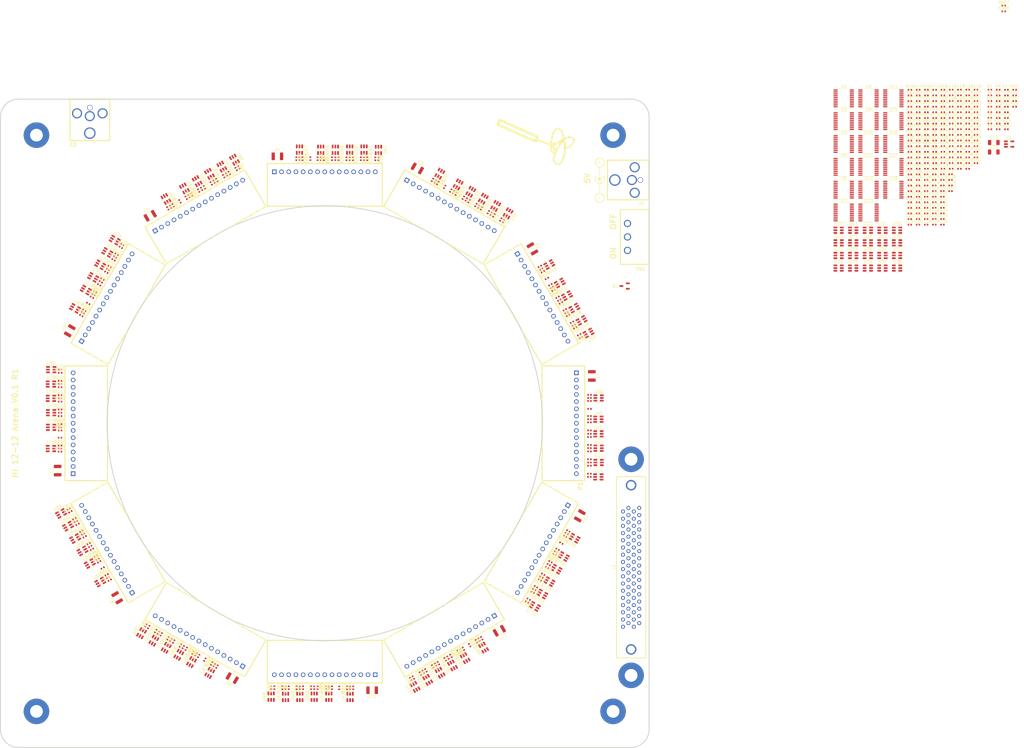
<source format=kicad_pcb>
(kicad_pcb (version 20240108) (generator "pcbnew") (generator_version "8.0")
  (layers (0 "F.Cu" signal) (1 "In1.Cu" power) (2 "In2.Cu" power) (31 "B.Cu" signal) (34 "B.Paste" user) (35 "F.Paste" user) (36 "B.SilkS" user "B.Silkscreen") (37 "F.SilkS" user "F.Silkscreen") (38 "B.Mask" user) (39 "F.Mask" user) (44 "Edge.Cuts" user))
  (net 0 "")
  (net 1 "+5V")
  (net 2 "/Power & Voltage Regulators/SW_5V")
  (net 3 "GND")
  (net 4 "/Level Shifters/PAN5V.RESET")
  (net 5 "/Level Shifters/PAN3V.RESET")
  (net 6 "/Level Shifters/PAN3V.MOSI_00")
  (net 7 "/Level Shifters/PAN3V.MISO_00")
  (net 8 "/Level Shifters/PAN3V.EXT_INT")
  (net 9 "/Level Shifters/PAN3V.MOSI_01")
  (net 10 "/Level Shifters/PAN3V.MISO_01")
  (net 11 "/Level Shifters/PAN3V.MOSI_02")
  (net 12 "/Level Shifters/PAN3V.MISO_02")
  (net 13 "/Level Shifters/PAN3V.MOSI_03")
  (net 14 "/Level Shifters/PAN3V.MISO_03")
  (net 15 "/Level Shifters/PAN3V.MOSI_04")
  (net 16 "/Level Shifters/PAN3V.MISO_04")
  (net 17 "/Level Shifters/PAN3V.MOSI_05")
  (net 18 "/Panel Headers/RESET")
  (net 19 "/Level Shifters/PAN3V.MISO_05")
  (net 20 "/Level Shifters/PAN3V.MOSI_06")
  (net 21 "/Level Shifters/PAN3V.MISO_06")
  (net 22 "/Level Shifters/PAN3V.MOSI_07")
  (net 23 "/Level Shifters/PAN3V.MISO_07")
  (net 24 "/Level Shifters/PAN3V.MOSI_08")
  (net 25 "/Level Shifters/PAN3V.MISO_08")
  (net 26 "/Level Shifters/PAN3V.MOSI_09")
  (net 27 "/Level Shifters/PAN3V.MISO_09")
  (net 28 "/Level Shifters/PAN3V.MOSI_10")
  (net 29 "/Level Shifters/PAN3V.MISO_10")
  (net 30 "/Level Shifters/PAN3V.MOSI_11")
  (net 31 "/Level Shifters/PAN3V.MISO_11")
  (net 32 "/Level Shifters/PAN5V.MOSI_09")
  (net 33 "/Level Shifters/PAN5V.MISO_09")
  (net 34 "/Level Shifters/PAN5V.MOSI_10")
  (net 35 "/Level Shifters/PAN5V.MISO_10")
  (net 36 "/Level Shifters/PAN5V.MOSI_11")
  (net 37 "/Level Shifters/PAN5V.MISO_11")
  (net 38 "/Level Shifters/PAN5V.MOSI_05")
  (net 39 "/Level Shifters/PAN5V.MISO_05")
  (net 40 "/Level Shifters/PAN5V.MOSI_06")
  (net 41 "/Level Shifters/PAN5V.MISO_06")
  (net 42 "/Level Shifters/PAN5V.MOSI_07")
  (net 43 "/Level Shifters/PAN5V.MISO_07")
  (net 44 "/Level Shifters/PAN5V.MOSI_08")
  (net 45 "/Level Shifters/PAN5V.MISO_08")
  (net 46 "/Level Shifters/PAN5V.MOSI_01")
  (net 47 "/Level Shifters/PAN5V.MISO_01")
  (net 48 "/Level Shifters/PAN5V.MOSI_02")
  (net 49 "/Level Shifters/PAN5V.MISO_02")
  (net 50 "/Level Shifters/PAN5V.MOSI_03")
  (net 51 "/Level Shifters/PAN5V.MISO_03")
  (net 52 "/Level Shifters/PAN5V.MOSI_04")
  (net 53 "/Level Shifters/PAN5V.MISO_04")
  (net 54 "+3.3V")
  (net 55 "/Panel Headers/MISO_00_P01")
  (net 56 "/Panel Headers/CS_04_P01")
  (net 57 "/Panel Headers/SCK_0_H1_P01")
  (net 58 "/Panel Headers/CS_03_P01")
  (net 59 "/Panel Headers/CS_06_P01")
  (net 60 "/Level Shifters/PAN5V.MOSI_00")
  (net 61 "/Level Shifters/PAN5V.MISO_00")
  (net 62 "/Panel Headers/EXT_INT_P01")
  (net 63 "/Panel Headers/CS_00_P01")
  (net 64 "/Panel Headers/CS_02_P01")
  (net 65 "/Panel Headers/CS_01_P01")
  (net 66 "/Level Shifters/PAN5V.EXT_INT")
  (net 67 "/Panel Headers/CS_05_P01")
  (net 68 "/Panel Headers/MOSI_00_P01")
  (net 69 "/Panel Headers/CS_07_P01")
  (net 70 "/Panel Headers/CS_05_P02")
  (net 71 "/Panel Headers/EXT_INT_P02")
  (net 72 "/Panel Headers/MISO_01_P02")
  (net 73 "/Panel Headers/CS_04_P02")
  (net 74 "/Panel Headers/SCK_1_H1_P02")
  (net 75 "/Panel Headers/CS_06_P02")
  (net 76 "/Panel Headers/CS_03_P02")
  (net 77 "/Panel Headers/CS_00_P02")
  (net 78 "/Panel Headers/MOSI_01_P02")
  (net 79 "/Panel Headers/CS_02_P02")
  (net 80 "/Panel Headers/CS_01_P02")
  (net 81 "/Panel Headers/CS_07_P02")
  (net 82 "/Panel Headers/SCK_2_H1_P03")
  (net 83 "/Panel Headers/CS_01_P03")
  (net 84 "/Panel Headers/CS_00_P03")
  (net 85 "/Panel Headers/MOSI_02_P03")
  (net 86 "/Panel Headers/CS_07_P03")
  (net 87 "/Panel Headers/MISO_02_P03")
  (net 88 "/Panel Headers/EXT_INT_P03")
  (net 89 "/Panel Headers/CS_03_P03")
  (net 90 "/Panel Headers/CS_06_P03")
  (net 91 "/Panel Headers/CS_05_P03")
  (net 92 "/Panel Headers/CS_04_P03")
  (net 93 "/Panel Headers/CS_02_P03")
  (net 94 "/Panel Headers/CS_04_P04")
  (net 95 "/Panel Headers/MISO_03_P04")
  (net 96 "/Panel Headers/CS_00_P04")
  (net 97 "/Panel Headers/CS_06_P04")
  (net 98 "/Panel Headers/SCK_3_H1_P04")
  (net 99 "/Panel Headers/CS_05_P04")
  (net 100 "/Panel Headers/CS_07_P04")
  (net 101 "/Panel Headers/CS_02_P04")
  (net 102 "/Panel Headers/CS_03_P04")
  (net 103 "/Panel Headers/MOSI_03_P04")
  (net 104 "/Panel Headers/EXT_INT_P04")
  (net 105 "/Panel Headers/CS_01_P04")
  (net 106 "/Panel Headers/MOSI_04_P05")
  (net 107 "/Panel Headers/CS_01_P05")
  (net 108 "/Panel Headers/EXT_INT_P05")
  (net 109 "/Panel Headers/CS_04_P05")
  (net 110 "/Panel Headers/CS_06_P05")
  (net 111 "/Panel Headers/MISO_04_P05")
  (net 112 "/Panel Headers/SCK_4_H1_P05")
  (net 113 "/Panel Headers/CS_05_P05")
  (net 114 "/Panel Headers/CS_07_P05")
  (net 115 "/Panel Headers/CS_02_P05")
  (net 116 "/Panel Headers/CS_03_P05")
  (net 117 "/Panel Headers/CS_00_P05")
  (net 118 "/Panel Headers/CS_06_P06")
  (net 119 "/Panel Headers/MISO_05_P06")
  (net 120 "/Panel Headers/CS_07_P06")
  (net 121 "/Panel Headers/MOSI_05_P06")
  (net 122 "/Panel Headers/CS_03_P06")
  (net 123 "/Panel Headers/CS_05_P06")
  (net 124 "/Panel Headers/SCK_5_H1_P06")
  (net 125 "/Panel Headers/CS_02_P06")
  (net 126 "/Panel Headers/CS_00_P06")
  (net 127 "/Panel Headers/CS_01_P06")
  (net 128 "/Panel Headers/EXT_INT_P06")
  (net 129 "/Panel Headers/CS_04_P06")
  (net 130 "/Panel Headers/EXT_INT_P07")
  (net 131 "/Panel Headers/CS_00_P07")
  (net 132 "/Panel Headers/SCK_0_H2_P07")
  (net 133 "/Panel Headers/MISO_06_P07")
  (net 134 "/Panel Headers/CS_07_P07")
  (net 135 "/Panel Headers/CS_01_P07")
  (net 136 "/Panel Headers/CS_04_P07")
  (net 137 "/Panel Headers/CS_03_P07")
  (net 138 "/Panel Headers/CS_05_P07")
  (net 139 "/Panel Headers/CS_02_P07")
  (net 140 "/Panel Headers/MOSI_06_P07")
  (net 141 "/Panel Headers/CS_06_P07")
  (net 142 "/Panel Headers/EXT_INT_P08")
  (net 143 "/Panel Headers/CS_01_P08")
  (net 144 "/Panel Headers/CS_05_P08")
  (net 145 "/Panel Headers/SCK_1_H2_P08")
  (net 146 "/Panel Headers/CS_07_P08")
  (net 147 "/Panel Headers/CS_06_P08")
  (net 148 "/Panel Headers/CS_03_P08")
  (net 149 "/Panel Headers/CS_00_P08")
  (net 150 "/Panel Headers/MISO_07_P08")
  (net 151 "/Panel Headers/CS_02_P08")
  (net 152 "/Panel Headers/MOSI_07_P08")
  (net 153 "/Panel Headers/CS_04_P08")
  (net 154 "/Panel Headers/EXT_INT_P09")
  (net 155 "/Panel Headers/SCK_2_H2_P09")
  (net 156 "/Panel Headers/MISO_08_P09")
  (net 157 "/Panel Headers/CS_07_P09")
  (net 158 "/Panel Headers/CS_02_P09")
  (net 159 "/Panel Headers/MOSI_08_P09")
  (net 160 "/Panel Headers/CS_06_P09")
  (net 161 "/Panel Headers/CS_00_P09")
  (net 162 "/Panel Headers/CS_03_P09")
  (net 163 "/Panel Headers/CS_04_P09")
  (net 164 "/Panel Headers/CS_05_P09")
  (net 165 "/Panel Headers/CS_01_P09")
  (net 166 "/Panel Headers/CS_04_P10")
  (net 167 "/Panel Headers/CS_02_P10")
  (net 168 "/Panel Headers/CS_00_P10")
  (net 169 "/Panel Headers/EXT_INT_P10")
  (net 170 "/Panel Headers/CS_05_P10")
  (net 171 "/Panel Headers/MOSI_09_P10")
  (net 172 "/Panel Headers/CS_01_P10")
  (net 173 "/Panel Headers/CS_06_P10")
  (net 174 "/Panel Headers/MISO_09_P10")
  (net 175 "/Panel Headers/CS_07_P10")
  (net 176 "/Panel Headers/SCK_3_H2_P10")
  (net 177 "/Panel Headers/CS_03_P10")
  (net 178 "/Panel Headers/CS_03_P11")
  (net 179 "/Panel Headers/CS_00_P11")
  (net 180 "/Panel Headers/SCK_4_H2_P11")
  (net 181 "/Panel Headers/MISO_10_P11")
  (net 182 "/Panel Headers/CS_07_P11")
  (net 183 "/Panel Headers/CS_02_P11")
  (net 184 "/Panel Headers/CS_04_P11")
  (net 185 "/Panel Headers/CS_05_P11")
  (net 186 "/Panel Headers/CS_01_P11")
  (net 187 "/Panel Headers/MOSI_10_P11")
  (net 188 "/Panel Headers/CS_06_P11")
  (net 189 "/Panel Headers/EXT_INT_P11")
  (net 190 "/Panel Headers/MOSI_11_P12")
  (net 191 "/Panel Headers/CS_02_P12")
  (net 192 "/Panel Headers/SCK_5_H2_P12")
  (net 193 "/Panel Headers/CS_04_P12")
  (net 194 "/Panel Headers/CS_07_P12")
  (net 195 "/Panel Headers/CS_01_P12")
  (net 196 "/Panel Headers/CS_05_P12")
  (net 197 "/Panel Headers/CS_03_P12")
  (net 198 "/Panel Headers/EXT_INT_P12")
  (net 199 "/Panel Headers/MISO_11_P12")
  (net 200 "/Panel Headers/CS_06_P12")
  (net 201 "/Panel Headers/CS_00_P12")
  (net 202 "Net-(Q1-G)")
  (net 203 "Net-(J2-Pin_35)")
  (net 204 "/Level Shifters/PAN3V.CS_0")
  (net 205 "Net-(J2-Pin_36)")
  (net 206 "/Level Shifters/PAN3V.CS_1")
  (net 207 "/Level Shifters/PAN3V.CS_2")
  (net 208 "Net-(J2-Pin_37)")
  (net 209 "Net-(J2-Pin_38)")
  (net 210 "/Level Shifters/PAN3V.CS_3")
  (net 211 "/Level Shifters/PAN3V.CS_4")
  (net 212 "Net-(J2-Pin_39)")
  (net 213 "Net-(J2-Pin_40)")
  (net 214 "/Level Shifters/PAN3V.CS_5")
  (net 215 "Net-(J2-Pin_41)")
  (net 216 "/Level Shifters/PAN3V.CS_6")
  (net 217 "/Level Shifters/PAN3V.CS_7")
  (net 218 "Net-(J2-Pin_42)")
  (net 219 "Net-(J2-Pin_43)")
  (net 220 "/Level Shifters/PAN3V.SCK_0")
  (net 221 "/Level Shifters/PAN3V.SCK_1")
  (net 222 "Net-(J2-Pin_44)")
  (net 223 "/Level Shifters/PAN3V.SCK_2")
  (net 224 "Net-(J2-Pin_45)")
  (net 225 "/Level Shifters/PAN3V.SCK_3")
  (net 226 "Net-(J2-Pin_46)")
  (net 227 "/Level Shifters/PAN3V.SCK_4")
  (net 228 "Net-(J2-Pin_47)")
  (net 229 "Net-(J2-Pin_48)")
  (net 230 "/Level Shifters/PAN3V.SCK_5")
  (net 231 "Net-(J2-Pin_49)")
  (net 232 "Net-(J2-Pin_51)")
  (net 233 "Net-(J2-Pin_53)")
  (net 234 "Net-(J2-Pin_55)")
  (net 235 "Net-(J2-Pin_57)")
  (net 236 "Net-(J2-Pin_59)")
  (net 237 "Net-(J2-Pin_61)")
  (net 238 "Net-(J2-Pin_68)")
  (net 239 "Net-(J2-Pin_29)")
  (net 240 "Net-(J2-Pin_30)")
  (net 241 "Net-(J2-Pin_31)")
  (net 242 "Net-(J2-Pin_32)")
  (net 243 "Net-(J2-Pin_33)")
  (net 244 "Net-(J2-Pin_34)")
  (net 245 "Net-(R163-Pad1)")
  (net 246 "Net-(R164-Pad1)")
  (net 247 "Net-(R166-Pad1)")
  (net 248 "Net-(R167-Pad1)")
  (net 249 "Net-(R168-Pad1)")
  (net 250 "Net-(R169-Pad1)")
  (net 251 "Net-(R170-Pad1)")
  (net 252 "Net-(R171-Pad1)")
  (net 253 "Net-(R172-Pad1)")
  (net 254 "Net-(R173-Pad1)")
  (net 255 "Net-(R174-Pad1)")
  (net 256 "Net-(U2-B1)")
  (net 257 "/Level Shifters/PAN5V.CS_0_P01")
  (net 258 "/Level Shifters/PAN5V.CS_0_P02")
  (net 259 "Net-(U2-B2)")
  (net 260 "Net-(U2-B3)")
  (net 261 "/Level Shifters/PAN5V.CS_0_P03")
  (net 262 "Net-(U2-B4)")
  (net 263 "/Level Shifters/PAN5V.CS_0_P04")
  (net 264 "Net-(U2-B5)")
  (net 265 "/Level Shifters/PAN5V.CS_0_P05")
  (net 266 "/Level Shifters/PAN5V.CS_0_P06")
  (net 267 "Net-(U2-B6)")
  (net 268 "Net-(U2-B7)")
  (net 269 "/Level Shifters/PAN5V.CS_0_P07")
  (net 270 "/Level Shifters/PAN5V.CS_0_P08")
  (net 271 "Net-(U2-B8)")
  (net 272 "Net-(U3-B1)")
  (net 273 "/Level Shifters/PAN5V.CS_0_P09")
  (net 274 "/Level Shifters/PAN5V.CS_0_P10")
  (net 275 "Net-(U3-B2)")
  (net 276 "Net-(U3-B3)")
  (net 277 "/Level Shifters/PAN5V.CS_0_P11")
  (net 278 "Net-(U3-B4)")
  (net 279 "/Level Shifters/PAN5V.CS_0_P12")
  (net 280 "/Level Shifters/PAN5V.CS_1_P01")
  (net 281 "Net-(U3-B5)")
  (net 282 "Net-(U3-B6)")
  (net 283 "/Level Shifters/PAN5V.CS_1_P02")
  (net 284 "Net-(U3-B7)")
  (net 285 "/Level Shifters/PAN5V.CS_1_P03")
  (net 286 "/Level Shifters/PAN5V.CS_1_P04")
  (net 287 "Net-(U3-B8)")
  (net 288 "Net-(U4-B1)")
  (net 289 "/Level Shifters/PAN5V.CS_1_P05")
  (net 290 "/Level Shifters/PAN5V.CS_1_P06")
  (net 291 "Net-(U4-B2)")
  (net 292 "/Level Shifters/PAN5V.CS_1_P07")
  (net 293 "Net-(U4-B3)")
  (net 294 "Net-(U4-B4)")
  (net 295 "/Level Shifters/PAN5V.CS_1_P08")
  (net 296 "Net-(U4-B5)")
  (net 297 "/Level Shifters/PAN5V.CS_1_P09")
  (net 298 "/Level Shifters/PAN5V.CS_1_P10")
  (net 299 "Net-(U4-B6)")
  (net 300 "Net-(U4-B7)")
  (net 301 "/Level Shifters/PAN5V.CS_1_P11")
  (net 302 "/Level Shifters/PAN5V.CS_1_P12")
  (net 303 "Net-(U4-B8)")
  (net 304 "/Level Shifters/PAN5V.CS_2_P01")
  (net 305 "Net-(U5-B1)")
  (net 306 "/Level Shifters/PAN5V.CS_2_P02")
  (net 307 "Net-(U5-B2)")
  (net 308 "/Level Shifters/PAN5V.CS_2_P03")
  (net 309 "Net-(U5-B3)")
  (net 310 "/Level Shifters/PAN5V.CS_2_P04")
  (net 311 "Net-(U5-B4)")
  (net 312 "/Level Shifters/PAN5V.CS_2_P05")
  (net 313 "Net-(U5-B5)")
  (net 314 "/Level Shifters/PAN5V.CS_2_P06")
  (net 315 "Net-(U5-B6)")
  (net 316 "/Level Shifters/PAN5V.CS_2_P07")
  (net 317 "Net-(U5-B7)")
  (net 318 "/Level Shifters/PAN5V.CS_2_P08")
  (net 319 "Net-(U5-B8)")
  (net 320 "Net-(U6-B1)")
  (net 321 "/Level Shifters/PAN5V.CS_2_P09")
  (net 322 "/Level Shifters/PAN5V.CS_2_P10")
  (net 323 "Net-(U6-B2)")
  (net 324 "/Level Shifters/PAN5V.CS_2_P11")
  (net 325 "Net-(U6-B3)")
  (net 326 "Net-(U6-B4)")
  (net 327 "/Level Shifters/PAN5V.CS_2_P12")
  (net 328 "Net-(U6-B5)")
  (net 329 "/Level Shifters/PAN5V.CS_3_P01")
  (net 330 "Net-(U6-B6)")
  (net 331 "/Level Shifters/PAN5V.CS_3_P02")
  (net 332 "/Level Shifters/PAN5V.CS_3_P03")
  (net 333 "Net-(U6-B7)")
  (net 334 "/Level Shifters/PAN5V.CS_3_P04")
  (net 335 "Net-(U6-B8)")
  (net 336 "Net-(U7-B1)")
  (net 337 "/Level Shifters/PAN5V.CS_3_P05")
  (net 338 "/Level Shifters/PAN5V.CS_3_P06")
  (net 339 "Net-(U7-B2)")
  (net 340 "/Level Shifters/PAN5V.CS_3_P07")
  (net 341 "Net-(U7-B3)")
  (net 342 "/Level Shifters/PAN5V.CS_3_P08")
  (net 343 "Net-(U7-B4)")
  (net 344 "/Level Shifters/PAN5V.CS_3_P09")
  (net 345 "Net-(U7-B5)")
  (net 346 "/Level Shifters/PAN5V.CS_3_P10")
  (net 347 "Net-(U7-B6)")
  (net 348 "Net-(U7-B7)")
  (net 349 "/Level Shifters/PAN5V.CS_3_P11")
  (net 350 "/Level Shifters/PAN5V.CS_3_P12")
  (net 351 "Net-(U7-B8)")
  (net 352 "/Level Shifters/PAN5V.CS_4_P01")
  (net 353 "Net-(U8-B1)")
  (net 354 "Net-(U8-B2)")
  (net 355 "/Level Shifters/PAN5V.CS_4_P02")
  (net 356 "/Level Shifters/PAN5V.CS_4_P03")
  (net 357 "Net-(U8-B3)")
  (net 358 "Net-(U8-B4)")
  (net 359 "/Level Shifters/PAN5V.CS_4_P04")
  (net 360 "/Level Shifters/PAN5V.CS_4_P05")
  (net 361 "Net-(U8-B5)")
  (net 362 "/Level Shifters/PAN5V.CS_4_P06")
  (net 363 "Net-(U8-B6)")
  (net 364 "Net-(U8-B7)")
  (net 365 "/Level Shifters/PAN5V.CS_4_P07")
  (net 366 "/Level Shifters/PAN5V.CS_4_P08")
  (net 367 "Net-(U8-B8)")
  (net 368 "/Level Shifters/PAN5V.CS_4_P09")
  (net 369 "Net-(U9-B1)")
  (net 370 "Net-(U9-B2)")
  (net 371 "/Level Shifters/PAN5V.CS_4_P10")
  (net 372 "/Level Shifters/PAN5V.CS_4_P11")
  (net 373 "Net-(U9-B3)")
  (net 374 "/Level Shifters/PAN5V.CS_4_P12")
  (net 375 "Net-(U9-B4)")
  (net 376 "/Level Shifters/PAN5V.CS_5_P01")
  (net 377 "Net-(U9-B5)")
  (net 378 "/Level Shifters/PAN5V.CS_5_P02")
  (net 379 "Net-(U9-B6)")
  (net 380 "Net-(U9-B7)")
  (net 381 "/Level Shifters/PAN5V.CS_5_P03")
  (net 382 "/Level Shifters/PAN5V.CS_5_P04")
  (net 383 "Net-(U9-B8)")
  (net 384 "/Level Shifters/PAN5V.CS_5_P05")
  (net 385 "Net-(U10-B1)")
  (net 386 "/Level Shifters/PAN5V.CS_5_P06")
  (net 387 "Net-(U10-B2)")
  (net 388 "/Level Shifters/PAN5V.CS_5_P07")
  (net 389 "Net-(U10-B3)")
  (net 390 "Net-(U10-B4)")
  (net 391 "/Level Shifters/PAN5V.CS_5_P08")
  (net 392 "/Level Shifters/PAN5V.CS_5_P09")
  (net 393 "Net-(U10-B5)")
  (net 394 "Net-(U10-B6)")
  (net 395 "/Level Shifters/PAN5V.CS_5_P10")
  (net 396 "Net-(U10-B7)")
  (net 397 "/Level Shifters/PAN5V.CS_5_P11")
  (net 398 "/Level Shifters/PAN5V.CS_5_P12")
  (net 399 "Net-(U10-B8)")
  (net 400 "Net-(U11-B1)")
  (net 401 "/Level Shifters/PAN5V.CS_6_P01")
  (net 402 "/Level Shifters/PAN5V.CS_6_P02")
  (net 403 "Net-(U11-B2)")
  (net 404 "/Level Shifters/PAN5V.CS_6_P03")
  (net 405 "Net-(U11-B3)")
  (net 406 "Net-(U11-B4)")
  (net 407 "/Level Shifters/PAN5V.CS_6_P04")
  (net 408 "Net-(U11-B5)")
  (net 409 "/Level Shifters/PAN5V.CS_6_P05")
  (net 410 "/Level Shifters/PAN5V.CS_6_P06")
  (net 411 "Net-(U11-B6)")
  (net 412 "Net-(U11-B7)")
  (net 413 "/Level Shifters/PAN5V.CS_6_P07")
  (net 414 "/Level Shifters/PAN5V.CS_6_P08")
  (net 415 "Net-(U11-B8)")
  (net 416 "Net-(U12-B1)")
  (net 417 "/Level Shifters/PAN5V.CS_6_P09")
  (net 418 "/Level Shifters/PAN5V.CS_6_P10")
  (net 419 "Net-(U12-B2)")
  (net 420 "Net-(U12-B3)")
  (net 421 "/Level Shifters/PAN5V.CS_6_P11")
  (net 422 "/Level Shifters/PAN5V.CS_6_P12")
  (net 423 "Net-(U12-B4)")
  (net 424 "/Level Shifters/PAN5V.CS_7_P01")
  (net 425 "Net-(U12-B5)")
  (net 426 "/Level Shifters/PAN5V.CS_7_P02")
  (net 427 "Net-(U12-B6)")
  (net 428 "Net-(U12-B7)")
  (net 429 "/Level Shifters/PAN5V.CS_7_P03")
  (net 430 "/Level Shifters/PAN5V.CS_7_P04")
  (net 431 "Net-(U12-B8)")
  (net 432 "Net-(U13-B1)")
  (net 433 "/Level Shifters/PAN5V.CS_7_P05")
  (net 434 "Net-(U13-B2)")
  (net 435 "/Level Shifters/PAN5V.CS_7_P06")
  (net 436 "/Level Shifters/PAN5V.CS_7_P07")
  (net 437 "Net-(U13-B3)")
  (net 438 "Net-(U13-B4)")
  (net 439 "/Level Shifters/PAN5V.CS_7_P08")
  (net 440 "/Level Shifters/PAN5V.CS_7_P09")
  (net 441 "Net-(U13-B5)")
  (net 442 "Net-(U13-B6)")
  (net 443 "/Level Shifters/PAN5V.CS_7_P10")
  (net 444 "Net-(U13-B7)")
  (net 445 "/Level Shifters/PAN5V.CS_7_P11")
  (net 446 "Net-(U13-B8)")
  (net 447 "/Level Shifters/PAN5V.CS_7_P12")
  (net 448 "Net-(U14-B1)")
  (net 449 "/Level Shifters/PAN5V.SCK_0_H1")
  (net 450 "/Level Shifters/PAN5V.SCK_0_H2")
  (net 451 "Net-(U14-B2)")
  (net 452 "Net-(U14-B3)")
  (net 453 "/Level Shifters/PAN5V.SCK_1_H1")
  (net 454 "/Level Shifters/PAN5V.SCK_1_H2")
  (net 455 "Net-(U14-B4)")
  (net 456 "Net-(U14-B5)")
  (net 457 "/Level Shifters/PAN5V.SCK_2_H1")
  (net 458 "/Level Shifters/PAN5V.SCK_2_H2")
  (net 459 "Net-(U14-B6)")
  (net 460 "Net-(U14-B7)")
  (net 461 "/Level Shifters/PAN5V.SCK_3_H1")
  (net 462 "Net-(U14-B8)")
  (net 463 "/Level Shifters/PAN5V.SCK_3_H2")
  (net 464 "/Level Shifters/PAN5V.SCK_4_H1")
  (net 465 "Net-(U15-B1)")
  (net 466 "/Level Shifters/PAN5V.SCK_4_H2")
  (net 467 "Net-(U15-B2)")
  (net 468 "/Level Shifters/PAN5V.SCK_5_H1")
  (net 469 "Net-(U15-B3)")
  (net 470 "Net-(U15-B4)")
  (net 471 "/Level Shifters/PAN5V.SCK_5_H2")
  (net 472 "Net-(U15-B5)")
  (net 473 "Net-(U15-B6)")
  (net 474 "Net-(U15-B7)")
  (net 475 "Net-(U15-B8)")
  (net 476 "Net-(U16-B1)")
  (net 477 "Net-(U16-B2)")
  (net 478 "Net-(U16-B3)")
  (net 479 "Net-(U16-B4)")
  (net 480 "Net-(U16-B5)")
  (net 481 "Net-(U16-B6)")
  (net 482 "Net-(U16-B7)")
  (net 483 "Net-(U16-B8)")
  (net 484 "Net-(U17-A1)")
  (net 485 "Net-(U17-A2)")
  (net 486 "Net-(U17-A3)")
  (net 487 "Net-(U17-A4)")
  (net 488 "Net-(U17-A5)")
  (net 489 "Net-(U17-A6)")
  (net 490 "Net-(U17-A7)")
  (net 491 "Net-(U17-A8)")
  (net 492 "Net-(U18-A1)")
  (net 493 "Net-(U18-A2)")
  (net 494 "Net-(U18-A3)")
  (net 495 "Net-(U18-A4)")
  (net 496 "Net-(U18-B5)")
  (net 497 "Net-(U18-B6)")
  (net 498 "Net-(R175-Pad1)")
  (net 499 "Net-(R176-Pad1)")
  (net 500 "Net-(R178-Pad1)")
  (net 501 "Net-(R179-Pad1)")
  (net 502 "Net-(R180-Pad1)")
  (net 503 "Net-(R181-Pad1)")
  (net 504 "Net-(R182-Pad1)")
  (net 505 "Net-(R183-Pad1)")
  (net 506 "Net-(R184-Pad1)")
  (net 507 "Net-(R185-Pad1)")
  (net 508 "Net-(R186-Pad1)")
  (net 509 "Net-(R187-Pad1)")
  (net 510 "Net-(R188-Pad1)")
  (net 511 "Net-(R190-Pad1)")
  (net 512 "Net-(R191-Pad1)")
  (net 513 "Net-(R192-Pad1)")
  (net 514 "Net-(R193-Pad1)")
  (net 515 "Net-(R194-Pad1)")
  (net 516 "Net-(R195-Pad1)")
  (net 517 "Net-(R196-Pad1)")
  (net 518 "Net-(R197-Pad1)")
  (net 519 "Net-(R198-Pad1)")
  (net 520 "Net-(R199-Pad1)")
  (net 521 "Net-(R200-Pad1)")
  (net 522 "Net-(R202-Pad1)")
  (net 523 "Net-(R203-Pad1)")
  (net 524 "Net-(R204-Pad1)")
  (net 525 "Net-(R205-Pad1)")
  (net 526 "Net-(R206-Pad1)")
  (net 527 "Net-(R207-Pad1)")
  (net 528 "Net-(R208-Pad1)")
  (net 529 "Net-(R209-Pad1)")
  (net 530 "Net-(R210-Pad1)")
  (net 531 "Net-(R211-Pad1)")
  (net 532 "Net-(R212-Pad1)")
  (net 533 "Net-(R214-Pad1)")
  (net 534 "Net-(R215-Pad1)")
  (net 535 "Net-(R216-Pad1)")
  (net 536 "Net-(R217-Pad1)")
  (net 537 "Net-(R218-Pad1)")
  (net 538 "Net-(R219-Pad1)")
  (net 539 "Net-(R220-Pad1)")
  (net 540 "Net-(R221-Pad1)")
  (net 541 "Net-(R222-Pad1)")
  (net 542 "Net-(R223-Pad1)")
  (net 543 "Net-(R224-Pad1)")
  (net 544 "Net-(R226-Pad1)")
  (net 545 "Net-(R227-Pad1)")
  (net 546 "Net-(R228-Pad1)")
  (net 547 "Net-(R229-Pad1)")
  (net 548 "Net-(R230-Pad1)")
  (net 549 "Net-(R231-Pad1)")
  (net 550 "Net-(R232-Pad1)")
  (net 551 "Net-(R233-Pad1)")
  (net 552 "Net-(R234-Pad1)")
  (net 553 "Net-(R235-Pad1)")
  (net 554 "Net-(R236-Pad1)")
  (net 555 "Net-(R238-Pad1)")
  (net 556 "Net-(R239-Pad1)")
  (net 557 "Net-(R240-Pad1)")
  (net 558 "Net-(R241-Pad1)")
  (net 559 "Net-(R242-Pad1)")
  (net 560 "Net-(R243-Pad1)")
  (net 561 "Net-(R244-Pad1)")
  (net 562 "Net-(R245-Pad1)")
  (net 563 "Net-(R246-Pad1)")
  (net 564 "Net-(R247-Pad1)")
  (net 565 "Net-(R248-Pad1)")
  (net 566 "Net-(R250-Pad1)")
  (net 567 "Net-(R251-Pad1)")
  (net 568 "Net-(R252-Pad1)")
  (net 569 "Net-(R253-Pad1)")
  (net 570 "Net-(R254-Pad1)")
  (net 571 "Net-(R255-Pad1)")
  (net 572 "Net-(R256-Pad1)")
  (net 573 "Net-(R257-Pad1)")
  (net 574 "Net-(R258-Pad1)")
  (net 575 "Net-(R259-Pad1)")
  (net 576 "Net-(R260-Pad1)")
  (net 577 "Net-(R262-Pad1)")
  (net 578 "Net-(R263-Pad1)")
  (net 579 "Net-(R264-Pad1)")
  (net 580 "Net-(R265-Pad1)")
  (net 581 "Net-(R266-Pad1)")
  (net 582 "Net-(R267-Pad1)")
  (net 583 "Net-(R268-Pad1)")
  (net 584 "Net-(R269-Pad1)")
  (net 585 "Net-(R270-Pad1)")
  (net 586 "Net-(R271-Pad1)")
  (net 587 "Net-(R272-Pad1)")
  (net 588 "Net-(R274-Pad1)")
  (net 589 "Net-(R275-Pad1)")
  (net 590 "Net-(R276-Pad1)")
  (net 591 "Net-(R277-Pad1)")
  (net 592 "Net-(R278-Pad1)")
  (net 593 "Net-(R279-Pad1)")
  (net 594 "Net-(R280-Pad1)")
  (net 595 "Net-(R281-Pad1)")
  (net 596 "Net-(R282-Pad1)")
  (net 597 "Net-(R283-Pad1)")
  (net 598 "Net-(R284-Pad1)")
  (net 599 "Net-(R286-Pad1)")
  (net 600 "Net-(R287-Pad1)")
  (net 601 "Net-(R288-Pad1)")
  (net 602 "Net-(R289-Pad1)")
  (net 603 "Net-(R290-Pad1)")
  (net 604 "Net-(R291-Pad1)")
  (net 605 "Net-(R292-Pad1)")
  (net 606 "Net-(R293-Pad1)")
  (net 607 "Net-(R294-Pad1)")
  (net 608 "Net-(R295-Pad1)")
  (net 609 "Net-(R296-Pad1)")
  (net 610 "Net-(R298-Pad1)")
  (net 611 "Net-(R299-Pad1)")
  (net 612 "Net-(R300-Pad1)")
  (net 613 "Net-(R301-Pad1)")
  (net 614 "Net-(R302-Pad1)")
  (net 615 "Net-(R303-Pad1)")
  (net 616 "Net-(R304-Pad1)")
  (net 617 "Net-(R305-Pad1)")
  (net 618 "Net-(R306-Pad1)")
  (net 620 "Net-(U2-A1)")
  (net 621 "Net-(U3-A5)")
  (net 622 "Net-(U5-A1)")
  (net 623 "Net-(U6-A5)")
  (net 624 "Net-(U8-A1)")
  (net 625 "Net-(U10-A1)")
  (net 626 "Net-(U11-A1)")
  (net 627 "Net-(U12-A5)")
  (net 628 "Net-(U14-A7)")
  (net 629 "Net-(U14-A1)")
  (net 630 "Net-(U14-A5)")
  (net 631 "Net-(U14-A3)")
  (net 632 "Net-(U15-A3)")
  (net 633 "Net-(U15-A6)")
  (net 634 "Net-(U15-A7)")
  (net 635 "Net-(U15-A1)")
  (net 636 "Net-(U15-A8)")
  (net 637 "Net-(U15-A5)")
  (net 638 "Net-(U16-A2)")
  (net 639 "Net-(U16-A8)")
  (net 640 "Net-(U16-A3)")
  (net 641 "Net-(U16-A7)")
  (net 642 "Net-(U16-A5)")
  (net 643 "Net-(U16-A4)")
  (net 644 "Net-(U16-A1)")
  (net 645 "Net-(U16-A6)")
  (net 646 "Net-(U17-B6)")
  (net 647 "Net-(U17-B2)")
  (net 648 "Net-(U17-B4)")
  (net 649 "Net-(U17-B3)")
  (net 650 "Net-(U17-B5)")
  (net 651 "Net-(U17-B7)")
  (net 652 "Net-(U17-B8)")
  (net 653 "Net-(U17-B1)")
  (net 654 "Net-(U18-B4)")
  (net 656 "Net-(U18-B3)")
  (net 658 "Net-(U18-B1)")
  (net 659 "Net-(U18-A6)")
  (net 661 "Net-(U18-A5)")
  (net 663 "Net-(U18-B2)")
  (footprint "Capacitor_SMD:C_0402_1005Metric" (layer "F.Cu") (at 259.284214 223.205258 150)
    (property "Reference" "C102")
    (property "Value" "0.1uF")
  )
  (footprint "Resistor_SMD:R_0402_1005Metric" (layer "F.Cu") (at 271.110028 172.72)
    (property "Reference" "R165" (hide yes))
    (property "Value" "33" (hide yes))
  )
  (footprint "Capacitor_SMD:C_0402_1005Metric" (layer "F.Cu") (at 389.7225 101.86)
    (property "Reference" "C113")
    (property "Value" "0.1uF")
  )
  (footprint "Resistor_SMD:R_0402_1005Metric" (layer "F.Cu") (at 263.547874 139.759617 -150)
    (property "Reference" "R183")
    (property "Value" "33")
  )
  (footprint "Resistor_SMD:R_0402_1005Metric" (layer "F.Cu") (at 386.9125 78.11)
    (property "Reference" "R53")
    (property "Value" "33")
  )
  (footprint "Package_TO_SOT_SMD:SOT-23-6" (layer "F.Cu") (at 274.297528 168.88 180)
    (property "Reference" "U39")
    (property "Value" "74LVC2G17" (hide yes))
  )
  (footprint "Resistor_SMD:R_0402_1005Metric" (layer "F.Cu") (at 384.0025 68.16)
    (property "Reference" "R33")
    (property "Value" "33")
  )
  (footprint "Resistor_SMD:R_0402_1005Metric" (layer "F.Cu") (at 417.0825 30.56)
    (property "Reference" "R307")
    (property "Value" "20k")
  )
  (footprint "Resistor_SMD:R_0402_1005Metric" (layer "F.Cu") (at 261.148855 220.055605 -30)
    (property "Reference" "R297")
    (property "Value" "33")
  )
  (footprint "Package_TO_SOT_SMD:SOT-23-6" (layer "F.Cu") (at 224.775348 93.57631 -120)
    (property "Reference" "U52")
    (property "Value" "74LVC2G17")
  )
  (footprint "Package_TO_SOT_SMD:SOT-23-6" (layer "F.Cu") (at 137.168598 89.844348 -60)
    (property "Reference" "U66")
    (property "Value" "74LVC2G17")
  )
  (footprint "arena_custom:DCJACK_2PIN_HIGHCURRENT" (layer "F.Cu") (at 95 63.5028)
    (property "Reference" "J3")
    (property "Value" "Barrel_Jack" (hide yes))
  )
  (footprint "Package_TO_SOT_SMD:SOT-23-6" (layer "F.Cu") (at 113.224695 251.827708 60)
    (property "Reference" "U92")
    (property "Value" "74LVC2G17")
  )
  (footprint "Resistor_SMD:R_0402_1005Metric" (layer "F.Cu") (at 392.7325 62.19)
    (property "Reference" "R75")
    (property "Value" "33")
  )
  (footprint "Package_TO_SOT_SMD:SOT-23-6" (layer "F.Cu") (at 101.145688 117.574104 -30)
    (property "Reference" "U73")
    (property "Value" "74LVC2G17")
  )
  (footprint "Resistor_SMD:R_0402_1005Metric" (layer "F.Cu") (at 92.052125 215.840382 30)
    (property "Reference" "R255")
    (property "Value" "33")
  )
  (footprint "Resistor_SMD:R_0402_1005Metric" (layer "F.Cu") (at 407.2825 66.17)
    (property "Reference" "R152")
    (property "Value" "33")
  )
  (footprint "Resistor_SMD:R_0402_1005Metric" (layer "F.Cu") (at 131.437113 258.742874 60)
    (property "Reference" "R263")
    (property "Value" "33")
  )
  (footprint "Package_TO_SOT_SMD:SOT-23-6" (layer "F.Cu") (at 158.89 274.197528 90)
    (property "Reference" "U98")
    (property "Value" "74LVC2G17")
  )
  (footprint "Package_TO_SOT_SMD:SOT-23-6" (layer "F.Cu") (at 369.1725 123.08)
    (property "Reference" "U30")
    (property "Value" "74LVC2G17")
  )
  (footprint "Package_TO_SOT_SMD:SOT-23-6" (layer "F.Cu") (at 262.023689 224.775348 150)
    (property "Reference" "U106")
    (property "Value" "74LVC2G17")
  )
  (footprint "Capacitor_SMD:C_0402_1005Metric" (layer "F.Cu") (at 147.556525 87.596766 -60)
    (property "Reference" "C64")
    (property "Value" "0.1uF")
  )
  (footprint "Resistor_SMD:R_0402_1005Metric" (layer "F.Cu") (at 389.8225 64.18)
    (property "Reference" "R61")
    (property "Value" "33")
  )
  (footprint "Capacitor_SMD:C_0402_1005Metric" (layer "F.Cu") (at 386.8525 90.04)
    (property "Reference" "C25")
    (property "Value" "0.1uF")
  )
  (footprint "Capacitor_SMD:C_0402_1005Metric" (layer "F.Cu") (at 98.877125 127.938371 -30)
    (property "Reference" "C67")
    (property "Value" "0.1uF")
  )
  (footprint "Capacitor_SMD:C_1210_3225Metric" (layer "F.Cu") (at 210.41105 87.936003 -30)
    (property "Reference" "C3")
    (property "Value" "100uF")
  )
  (footprint "Resistor_SMD:R_0402_1005Metric" (layer "F.Cu") (at 139.83006 263.605865 60)
    (property "Reference" "R259")
    (property "Value" "33")
  )
  (footprint "Resistor_SMD:R_0402_1005Metric" (layer "F.Cu") (at 259.849214 222.226649 150)
    (property "Reference" "R298")
    (property "Value" "33")
  )
  (footprint "MountingHole:MountingHole_4.5mm_Pad" (layer "F.Cu") (at 76.2 76.2)
    (property "Reference" "H1" (hide yes))
    (property "Value" "MountingHole_Pad" (hide yes))
  )
  (footprint "Package_TO_SOT_SMD:SOT-23-6" (layer "F.Cu") (at 218.323817 89.770688 -120)
    (property "Reference" "U51")
    (property "Value" "74LVC2G17")
  )
  (footprint "arena_custom:HEADER_TOP" (layer "F.Cu") (at 177.799999 266.474028 180)
    (property "Reference" "P10")
    (property "Value" "CONN15" (hide yes))
  )
  (footprint "Package_TO_SOT_SMD:SOT-23-6" (layer "F.Cu") (at 358.8725 114.18)
    (property "Reference" "U20")
    (property "Value" "74LVC2G17")
  )
  (footprint "Capacitor_SMD:C_0402_1005Metric" (layer "F.Cu") (at 138.882432 263.047204 60)
    (property "Reference" "C83")
    (property "Value" "0.1uF")
  )
  (footprint "Resistor_SMD:R_0402_1005Metric" (layer "F.Cu") (at 401.4625 76.12)
    (property "Reference" "R127")
    (property "Value" "33")
  )
  (footprint "Capacitor_SMD:C_0402_1005Metric" (layer "F.Cu") (at 392.5925 99.89)
    (property "Reference" "C122")
    (property "Value" "0.1uF")
  )
  (footprint "Resistor_SMD:R_0402_1005Metric" (layer "F.Cu") (at 389.8225 82.09)
    (property "Reference" "R70")
    (property "Value" "33")
  )
  (footprint "Capacitor_SMD:C_0402_1005Metric" (layer "F.Cu") (at 196.71 84.559971 -90)
    (property "Reference" "C58")
    (property "Value" "0.1uF")
  )
  (footprint "arena_custom:HEADER_TOP" (layer "F.Cu") (at 254.593961 222.137014 -120)
    (property "Reference" "P12")
    (property "Value" "CONN15" (hide yes))
  )
  (footprint "Capacitor_SMD:C_0402_1005Metric" (layer "F.Cu") (at 90.105785 212.449222 30)
    (property "Reference" "C81")
    (property "Value" "0.1uF")
  )
  (footprint "Resistor_SMD:R_0402_1005Metric" (layer "F.Cu") (at 404.3725 82.09)
    (property "Reference" "R145")
    (property "Value" "33")
  )
  (footprint "Resistor_SMD:R_0402_1005Metric" (layer "F.Cu") (at 220.237291 261.003544 120)
    (property "Reference" "R289")
    (property "Value" "33")
  )
  (footprint "Resistor_SMD:R_0402_1005Metric" (layer "F.Cu") (at 389.8225 76.12)
    (property "Reference" "R67")
    (property "Value" "33")
  )
  (footprint "Capacitor_SMD:C_0402_1005Metric" (layer "F.Cu") (at 389.7225 99.89)
    (property "Reference" "C112")
    (property "Value" "0.1uF")
  )
  (footprint "Resistor_SMD:R_0402_1005Metric" (layer "F.Cu") (at 220.055605 94.451144 60)
    (property "Reference" "R189")
    (property "Value" "33")
  )
  (footprint "arena_custom:HEADER_TOP" (layer "F.Cu") (at 89.125971 177.8 90)
    (property "Reference" "P7")
    (property "Value" "CONN15" (hide yes))
  )
  (footprint "Capacitor_SMD:C_0402_1005Metric" (layer "F.Cu") (at 383.9825 105.8)
    (property "Reference" "C23")
    (property "Value" "0.1uF")
  )
  (footprint "Package_TO_SOT_SMD:SOT-23-6" (layer "F.Cu") (at 186.59 81.312471 -90)
    (property "Reference" "U60")
    (property "Value" "74LVC2G17")
  )
  (footprint "Capacitor_SMD:C_0402_1005Metric" (layer "F.Cu") (at 386.8525 93.98)
    (property "Reference" "C27")
    (property "Value" "0.1uF")
  )
  (footprint "Resistor_SMD:R_0402_1005Metric" (layer "F.Cu") (at 262.512204 217.644215 150)
    (property "Reference" "R296")
    (property "Value" "33")
  )
  (footprint "Package_TO_SOT_SMD:SOT-23-6" (layer "F.Cu") (at 81.402471 158.89)
    (property "Reference" "U80")
    (property "Value" "74LVC2G17")
  )
  (footprint "Package_TO_SOT_SMD:SOT-23-6" (layer "F.Cu") (at 233.773711 256.909311 120)
    (property "Reference" "U99")
    (property "Value" "74LVC2G17")
  )
  (footprint "Resistor_SMD:R_0402_1005Metric" (layer "F.Cu") (at 222.24897 259.847874 -60)
    (property "Reference" "R288")
    (property "Value" "33")
  )
  (footprint "Capacitor_SMD:C_0402_1005Metric" (layer "F.Cu") (at 392.5925 97.92)
    (property "Reference" "C121")
    (property "Value" "0.1uF")
  )
  (footprint "Package_TO_SOT_SMD:SOT-23-6" (layer "F.Cu") (at 374.3225 123.08)
    (property "Reference" "U34")
    (property "Value" "74LVC2G17")
  )
  (footprint "Resistor_SMD:R_0402_1005Metric" (layer "F.Cu") (at 418.0125 72.14)
    (property "Reference" "R23")
    (property "Value" "33")
  )
  (footprint "Resistor_SMD:R_0402_1005Metric" (layer "F.Cu") (at 177.48 84.519971 -90)
    (property "Reference" "R203")
    (property "Value" "33")
  )
  (footprint "Resistor_SMD:R_0402_1005Metric" (layer "F.Cu") (at 412.1925 62.19)
    (property "Reference" "R2")
    (property "Value" "33")
  )
  (footprint "Resistor_SMD:R_0402_1005Metric" (layer "F.Cu") (at 398.5525 82.09)
    (property "Reference" "R115")
    (property "Value" "33")
  )
  (footprint "Resistor_SMD:R_0402_1005Metric" (layer "F.Cu") (at 395.6425 64.18)
    (property "Reference" "R91")
    (property "Value" "33")
  )
  (footprint "Resistor_SMD:R_0402_1005Metric" (layer "F.Cu") (at 95.750785 133.37335 -30)
    (property "Reference" "R226")
    (property "Value" "33")
  )
  (footprint "Resistor_SMD:R_0402_1005Metric" (layer "F.Cu") (at 404.3725 60.2)
    (property "Reference" "R134")
    (property "Value" "33")
  )
  (footprint "Resistor_SMD:R_0402_1005Metric" (layer "F.Cu") (at 407.2825 78.11)
    (property "Reference" "R158")
    (property "Value" "33")
  )
  (footprint "Resistor_SMD:R_0402_1005Metric" (layer "F.Cu") (at 226.643379 257.299214 120)
    (property "Reference" "R286")
    (property "Value" "33")
  )
  (footprint "Resistor_SMD:R_0402_1005Metric" (layer "F.Cu") (at 389.8225 74.13)
    (property "Reference" "R66")
    (property "Value" "33")
  )
  (footprint "Resistor_SMD:R_0402_1005Metric" (layer "F.Cu") (at 415.1025 70.15)
    (property "Reference" "R14")
    (property "Value" "33")
  )
  (footprint "Capacitor_SMD:C_1206_3216Metric" (layer "F.Cu") (at 413.5625 82.15)
    (property "Reference" "C14")
    (property "Value" "10uF")
  )
  (footprint "Capacitor_SMD:C_0402_1005Metric" (layer "F.Cu") (at 395.4625 95.95)
    (property "Reference" "C130")
    (property "Value" "0.1uF")
  )
  (footprint "Capacitor_SMD:C_0402_1005Metric" (layer "F.Cu") (at 227.661628 98.877125 -120)
    (property "Reference" "C49")
    (property "Value" "0.1uF")
  )
  (footprint "Package_TO_SOT_SMD:SOT-23-6" (layer "F.Cu") (at 270.737708 145.977775 -150)
    (property "Reference" "U50")
    (property "Value" "74LVC2G17")
  )
  (footprint "Capacitor_SMD:C_0402_1005Metric" (layer "F.Cu") (at 254.127204 123.432538 -150)
    (property "Reference" "C41")
    (property "Value" "0.1uF")
  )
  (footprint "Resistor_SMD:R_0402_1005Metric" (layer "F.Cu") (at 392.7325 64.18)
    (property "Reference" "R76")
    (property "Value" "33")
  )
  (footprint "Package_TO_SOT_SMD:SOT-23-6" (layer "F.Cu") (at 263.177349 132.80285 -150)
    (property "Reference" "U47")
    (property "Value" "74LVC2G17")
  )
  (footprint "Resistor_SMD:R_0402_1005Metric" (layer "F.Cu") (at 412.1925 74.13)
    (property "Reference" "R8")
    (property "Value" "33")
  )
  (footprint "Capacitor_SMD:C_1210_3225Metric" (layer "F.Cu") (at 161.11 83.669971)
    (property "Reference" "C4")
    (property "Value" "100uF")
  )
  (footprint "Capacitor_SMD:C_0402_1005Metric" (layer "F.Cu") (at 398.3325 95.95)
    (property "Reference" "C140")
    (property "Value" "0.1uF")
  )
  (footprint "Resistor_SMD:R_0402_1005Metric" (layer "F.Cu") (at 407.2825 60.2)
    (property "Reference" "R149")
    (property "Value" "33")
  )
  (footprint "Resistor_SMD:R_0402_1005Metric" (layer "F.Cu") (at 84.549971 160.01)
    (property "Reference" "R246")
    (property "Value" "33")
  )
  (footprint "Package_TO_SOT_SMD:SOT-23-6" (layer "F.Cu") (at 274.197528 196.71 180)
    (property "Reference" "U44")
    (property "Value" "74LVC2G17" (hide yes))
  )
  (footprint "Capacitor_SMD:C_1210_3225Metric" (layer "F.Cu") (at 267.663996 210.41105 -120)
    (property "Reference" "C12")
    (property "Value" "100uF")
  )
  (footprint "Package_TO_SOT_SMD:SOT-23-6" (layer "F.Cu") (at 242.375304 103.772291 -120)
    (property "Reference" "U56")
    (property "Value" "74LVC2G17")
  )
  (footprint "Capacitor_SMD:C_0402_1005Metric" (layer "F.Cu") (at 208.043474 268.003233 120)
    (property "Reference" "C100")
    (property "Value" "0.1uF")
  )
  (footprint "Resistor_SMD:R_0402_1005Metric" (layer "F.Cu") (at 271.070028 185.43 180)
    (property "Reference" "R170" (hide yes))
    (property "Value" "33" (hide yes))
  )
  (footprint "Capacitor_SMD:C_0402_1005Metric" (layer "F.Cu") (at 383.9825 99.89)
    (property "Reference" "C20")
    (property "Value" "0.1uF")
  )
  (footprint "Resistor_SMD:R_0402_1005Metric" (layer "F.Cu") (at 264.924214 142.163508 -150)
    (property "Reference" "R184")
    (property "Value" "33")
  )
  (footprint "arena_custom:slide_switch" (layer "F.Cu") (at 287.02 112.0902 90)
    (property "Reference" "SW1")
    (property "Value" "SW_SPDT" (hide yes))
  )
  (footprint "Package_TO_SOT_SMD:SOT-23-6" (layer "F.Cu") (at 96.14265 126.359621 -30)
    (property "Reference" "U71")
    (property "Value" "74LVC2G17")
  )
  (footprint "Resistor_SMD:R_0402_1005Metric" (layer "F.Cu") (at 401.4625 80.1)
    (property "Reference" "R129")
    (property "Value" "33")
  )
  (footprint "Capacitor_SMD:C_0402_1005Metric" (layer "F.Cu") (at 174.079999 271.080028 90)
    (property "Reference" "C91")
    (property "Value" "0.1uF")
  )
  (footprint "Resistor_SMD:R_0402_1005Metric" (layer "F.Cu") (at 231.042788 100.840785 -120)
    (property "Reference" "R194")
    (property "Value" "33")
  )
  (footprint "Capacitor_SMD:C_1206_3216Metric" (layer "F.Cu") (at 413.5625 78.8)
    (property "Reference" "C13")
    (property "Value" "10uF")
  )
  (footprint "Capacitor_SMD:C_0402_1005Metric" (layer "F.Cu") (at 383.9825 93.98)
    (property "Reference" "C17")
    (property "Value" "0.1uF")
  )
  (footprint "Resistor_SMD:R_0402_1005Metric" (layer "F.Cu") (at 398.5525 70.15)
    (property "Reference" "R109")
    (property "Value" "33")
  )
  (footprint "Resistor_SMD:R_0402_1005Metric" (layer "F.Cu") (at 222.226649 95.750785 -120)
    (property "Reference" "R190")
    (property "Value" "33")
  )
  (footprint "Resistor_SMD:R_0402_1005Metric" (layer "F.Cu") (at 407.2825 84.08)
    (property "Reference" "R161")
    (property "Value" "33")
  )
  (footprint "Package_TO_SOT_SMD:SOT-23-6" (layer "F.Cu") (at 369.1725 114.18)
    (property "Reference" "U28")
    (property "Value" "74LVC2G17")
  )
  (footprint "Resistor_SMD:R_0402_1005Metric" (layer "F.Cu") (at 84.529971 162.84)
    (property "Reference" "R245")
    (property "Value" "33")
  )
  (footprint "Package_TO_SOT_SMD:SOT-23-6" (layer "F.Cu") (at 169.01 274.287528 90)
    (property "Reference" "U96")
    (property "Value" "74LVC2G17")
  )
  (footprint "Package_TO_SOT_SMD:SOT-23-6" (layer "F.Cu") (at 179.23 274.227528 90)
    (property "Reference" "U94")
    (property "Value" "74LVC2G17")
  )
  (footprint "Resistor_SMD:R_0402_1005Metric" (layer "F.Cu") (at 389.8225 88.06)
    (property "Reference" "R73")
    (property "Value" "33")
  )
  (footprint "Capacitor_SMD:C_0402_1005Metric" (layer "F.Cu") (at 271.080028 181.52 180)
    (property "Reference" "C37" (hide yes))
    (property "Value" "0.1uF" (hide yes))
  )
  (footprint "Resistor_SMD:R_0402_1005Metric" (layer "F.Cu") (at 384.0025 62.19)
    (property "Reference" "R30")
    (property "Value" "33")
  )
  (footprint "Package_SO:TSSOP-20_4.4x6.5mm_P0.65mm" (layer "F.Cu") (at 360.6725 63.23)
    (property "Reference" "U2")
    (property "Value" "TXB0108PW")
  )
  (footprint "Resistor_SMD:R_0402_1005Metric" (layer "F.Cu") (at 84.504971 187.82)
    (property "Reference" "R235")
    (property "Value" "33")
  )
  (footprint "Resistor_SMD:R_0402_1005Metric" (layer "F.Cu") (at 401.4625 60.2)
    (property "Reference" "R119")
    (property "Value" "33")
  )
  (footprint "Package_TO_SOT_SMD:SOT-23-6" (layer "F.Cu") (at 256.965651 233.656127 150)
    (property "Reference" "U108")
    (property "Value" "74LVC2G17")
  )
  (footprint "Resistor_SMD:R_0402_1005Metric" (layer "F.Cu") (at 254.662204 124.359186 -150)
    (property "Reference" "R176")
    (property "Value" "33")
  )
  (footprint "Resistor_SMD:R_0402_1005Metric" (layer "F.Cu") (at 401.4625 88.06)
    (property "Reference" "R133")
    (property "Value" "33")
  )
  (footprint "Capacitor_SMD:C_0402_1005Metric" (layer "F.Cu") (at 395.4625 101.86)
    (property "Reference" "C133")
    (property "Value" "0.1uF")
  )
  (footprint "Resistor_SMD:R_0402_1005Metric" (layer "F.Cu") (at 384.0025 80.1)
    (property "Reference" "R39")
    (property "Value" "33")
  )
  (footprint "Resistor_SMD:R_0402_1005Metric" (layer "F.Cu") (at 395.6425 80.1)
    (property "Reference" "R99")
    (property "Value" "33")
  )
  (footprint "Package_TO_SOT_SMD:SOT-23-6" (layer "F.Cu") (at 379.4725 118.63)
    (property "Reference" "U37")
    (property "Value" "74LVC2G17")
  )
  (footprint "Capacitor_SMD:C_0402_1005Metric" (layer "F.Cu") (at 398.3325 90.04)
    (property "Reference" "C137")
    (property "Value" "0.1uF")
  )
  (footprint "Resistor_SMD:R_0402_1005Metric" (layer "F.Cu") (at 401.4625 82.09)
    (property "Reference" "R130")
    (property "Value" "33")
  )
  (footprint "Resistor_SMD:R_0402_1005Metric" (layer "F.Cu") (at 175.269999 271.080028 -90)
    (property "Reference" "R276")
    (property "Value" "33")
  )
  (footprint "Resistor_SMD:R_0402_1005Metric" (layer "F.Cu") (at 256.153544 228.637737 150)
    (property "Reference" "R301")
    (property "Value" "33")
  )
  (footprint "Resistor_SMD:R_0402_1005Metric" (layer "F.Cu") (at 398.5525 84.08)
    (property "Reference" "R116")
    (property "Value" "33")
  )
  (footprint "Capacitor_SMD:C_0402_1005Metric" (layer "F.Cu") (at 216.834971 262.950554 120)
    (property "Reference" "C98")
    (property "Value" "0.1uF")
  )
  (footprint "Capacitor_SMD:C_0402_1005Metric" (layer "F.Cu") (at 251.654214 236.420806 150)
    (property "Reference" "C105")
    (property "Value" "0.1uF")
  )
  (footprint "Resistor_SMD:R_0402_1005Metric" (layer "F.Cu") (at 395.6425 82.09)
    (property "Reference" "R100")
    (property "Value" "33")
  )
  (footprint "Package_SO:TSSOP-20_4.4x6.5mm_P0.65mm" (layer "F.Cu") (at 360.6725 71.28)
    (property "Reference" "U3")
    (property "Value" "TXB0108PW")
  )
  (footprint "Resistor_SMD:R_0402_1005Metric" (layer "F.Cu") (at 172.72 84.489971 90)
    (property "Reference" "R201")
    (property "Value" "33")
  )
  (footprint "Resistor_SMD:R_0402_1005Metric" (layer "F.Cu") (at 398.5525 64.18)
    (property "Reference" "R106")
    (property "Value" "33")
  )
  (footprint "Resistor_SMD:R_0402_1005Metric" (layer "F.Cu") (at 187.82 271.095028 90)
    (property "Reference" "R271")
    (property "Value" "33")
  )
  (footprint "Resistor_SMD:R_0402_1005Metric" (layer "F.Cu") (at 386.9125 76.12)
    (property "Reference" "R52")
    (property "Value" "33")
  )
  (footprint "Package_TO_SOT_SMD:SOT-23-6" (layer "F.Cu") (at 265.755651 137.168598 -150)
    (property "Reference" "U48")
    (property "Value" "74LVC2G17")
  )
  (footprint "Package_TO_SOT_SMD:SOT-23-6" (layer "F.Cu") (at 141.528366 87.315688 -60)
    (property "Reference" "U67")
    (property "Value" "74LVC2G17")
  )
  (footprint "Resistor_SMD:R_0402_1005Metric" (layer "F.Cu") (at 395.6425 72.14)
    (property "Reference" "R95")
    (property "Value" "33")
  )
  (footprint "Capacitor_SMD:C_1210_3225Metric" (layer "F.Cu") (at 104.626003 239.318978 120)
    (property "Reference" "C8")
    (property "Value" "100uF")
  )
  (footprint "Resistor_SMD:R_0402_1005Metric" (layer "F.Cu") (at 395.6425 84.08)
    (property "Reference" "R101")
    (property "Value" "33")
  )
  (footprint "Package_TO_SOT_SMD:SOT-23-6" (layer "F.Cu") (at 256.909311 121.826288 -150)
    (property "Reference" "U45")
    (property "Value" "74LVC2G17")
  )
  (footprint "Resistor_SMD:R_0402_1005Metric" (layer "F.Cu") (at 211.479274 266.054214 120)
    (property "Reference" "R293")
    (property "Value" "33")
  )
  (footprint "Package_SO:TSSOP-20_4.4x6.5mm_P0.65mm" (layer "F.Cu") (at 360.6725 87.38)
    (property "Reference" "U5")
    (property "Value" "TXB0108PW")
  )
  (footprint "arena_custom:HEADER_TOP" (layer "F.Cu") (at 133.462985 254.593961 150)
    (property "Reference" "P9")
    (property "Value" "CONN15" (hide yes))
  )
  (footprint "Resistor_SMD:R_0402_1005Metric" (layer "F.Cu") (at 392.7325 74.13)
    (property "Reference" "R81")
    (property "Value" "33")
  )
  (footprint "Resistor_SMD:R_0402_1005Metric" (layer "F.Cu") (at 384.0025 66.17)
    (property "Reference" "R32")
    (property "Value" "33")
  )
  (footprint "Capacitor_SMD:C_0402_1005Metric" (layer "F.Cu") (at 386.8525 92.01)
    (property "Reference" "C26")
    (property "Value" "0.1uF")
  )
  (footprint "Capacitor_SMD:C_0402_1005Metric" (layer "F.Cu") (at 92.649445 216.834971 30)
    (property "Reference" "C80")
    (property "Value" "0.1uF")
  )
  (footprint "arena_custom:HEADER_TOP" (layer "F.Cu") (at 222.137014 254.593961 -150)
    (property "Reference" "P11")
    (property "Value" "CONN15" (hide yes))
  )
  (footprint "Capacitor_SMD:C_0402_1005Metric" (layer "F.Cu") (at 383.9825 103.83)
    (property "Reference" "C22")
    (property "Value" "0.1uF")
  )
  (footprint "Resistor_SMD:R_0402_1005Metric" (layer "F.Cu") (at 398.5525 74.13)
    (property "Reference" "R111")
    (property "Value" "33")
  )
  (footprint "Resistor_SMD:R_0402_1005Metric" (layer "F.Cu") (at 407.2825 70.15)
    (property "Reference" "R154")
    (property "Value" "33")
  )
  (footprint "Resistor_SMD:R_0402_1005Metric" (layer "F.Cu") (at 137.955784 262.512204 60)
    (property "Reference" "R260")
    (property "Value" "33")
  )
  (footprint "Resistor_SMD:R_0402_1005Metric" (layer "F.Cu") (at 124.557211 254.759214 60)
    (property "Reference" "R266")
    (property "Value" "33")
  )
  (footprint "Capacitor_SMD:C_0402_1005Metric" (layer "F.Cu") (at 392.5925 93.98)
    (property "Reference" "C119")
    (property "Value" "0.1uF")
  )
  (footprint "Package_TO_SOT_SMD:SOT-23-6" (layer "F.Cu") (at 117.574104 254.454311 60)
    (property "Reference" "U91")
    (property "Value" "74LVC2G17")
  )
  (footprint "Resistor_SMD:R_0402_1005Metric" (layer "F.Cu") (at 384.0025 82.09)
    (property "Reference" "R40")
    (property "Value" "33")
  )
  (footprint "Resistor_SMD:R_0402_1005Metric" (layer "F.Cu") (at 190.5 84.529971 -90)
    (property "Reference" "R208")
    (property "Value" "33")
  )
  (footprint "Resistor_SMD:R_0402_1005Metric" (layer "F.Cu") (at 94.596455 220.237291 30)
    (property "Reference" "R253")
    (property "Value" "33")
  )
  (footprint "Resistor_SMD:R_0402_1005Metric" (layer "F.Cu") (at 128.95662 98.300785 -60)
    (property "Reference" "R214")
    (property "Value" "33")
  )
  (footprint "Resistor_SMD:R_0402_1005Metric" (layer "F.Cu") (at 398.5525 86.07)
    (property "Reference" "R117")
    (property "Value" "33")
  )
  (footprint "Resistor_SMD:R_0402_1005Metric" (layer "F.Cu") (at 404.3725 64.18)
    (property "Reference" "R136")
    (property "Value" "33")
  )
  (footprint "Package_TO_SOT_SMD:SOT-23-6" (layer "F.Cu") (at 259.457349 229.240378 150)
    (property "Reference" "U107")
    (property "Value" "74LVC2G17")
  )
  (footprint "Resistor_SMD:R_0402_1005Metric" (layer "F.Cu") (at 226.631058 98.282125 60)
    (property "Reference" "R192")
    (property "Value" "33")
  )
  (footprint "Capacitor_SMD:C_0402_1005Metric" (layer "F.Cu") (at 236.420806 103.945785 -120)
    (property "Reference" "C51")
    (property "Value" "0.1uF")
  )
  (footprint "Capacitor_SMD:C_0402_1005Metric" (layer "F.Cu") (at 181.52 84.519971 -90)
    (property "Reference" "C55")
    (property "Value" "0.1uF")
  )
  (footprint "Capacitor_SMD:C_0402_1005Metric" (layer "F.Cu") (at 386.8525 103.83)
    (property "Reference" "C32")
    (property "Value" "0.1uF")
  )
  (footprint "Resistor_SMD:R_0402_1005Metric" (layer "F.Cu") (at 133.351029 95.752125 120)
    (property "Reference" "R216")
    (property "Value" "33")
  )
  (footprint "Resistor_SMD:R_0402_1005Metric" (layer "F.Cu") (at 392.7325 86.07)
    (property "Reference" "R87")
    (property "Value" "33")
  )
  (footprint "Resistor_SMD:R_0402_1005Metric" (layer "F.Cu") (at 386.9125 72.14)
    (property "Reference" "R50")
    (property "Value" "33")
  )
  (footprint "Resistor_SMD:R_0402_1005Metric" (layer "F.Cu") (at 130.882857 97.177125 -60)
    (property "Reference" "R215")
    (property "Value" "33")
  )
  (footprint "Resistor_SMD:R_0402_1005Metric" (layer "F.Cu") (at 122.474911 102.014134 -60)
    (property "Reference" "R211")
    (property "Value" "33")
  )
  (footprint "Resistor_SMD:R_0402_1005Metric" (layer "F.Cu") (at 407.2825 80.1)
    (property "Reference" "R159")
    (property "Value" "33")
  )
  (footprint "Package_TO_SOT_SMD:SOT-23-6" (layer "F.Cu") (at 191.63 81.302471 -90)
    (property "Reference" "U61")
    (property "Value" "74LVC2G17")
  )
  (footprint "Capacitor_SMD:C_0402_1005Metric" (layer "F.Cu") (at 191.64 84.529971 -90)
    (property "Reference" "C57")
    (property "Value" "0.1uF")
  )
  (footprint "Resistor_SMD:R_0402_1005Metric" (layer "F.Cu") (at 415.1025 72.14)
    (property "Reference" "R15")
    (property "Value" "33")
  )
  (footprint "Resistor_SMD:R_0402_1005Metric" (layer "F.Cu") (at 395.6425 74.13)
    (property "Reference" "R96")
    (property "Value" "33")
  )
  (footprint "Package_TO_SOT_SMD:SOT-23-6" (layer "F.Cu") (at 121.826288 98.690688 -60)
    (property "Reference" "U63")
    (property "Value" "74LVC2G17")
  )
  (footprint "Capacitor_SMD:C_0402_1005Metric" (layer "F.Cu") (at 163.96 271.070028 90)
    (property "Reference" "C93")
    (property "Value" "0.1uF")
  )
  (footprint "Capacitor_SMD:C_0402_1005Metric" (layer "F.Cu") (at 221.218399 260.442874 120)
    (property "Reference" "C97")
    (property "Value" "0.1uF")
  )
  (footprint "Resistor_SMD:R_0402_1005Metric" (layer "F.Cu") (at 415.1025 74.13)
    (property "Reference" "R16")
    (property "Value" "33")
  )
  (footprint "Package_TO_SOT_SMD:SOT-23-6" (layer "F.Cu") (at 364.0225 109.73)
    (property "Reference" "U23")
    (property "Value" "74LVC2G17")
  )
  (footprint "Resistor_SMD:R_0402_1005Metric" (layer "F.Cu") (at 105.938106 115.768393 -30)
    (property "Reference" "R234")
    (property "Value" "33")
  )
  (footprint "Resistor_SMD:R_0402_1005Metric" (layer "F.Cu") (at 398.5525 62.19)
    (property "Reference" "R105")
    (property "Value" "33")
  )
  (footprint "Resistor_SMD:R_0402_1005Metric" (layer "F.Cu") (at 165.1 271.070028 90)
    (property "Reference" "R280")
    (property "Value" "33")
  )
  (footprint "Package_TO_SOT_SMD:SOT-23-6" (layer "F.Cu") (at 81.302471 186.72)
    (property "Reference" "U75")
    (property "Value" "74LVC2G17")
  )
  (footprint "Resistor_SMD:R_0402_1005Metric" (layer "F.Cu") (at 93.087795 137.955784 -30)
    (property "Reference" "R224")
    (property "Value" "33")
  )
  (footprint "Resistor_SMD:R_0402_1005Metric" (layer "F.Cu") (at 420.9225 62.19)
    (property "Reference" "R26")
    (property "Value" "33")
  )
  (footprint "Resistor_SMD:R_0402_1005Metric" (layer "F.Cu") (at 233.039646 101.982125 -120)
    (property "Reference" "R195")
    (property "Value" "33")
  )
  (footprint "Resistor_SMD:R_0402_1005Metric" (layer "F.Cu") (at 160.01 271.050028 90)
    (property "Reference" "R282")
    (property "Value" "33")
  )
  (footprint "Resistor_SMD:R_0402_1005Metric" (layer "F.Cu") (at 84.529971 170.17)
    (property "Reference" "R242")
    (property "Value" "33")
  )
  (footprint "Package_TO_SOT_SMD:SOT-23-6" (layer "F.Cu") (at 214.071633 268.284311 120)
    (property "Reference" "U103")
    (property "Value" "74LVC2G17")
  )
  (footprint "Capacitor_SMD:C_0402_1005Metric" (layer "F.Cu") (at 386.8525 105.8)
    (property "Reference" "C33")
    (property "Value" "0.1uF")
  )
  (footprint "Capacitor_SMD:C_0402_1005Metric" (layer "F.Cu") (at 97.735785 225.66477 30)
    (property "Reference" "C78")
    (property "Value" "0.1uF")
  )
  (footprint "Capacitor_SMD:C_0402_1005Metric" (layer "F.Cu") (at 386.8525 97.92)
    (property "Reference" "C29")
    (property "Value" "0.1uF")
  )
  (footprint "Resistor_SMD:R_0402_1005Metric" (layer "F.Cu") (at 407.2825 82.09)
    (property "Reference" "R160")
    (property "Value" "33")
  )
  (footprint "Resistor_SMD:R_0402_1005Metric" (layer "F.Cu") (at 395.6425 68.16)
    (property "Reference" "R93")
    (property "Value" "33")
  )
  (footprint "Package_TO_SOT_SMD:SOT-23-6" (layer "F.Cu") (at 176.37 81.372471 -90)
    (property "Reference" "U58")
    (property "Value" "74LVC2G17")
  )
  (footprint "Package_TO_SOT_SMD:SOT-23-6" (layer "F.Cu") (at 222.797149 263.177349 120)
    (property "Reference" "U101")
    (property "Value" "74LVC2G17")
  )
  (footprint "Capacitor_SMD:C_0402_1005Metric" (layer "F.Cu") (at 395.4625 93.98)
    (property "Reference" "C129")
    (property "Value" "0.1uF")
  )
  (footprint "Package_TO_SOT_SMD:SOT-23-6" (layer "F.Cu") (at 163.97 274.297528 90)
    (property "Reference" "U97")
    (property "Value" "74LVC2G17")
  )
  (footprint "Resistor_SMD:R_0402_1005Metric" (layer "F.Cu") (at 100.937795 231.240813 30)
    (property "Reference" "R248")
    (property "Value" "33")
  )
  (footprint "Resistor_SMD:R_0402_1005Metric" (layer "F.Cu") (at 398.5525 60.2)
    (property "Reference" "R104")
    (property "Value" "33")
  )
  (footprint "Capacitor_SMD:C_0402_1005Metric" (layer "F.Cu") (at 395.4625 90.04)
    (property "Reference" "C127")
    (property "Value" "0.1uF")
  )
  (footprint "Resistor_SMD:R_0402_1005Metric" (layer "F.Cu") (at 389.8225 84.08)
    (property "Reference" "R71")
    (property "Value" "33")
  )
  (footprint "Resistor_SMD:R_0402_1005Metric" (layer "F.Cu") (at 224.717142 258.422874 120)
    (property "Reference" "R287")
    (property "Value" "33")
  )
  (footprint "Resistor_SMD:R_0402_1005Metric" (layer "F.Cu") (at 401.4625 86.07)
    (property "Reference" "R132")
    (property "Value" "33")
  )
  (footprint "Package_TO_SOT_SMD:SOT-23-6" (layer "F.Cu") (at 364.0225 114.18)
    (property "Reference" "U24")
    (property "Value" "74LVC2G17")
  )
  (footprint "Resistor_SMD:R_0402_1005Metric" (layer "F.Cu") (at 392.7325 60.2)
    (property "Reference" "R74")
    (property "Value" "33")
  )
  (footprint "Resistor_SMD:R_0402_1005Metric" (layer "F.Cu") (at 389.8225 80.1)
    (property "Reference" "R69")
    (property "Value" "33")
  )
  (footprint "Resistor_SMD:R_0402_1005Metric" (layer "F.Cu") (at 417.0825 32.55)
    (property "Reference" "R308")
    (property "Value" "200")
  )
  (footprint "Capacitor_SMD:C_0402_1005Metric" (layer "F.Cu") (at 92.552795 138.882432 -30)
    (property "Reference" "C65")
    (property "Value" "0.1uF")
  )
  (footprint "Resistor_SMD:R_0402_1005Metric" (layer "F.Cu") (at 271.050028 195.59 180)
    (property "Reference" "R174" (hide yes))
    (property "Value" "33" (hide yes))
  )
  (footprint "Capacitor_SMD:C_0402_1005Metric" (layer "F.Cu") (at 389.7225 93.98)
    (property "Reference" "C109")
    (property "Value" "0.1uF")
  )
  (footprint "Capacitor_SMD:C_0402_1005Metric" (layer "F.Cu") (at 127.938371 256.722874 60)
    (property "Reference" "C85")
    (property "Value" "0.1uF")
  )
  (footprint "Resistor_SMD:R_0402_1005Metric" (layer "F.Cu") (at 170.17 271.070028 90)
    (property "Reference" "R278")
    (property "Value" "33")
  )
  (footprint "Capacitor_SMD:C_0402_1005Metric" (layer "F.Cu") (at 389.7225 90.04)
    (property "Reference" "C107")
    (property "Value" "0.1uF")
  )
  (footprint "Resistor_SMD:R_0402_1005Metric" (layer "F.Cu") (at 126.745576 99.531144 120)
    (property "Reference" "R213")
    (property "Value" "33")
  )
  (footprint "Capacitor_SMD:C_0402_1005Metric" (layer "F.Cu") (at 84.529971 179.22)
    (property "Reference" "C72")
    (property "Value" "0.1uF")
  )
  (footprint "Capacitor_SMD:C_0402_1005Metric" (layer "F.Cu") (at 114.803445 249.093233 60)
    (property "Reference" "C88")
    (property "Value" "0.1uF")
  )
  (footprint "Resistor_SMD:R_0402_1005Metric" (layer "F.Cu") (at 401.4625 78.11)
    (property "Reference" "R128")
    (property "Value" "33")
  )
  (footprint "Resistor_SMD:R_0402_1005Metric" (layer "F.Cu") (at 217.644215 93.087795 -120)
    (property "Reference" "R188")
    (property "Value" "33")
  )
  (footprint "Resistor_SMD:R_0402_1005Metric" (layer "F.Cu") (at 420.9225 66.17)
    (property "Reference" "R28")
    (property "Value" "33")
  )
  (footprint "Resistor_SMD:R_0402_1005Metric" (layer "F.Cu") (at 258.742874 224.162886 150)
    (property "Reference" "R299")
    (property "Value" "33")
  )
  (footprint "Package_TO_SOT_SMD:SOT-23-6" (layer "F.Cu") (at 265.829311 218.323817 150)
    (property "Reference" "U105")
    (property "Value" "74LVC2G17")
  )
  (footprint "Capacitor_SMD:C_0402_1005Metric" (layer "F.Cu") (at 395.4625 103.83)
    (property "Reference" "C134")
    (property "Value" "0.1uF")
  )
  (footprint "Package_SO:TSSOP-20_4.4x6.5mm_P0.65mm" (layer "F.Cu") (at 378.1725 87.38)
    (property "Reference" "U17")
    (property "Value" "TXB0108PW")
  )
  (footprint "Resistor_SMD:R_0402_1005Metric" (layer "F.Cu") (at 271.085028 169.95 180)
    (property "Reference" "R164" (hide yes))
    (property "Value" "33" (hide yes))
  )
  (footprint "Resistor_SMD:R_0402_1005Metric" (layer "F.Cu") (at 84.519971 175.27 180)
    (property "Reference" "R240")
    (property "Value" "33")
  )
  (footprint "Package_TO_SOT_SMD:SOT-23-6" (layer "F.Cu") (at 98.634348 121.943872 -30)
    (property "Reference" "U72")
    (property "Value" "74LVC2G17")
  )
  (footprint "Capacitor_SMD:C_0402_1005Metric" (layer "F.Cu") (at 383.9825 92.01)
    (property "Reference" "C16")
    (property "Value" "0.1uF")
  )
  (footprint "Resistor_SMD:R_0402_1005Metric" (layer "F.Cu") (at 404.3725 68.16)
    (property "Reference" "R138")
    (property "Value" "33")
  )
  (footprint "Capacitor_SMD:C_0402_1005Metric" (layer "F.Cu") (at 386.8525 101.86)
    (property "Reference" "C31")
    (property "Value" "0.1uF")
  )
  (footprint "Capacitor_SMD:C_0402_1005Metric" (layer "F.Cu") (at 386.8525 107.77)
    (property "Reference" "C34")
    (property "Value" "0.1uF")
  )
  (footprint "Resistor_SMD:R_0402_1005Metric" (layer "F.Cu") (at 389.8225 68.16)
    (property "Reference" "R63")
    (property "Value" "33")
  )
  (footprint "Capacitor_SMD:C_0402_1005Metric" (layer "F.Cu") (at 168.88 84.514971 -90)
    (property "Reference" "C53")
    (property "Value" "0.1uF")
  )
  (footprint "Resistor_SMD:R_0402_1005Metric" (layer "F.Cu") (at 392.7325 88.06)
    (property "Reference" "R88")
    (property "Value" "33")
  )
  (footprint "Resistor_SMD:R_0402_1005Metric" (layer "F.Cu") (at 392.7325 70.15)
    (property "Reference" "R79")
    (property "Value" "33")
  )
  (footprint "Resistor_SMD:R_0402_1005Metric" (layer "F.Cu") (at 384.0025 60.2)
    (property "Reference" "R29")
    (property "Value" "33")
  )
  (footprint "Resistor_SMD:R_0402_1005Metric" (layer "F.Cu") (at 398.5525 68.16)
    (property "Reference" "R108")
    (property "Value" "33")
  )
  (footprint "Package_TO_SOT_SMD:SOT-23-6" (layer "F.Cu") (at 227.25218 260.593689 120)
    (property "Reference" "U100")
    (property "Value" "74LVC2G17")
  )
  (footprint "Capacitor_SMD:C_0402_1005Metric" (layer "F.Cu") (at 216.717567 92.552795 -120)
    (property "Reference" "C47")
    (property "Value" "0.1uF")
  )
  (footprint "Capacitor_SMD:C_0402_1005Metric" (layer "F.Cu") (at 263.047204 216.717567 150)
    (property "Reference" "C101")
    (property "Value" "0.1uF")
  )
  (footprint "Capacitor_SMD:C_0402_1005Metric" (layer "F.Cu") (at 395.4625 97.92)
    (property "Reference" "C131")
    (property "Value" "0.1uF")
  )
  (footprint "Capacitor_SMD:C_0402_1005Metric" (layer "F.Cu") (at 257.864214 129.935229 -150)
    (property "Reference" "C42")
    (property "Value" "0.1uF")
  )
  (footprint "Resistor_SMD:R_0402_1005Metric" (layer "F.Cu") (at 187.73 84.519971 -90)
    (property "Reference" "R207")
    (property "Value" "33")
  )
  (footprint "MountingHole:MountingHole_4.5mm_Pad" (layer "F.Cu") (at 279.4 279.4)
    (property "Reference" "H3" (hide yes))
    (property "Value" "MountingHole_Pad" (hide yes))
  )
  (footprint "Package_TO_SOT_SMD:SOT-23-6" (layer "F.Cu") (at 121.943872 256.965651 60)
    (property "Reference" "U90")
    (property "Value" "74LVC2G17")
  )
  (footprint "Resistor_SMD:R_0402_1005Metric" (layer "F.Cu") (at 162.84 271.070028 90)
    (property "Reference" "R281")
    (property "Value" "33")
  )
  (footprint "Resistor_SMD:R_0402_1005Metric" (layer "F.Cu") (at 271.095028 167.78 180)
    (property "Reference" "R163" (hide yes))
    (property "Value" "33" (hide yes))
  )
  (footprint "Resistor_SMD:R_0402_1005Metric" (layer "F.Cu") (at 263.605865 215.769939 150)
    (property "Reference" "R295")
    (property "Value" "33")
  )
  (footprint "Resistor_SMD:R_0402_1005Metric" (layer "F.Cu") (at 407.2825 64.18)
    (property "Reference" "R151")
    (property "Value" "33")
  )
  (footprint "Capacitor_SMD:C_0402_1005Metric" (layer "F.Cu") (at 392.5925 103.83)
    (property "Reference" "C124")
    (property "Value" "0.1uF")
  )
  (footprint "Resistor_SMD:R_0402_1005Metric" (layer "F.Cu") (at 386.9125 60.2)
    (property "Reference" "R44")
    (property "Value" "33")
  )
  (footprint "Resistor_SMD:R_0402_1005Metric" (layer "F.Cu") (at 404.3725 78.11)
    (property "Reference" "R143")
    (property "Value" "33")
  )
  (footprint "Package_TO_SOT_SMD:SOT-23-3" (layer "F.Cu") (at 283.4585 129.413 180)
    (property "Reference" "Q1")
    (property "Value" "MOSFET_NCHAN" (hide yes))
  )
  (footprint "Resistor_SMD:R_0402_1005Metric" (layer "F.Cu") (at 407.2825 72.14)
    (property "Reference" "R155")
    (property "Value" "33")
  )
  (footprint "Capacitor_SMD:C_0402_1005Metric" (layer "F.Cu") (at 95.157125 221.218399 30)
    (property "Reference" "C79")
    (property "Value" "0.1uF")
  )
  (footprint "Resistor_SMD:R_0402_1005Metric" (layer "F.Cu") (at 126.962262 256.153544 60)
    (property "Reference" "R265")
    (property "Value" "33")
  )
  (footprint "MountingHole:MountingHole_4.5mm_Pad" (layer "F.Cu") (at 76.2 279.4)
    (property "Reference" "H4" (hide yes))
    (property "Value" "MountingHole_Pad" (hide yes))
  )
  (footprint "Resistor_SMD:R_0402_1005Metric" (layer "F.Cu") (at 386.9125 84.08)
    (property "Reference" "R56")
    (property "Value" "33")
  )
  (footprint "Capacitor_SMD:C_0402_1005Metric" (layer "F.Cu") (at 143.150777 90.105785 -60)
    (property "Reference" "C63")
    (property "Value" "0.1uF")
  )
  (footprint "Resistor_SMD:R_0402_1005Metric" (layer "F.Cu") (at 418.0125 60.2)
    (property "Reference" "R17")
    (property "Value" "33")
  )
  (footprint "Resistor_SMD:R_0402_1005Metric" (layer "F.Cu") (at 137.772759 93.210785 -60)
    (property "Reference" "R218")
    (property "Value" "33")
  )
  (footprint "Capacitor_SMD:C_0402_1005Metric" (layer "F.Cu") (at 389.7225 103.83)
    (property "Reference" "C114")
    (property "Value" "0.1uF")
  )
  (footprint "Capacitor_SMD:C_0402_1005Metric" (layer "F.Cu") (at 389.7225 105.8)
    (property "Reference" "C115")
    (property "Value" "0.1uF")
  )
  (footprint "Capacitor_SMD:C_0402_1005Metric" (layer "F.Cu") (at 271.070028 191.64 180)
    (property "Reference" "C39" (hide yes))
    (property "Value" "0.1uF" (hide yes))
  )
  (footprint "Resistor_SMD:R_0402_1005Metric" (layer "F.Cu") (at 415.1025 64.18)
    (property "Reference" "R11")
    (property "Value" "33")
  )
  (footprint "Resistor_SMD:R_0402_1005Metric" (layer "F.Cu") (at 386.9125 74.13)
    (property "Reference" "R51")
    (property "Value" "33")
  )
  (footprint "Package_TO_SOT_SMD:SOT-23-6" (layer "F.Cu") (at 81.302471 163.97)
    (property "Reference" "U79")
    (property "Value" "74LVC2G17")
  )
  (footprint "Resistor_SMD:R_0402_1005Metric" (layer "F.Cu") (at 128.968941 257.317874 -120)
    (property "Reference" "R264")
    (property "Value" "33")
  )
  (footprint "arena_custom:DCJACK_2PIN_HIGHCURRENT" (layer "F.Cu") (at 292.0238 92.0242 -90)
    (property "Reference" "J1")
    (property "Value" "Barrel_Jack" (hide yes))
  )
  (footprint "Resistor_SMD:R_0402_1005Metric" (layer "F.Cu") (at 102.014134 233.125088 30)
    (property "Reference" "R247")
    (property "Value" "33")
  )
  (footprint "Resistor_SMD:R_0402_1005Metric" (layer "F.Cu") (at 271.075028 182.65 180)
    (property "Reference" "R169" (hide yes))
    (property "Value" "33" (hide yes))
  )
  (footprint "Package_TO_SOT_SMD:SOT-23-6" (layer "F.Cu") (at 369.1725 109.73)
    (property "Reference" "U27")
    (property "Value" "74LVC2G17")
  )
  (footprint "Resistor_SMD:R_0402_1005Metric" (layer "F.Cu") (at 386.9125 82.09)
    (property "Reference" "R55")
    (property "Value" "33")
  )
  (footprint "Resistor_SMD:R_0402_1005Metric" (layer "F.Cu") (at 418.0125 66.17)
    (property "Reference" "R20")
    (property "Value" "33")
  )
  (footprint "Package_TO_SOT_SMD:SOT-23-6" (layer "F.Cu") (at 103.772291 113.224695 -30)
    (property "Reference" "U74")
    (property "Value" "74LVC2G17")
  )
  (footprint "Capacitor_SMD:C_0402_1005Metric" (layer "F.Cu") (at 389.7225 92.01)
    (property "Reference" "C108")
    (property "Value" "0.1uF")
  )
  (footprint "Package_SO:TSSOP-20_4.4x6.5mm_P0.65mm" (layer "F.Cu") (at 369.4225 71.28)
    (property "Reference" "U9")
    (property "Value" "TXB0108PW")
  )
  (footprint "Resistor_SMD:R_0402_1005Metric" (layer "F.Cu") (at 118.209245 251.094214 60)
    (property "Reference" "R269")
    (property "Value" "33")
  )
  (footprint "Resistor_SMD:R_0402_1005Metric" (layer "F.Cu") (at 395.6425 78.11)
    (property "Reference" "R98")
    (property "Value" "33")
  )
  (footprint "Resistor_SMD:R_0402_1005Metric" (layer "F.Cu") (at 389.8225 78.11)
    (property "Reference" "R68")
    (property "Value" "33")
  )
  (footprint "Resistor_SMD:R_0402_1005Metric" (layer "F.Cu") (at 124.359186 100.937795 -60)
    (property "Reference" "R212")
    (property "Value" "33")
  )
  (footprint "Resistor_SMD:R_0402_1005Metric" (layer "F.Cu") (at 415.1025 66.17)
    (property "Reference" "R12")
    (property "Value" "33")
  )
  (footprint "Capacitor_SMD:C_0402_1005Metric" (layer "F.Cu") (at 383.9825 90.04)
    (property "Reference" "C15")
    (property "Value" "0.1uF")
  )
  (footprint "Capacitor_SMD:C_0402_1005Metric" (layer "F.Cu") (at 271.070028 176.38 180)
    (property "Reference" "C36" (hide yes))
    (property "Value" "0.1uF" (hide yes))
  )
  (footprint "Resistor_SMD:R_0402_1005Metric" (layer "F.Cu") (at 93.210785 217.82724 30)
    (property "Reference" "R254")
    (property "Value" "33")
  )
  (footprint "Resistor_SMD:R_0402_1005Metric" (layer "F.Cu") (at 169.95 84.514971 -90)
    (property "Reference" "R200")
    (property "Value" "33")
  )
  (footprint "Resistor_SMD:R_0402_1005Metric" (layer "F.Cu") (at 84.519971 167.87)
    (property "Reference" "R243")
    (property "Value" "33")
  )
  (footprint "Resistor_SMD:R_0402_1005Metric" (layer "F.Cu") (at 237.390754 104.505785 -120)
    (property "Reference" "R197")
    (property "Value" "33")
  )
  (footprint "Resistor_SMD:R_0402_1005Metric" (layer "F.Cu") (at 404.3725 80.1)
    (property "Reference" "R144")
    (property "Value" "33")
  )
  (footprint "Resistor_SMD:R_0402_1005Metric" (layer "F.Cu") (at 398.5525 80.1)
    (property "Reference" "R114")
    (property "Value" "33")
  )
  (footprint "Capacitor_SMD:C_1210_3225Metric" (layer "F.Cu") (at 116.281021 104.626003 30)
    (property "Reference" "C5")
    (property "Value" "100uF")
  )
  (footprint "Resistor_SMD:R_0402_1005Metric" (layer "F.Cu") (at 389.8225 86.07)
    (property "Reference" "R72")
    (property "Value" "33")
  )
  (footprint "Package_TO_SOT_SMD:SOT-23-6" (layer "F.Cu") (at 98.690688 233.773711 30)
    (property "Reference" "U81")
    (property "Value" "74LVC2G17")
  )
  (footprint "Capacitor_SMD:C_0402_1005Metric" (layer "F.Cu") (at 383.9825 101.86)
    (property "Reference" "C21")
    (property "Value" "0.1uF")
  )
  (footprint "Capacitor_SMD:C_0402_1005Metric" (layer "F.Cu") (at 96.315785 132.394741 -30)
    (property "Reference" "C66")
    (property "Value" "0.1uF")
  )
  (footprint "Resistor_SMD:R_0402_1005Metric" (layer "F.Cu") (at 389.8225 72.14)
    (property "Reference" "R65")
    (property "Value" "33")
  )
  (footprint "arena_custom:HEADER_TOP" (layer "F.Cu") (at 133.462985 101.006038 30)
    (property "Reference" "P5")
    (property "Value" "CONN15" (hide yes))
  )
  (footprint "Capacitor_SMD:C_0402_1005Metric" (layer "F.Cu") (at 186.72 271.085028 90)
    (property "Reference" "C89")
    (property "Value" "0.1uF")
  )
  (footprint "Capacitor_SMD:C_0402_1005Metric" (layer "F.Cu") (at 223.205258 96.315785 -120)
    (property "Reference" "C48")
    (property "Value" "0.1uF")
  )
  (footprint "Capacitor_SMD:C_1210_3225Metric" (layer "F.Cu") (at 239.318978 250.973996 -150)
    (property "Reference" "C11")
    (property "Value" "100uF")
  )
  (footprint "Package_TO_SOT_SMD:SOT-23-6" (layer "F.Cu") (at 81.362471 174.08)
    (property "Reference" "U77")
    (property "Value" "74LVC2G17")
  )
  (footprint "Capacitor_SMD:C_0402_1005Metric" (layer "F.Cu") (at 383.9825 97.92)
    (property "Reference" "C19")
    (property "Value" "0.1uF")
  )
  (footprint "Capacitor_SMD:C_0402_1005Metric" (layer "F.Cu") (at 134.3816 95.157125 -60)
    (property "Reference" "C61")
    (property "Value" "0.1uF")
  )
  (footprint "Resistor_SMD:R_0402_1005Metric" (layer "F.Cu") (at 182.65 84.524971 -90)
    (property "Reference" "R205")
    (property "Value" "33")
  )
  (footprint "Resistor_SMD:R_0402_1005Metric" (layer "F.Cu") (at 386.9125 86.07)
    (property "Reference" "R57")
    (property "Value" "33")
  )
  (footprint "Resistor_SMD:R_0402_1005Metric" (layer "F.Cu") (at 415.1025 62.19)
    (property "Reference" "R10")
    (property "Value" "33")
  )
  (footprint "Capacitor_SMD:C_0402_1005Metric" (layer "F.Cu") (at 271.040028 196.71 180)
    (property "Reference" "C40" (hide yes))
    (property "Value" "0.1uF" (hide yes))
  )
  (footprint "Resistor_SMD:R_0402_1005Metric" (layer "F.Cu") (at 384.0025 64.18)
    (property "Reference" "R31")
    (property "Value" "33")
  )
  (footprint "Capacitor_SMD:C_0402_1005Metric" (layer "F.Cu") (at 123.432538 101.472795 -60)
    (property "Reference" "C59")
    (property "Value" "0.1uF")
  )
  (footprint "Resistor_SMD:R_0402_1005Metric" (layer "F.Cu") (at 401.4625 68.16)
    (property "Reference" "R123")
    (property "Value" "33")
  )
  (footprint "Package_TO_SOT_SMD:SOT-23-6" (layer "F.Cu") (at 218.431401 265.755651 120)
    (property "Reference" "U102")
    (property "Value" "74LVC2G17")
  )
  (footprint "Capacitor_SMD:C_0402_1005Metric" (layer "F.Cu") (at 87.596766 208.043474 30)
    (property "Reference" "C82")
    (property "Value" "0.1uF")
  )
  (footprint "Resistor_SMD:R_0402_1005Metric" (layer "F.Cu") (at 384.0025 76.12)
    (property "Reference" "R37")
    (property "Value" "33")
  )
  (footprint "Package_TO_SOT_SMD:SOT-23-6" (layer "F.Cu") (at 274.227528 176.37 180)
    (property "Reference" "U40")
    (property "Value" "74LVC2G17" (hide yes))
  )
  (footprint "Resistor_SMD:R_0402_1005Metric" (layer "F.Cu") (at 228.854423 256.068855 -60)
    (property "Reference" "R285")
    (property "Value" "33")
  )
  (footprint "Resistor_SMD:R_0402_1005Metric" (layer "F.Cu") (at 412.1925 64.18)
    (property "Reference" "R3")
    (property "Value" "33")
  )
  (footprint "Package_SO:TSSOP-20_4.4x6.5mm_P0.65mm" (layer "F.Cu") (at 378.1725 95.43)
    (property "Reference" "U18")
    (property "Value" "TXB0108PW")
  )
  (footprint "Resistor_SMD:R_0402_1005Metric" (layer "F.Cu") (at 415.1025 68.16)
    (property "Reference" "R13")
    (property "Value" "33")
  )
  (footprint "Resistor_SMD:R_0402_1005Metric" (layer "F.Cu") (at 215.769939 91.994134 -120)
    (property "Reference" "R187")
    (property "Value" "33")
  )
  (footprint "Resistor_SMD:R_0402_1005Metric" (layer "F.Cu") (at 120.166462 252.224214 60)
    (property "Reference" "R268")
    (property "Value" "33")
  )
  (footprint "Resistor_SMD:R_0402_1005Metric" (layer "F.Cu") (at 135.544394 261.148855 -120)
    (property "Reference" "R261")
    (property "Value" "33")
  )
  (footprint "Resistor_SMD:R_0402_1005Metric" (layer "F.Cu") (at 401.4625 66.17)
    (property "Reference" "R122")
    (property "Value" "33")
  )
  (footprint "Package_TO_SOT_SMD:SOT-23-6" (layer "F.Cu") (at 268.284311 141.528366 -150)
    (property "Reference" "U49")
    (property "Value" "74LVC2G17")
  )
  (footprint "Resistor_SMD:R_0402_1005Metric" (layer "F.Cu") (at 386.9125 88.06)
    (property "Reference" "R58")
    (property "Value" "33")
  )
  (footprint "arena_custom:HEADER_TOP" (layer "F.Cu") (at 177.8 89.125971)
    (property "Reference" "P4")
    (property "Value" "CONN15" (hide yes))
  )
  (footprint "Resistor_SMD:R_0402_1005Metric" (layer "F.Cu") (at 84.489971 182.88 180)
    (property "Reference" "R237")
    (property "Value" "33")
  )
  (footprint "Resistor_SMD:R_0402_1005Metric" (layer "F.Cu") (at 398.5525 72.14)
    (property "Reference" "R110")
    (property "Value" "33")
  )
  (footprint "Resistor_SMD:R_0402_1005Metric" (layer "F.Cu") (at 415.1025 60.2)
    (property "Reference" "R9")
    (property "Value" "33")
  )
  (footprint "Resistor_SMD:R_0402_1005Metric" (layer "F.Cu") (at 185.65 271.085028 90)
    (property "Reference" "R272")
    (property "Value" "33")
  )
  (footprint "Resistor_SMD:R_0402_1005Metric" (layer "F.Cu") (at 253.585865 122.474911 -150)
    (property "Reference" "R175")
    (property "Value" "33")
  )
  (footprint "Capacitor_SMD:C_0402_1005Metric" (layer "F.Cu") (at 265.494214 143.150777 -150)
    (property "Reference" "C45")
    (property "Value" "0.1uF")
  )
  (footprint "Resistor_SMD:R_0402_1005Metric" (layer "F.Cu") (at 96.857125 131.437113 -30)
    (property "Reference" "R227")
    (property "Value" "33")
  )
  (footprint "Resistor_SMD:R_0402_1005Metric" (layer "F.Cu") (at 392.7325 84.08)
    (property "Reference" "R86")
    (property "Value" "33")
  )
  (footprint "Resistor_SMD:R_0402_1005Metric" (layer "F.Cu") (at 239.831606 105.938106 -120)
    (property "Reference" "R198")
    (property "Value" "33")
  )
  (footprint "Resistor_SMD:R_0402_1005Metric" (layer "F.Cu") (at 262.389214 137.772759 -150)
    (property "Reference" "R182")
    (property "Value" "33")
  )
  (footprint "Capacitor_SMD:C_0402_1005Metric" (layer "F.Cu") (at 271.085028 168.88 180)
    (property "Reference" "C35" (hide yes))
    (property "Value" "0.1uF" (hide yes))
  )
  (footprint "Resistor_SMD:R_0402_1005Metric" (layer "F.Cu") (at 84.529971 180.35)
    (property "Reference" "R238")
    (property "Value" "33")
  )
  (footprint "Resistor_SMD:R_0402_1005Metric" (layer "F.Cu") (at 192.76 84.529971 -90)
    (property "Reference" "R209")
    (property "Value" "33")
  )
  (footprint "Capacitor_SMD:C_0402_1005Metric" (layer "F.Cu") (at 392.5925 101.86)
    (property "Reference" "C123")
    (property "Value" "0.1uF")
  )
  (footprint "Resistor_SMD:R_0402_1005Metric" (layer "F.Cu") (at 386.9125 80.1)
    (property "Reference" "R54")
    (property "Value" "33")
  )
  (footprint "Capacitor_SMD:C_0402_1005Metric" (layer "F.Cu") (at 232.167461 254.127204 120)
    (property "Reference" "C95")
    (property "Value" "0.1uF")
  )
  (footprint "Capacitor_SMD:C_0402_1005Metric" (layer "F.Cu") (at 383.9825 95.95)
    (property "Reference" "C18")
    (property "Value" "0.1uF")
  )
  (footprint "Resistor_SMD:R_0402_1005Metric" (layer "F.Cu") (at 412.1925 68.16)
    (property "Reference" "R5")
    (property "Value" "33")
  )
  (footprint "Resistor_SMD:R_0402_1005Metric" (layer "F.Cu") (at 407.2825 76.12)
    (property "Reference" "R157")
    (property "Value" "33")
  )
  (footprint "Capacitor_SMD:C_0402_1005Metric" (layer "F.Cu") (at 186.57 84.539971 -90)
    (property "Reference" "C56")
    (property "Value" "0.1uF")
  )
  (footprint "Package_TO_SOT_SMD:SOT-23-6" (layer "F.Cu") (at 358.8725 118.63)
    (property "Reference" "U21")
    (property "Value" "74LVC2G17")
  )
  (footprint "Capacitor_SMD:C_0402_1005Metric" (layer "F.Cu") (at 392.5925 105.8)
    (property "Reference" "C125")
    (property "Value" "0.1uF")
  )
  (footprint "Package_TO_SOT_SMD:SOT-23-6" (layer "F.Cu") (at 93.57631 130.824651 -30)
    (property "Reference" "U70")
    (property "Value" "74LVC2G17")
  )
  (footprint "Package_TO_SOT_SMD:SOT-23-6" (layer "F.Cu") (at 168.88 81.302471 -90)
    (property "Reference" "U57")
    (property "Value" "74LVC2G17")
  )
  (footprint "Package_SO:TSSOP-20_4.4x6.5mm_P0.65mm" (layer "F.Cu") (at 360.6725 79.33)
    (property "Reference" "U4")
    (property "Value" "TXB0108PW")
  )
  (footprint "Capacitor_SMD:C_0402_1005Metric" (layer "F.Cu") (at 389.7225 95.95)
    (property "Reference" "C110")
    (property "Value" "0.1uF")
  )
  (footprint "Resistor_SMD:R_0402_1005Metric" (layer "F.Cu") (at 253.617874 233.039646 150)
    (property "Reference" "R303")
    (property "Value" "33")
  )
  (footprint "Capacitor_SMD:C_0402_1005Metric" (layer "F.Cu") (at 132.394741 259.284214 60)
    (property "Reference" "C84")
    (property "Value" "0.1uF")
  )
  (footprint "Resistor_SMD:R_0402_1005Metric" (layer "F.Cu") (at 395.6425 86.07)
    (property "Reference" "R102")
    (property "Value" "33")
  )
  (footprint "Resistor_SMD:R_0402_1005Metric" (layer "F.Cu") (at 404.3725 66.17)
    (property "Reference" "R137")
    (property "Value" "33")
  )
  (footprint "Package_TO_SOT_SMD:SOT-23-6" (layer "F.Cu") (at 238.025895 101.145688 -120)
    (property "Reference" "U55")
    (property "Value" "74LVC2G17")
  )
  (footprint "Resistor_SMD:R_0402_1005Metric" (layer "F.Cu") (at 209.018422 267.451893 120)
    (property "Reference" "R294")
    (property "Value" "33")
  )
  (footprint "Resistor_SMD:R_0402_1005Metric" (layer "F.Cu") (at 122.560353 253.617874 60)
    (property "Reference" "R267")
    (property "Value" "33")
  )
  (footprint "Resistor_SMD:R_0402_1005Metric" (layer "F.Cu") (at 217.82724 262.389214 120)
    (property "Reference" "R290")
    (property "Value" "33")
  )
  (footprint "Capacitor_SMD:C_1210_3225Metric" (layer "F.Cu") (at 271.930028 161.11 -90)
    (property "Reference" "C1")
    (property "Value" "100uF" (hide yes))
  )
  (footprint "Resistor_SMD:R_0402_1005Metric" (layer "F.Cu") (at 84.524971 172.95)
    (property "Reference" "R241")
    (property "Value" "33")
  )
  (footprint "Resistor_SMD:R_0402_1005Metric" (layer "F.Cu") (at 404.3725 70.15)
    (property "Reference" "R139")
    (property "Value" "33")
  )
  (footprint "Resistor_SMD:R_0402_1005Metric" (layer "F.Cu") (at 224.162886 96.857125 -120)
    (property "Reference" "R191")
    (property "Value" "33")
  )
  (footprint "Capacitor_SMD:C_0402_1005Metric" (layer "F.Cu") (at 176.38 84.529971 -90)
    (property "Reference" "C54")
    (property "Value" "0.1uF")
  )
  (footprint "Capacitor_SMD:C_0402_1005Metric" (layer "F.Cu") (at 383.9825 107.77)
    (property "Reference" "C24")
    (property "Value" "0.1uF")
  )
  (footprint "Capacitor_SMD:C_0402_1005Metric" (layer "F.Cu") (at 256.722874 227.661628 150)
    (property "Reference" "C103")
    (property "Value" "0.1uF")
  )
  (footprint "Capacitor_SMD:C_1210_3225Metric" (layer "F.Cu") (at 250.973996 116.281021 -60)
    (property "Reference" "C2")
    (property "Value" "100uF")
  )
  (footprint "MountingHole:MountingHole_4.5mm_Pad" (layer "F.Cu") (at 285.75 190.5)
    (property "Reference" "H5" (hide yes))
    (property "Value" "MountingHole_Pad" (hide yes))
  )
  (footprint "Capacitor_SMD:C_0402_1005Metric" (layer "F.Cu") (at 129.935229 97.735785 -60)
    (property "Reference" "C60")
    (property "Value" "0.1uF")
  )
  (footprint "Package_SO:TSSOP-20_4.4x6.5mm_P0.65mm" (layer "F.Cu") (at 378.1725 71.28)
    (property "Reference" "U15")
    (property "Value" "TXB0108PW")
  )
  (footprint "Resistor_SMD:R_0402_1005Metric" (layer "F.Cu") (at 389.8225 60.2)
    (property "Reference" "R59")
    (property "Value" "33")
  )
  (footprint "Package_TO_SOT_SMD:SOT-23-6" (layer "F.Cu") (at 274.287528 186.59 180)
    (property "Reference" "U42")
    (property "Value" "74LVC2G17" (hide yes))
  )
  (footprint "arena_custom:HEADER_TOP" (layer "F.Cu") (at 266.474028 177.8 -90)
    (property "Reference" "P1")
    (property "Value" "CONN15" (hide yes))
  )
  (footprint "Resistor_SMD:R_0402_1005Metric" (layer "F.Cu") (at 133.37335 259.849214 60)
    (property "Reference" "R262")
    (property "Value" "33")
  )
  (footprint "Resistor_SMD:R_0402_1005Metric" (layer "F.Cu") (at 418.0125 64.18)
    (property "Reference" "R19")
    (property "Value" "33")
  )
  (footprint "Capacitor_SMD:C_0402_1005Metric" (layer "F.Cu") (at 395.4625 99.89)
    (property "Reference" "C132")
    (property "Value" "0.1uF")
  )
  (footprint "Resistor_SMD:R_0402_1005Metric" (layer "F.Cu") (at 407.2825 74.13)
    (property "Reference" "R156")
    (property "Value" "33")
  )
  (footprint "Resistor_SMD:R_0402_1005Metric" (layer "F.Cu") (at 412.1925 60.2)
    (property "Reference" "R1")
    (property "Value" "33")
  )
  (footprint "Package_TO_SOT_SMD:SOT-23-6" (layer "F.Cu") (at 274.237528 181.52 180)
    (property "Reference" "U41")
    (property "Value" "74LVC2G17" (hide yes))
  )
  (footprint "Capacitor_SMD:C_0402_1005Metric" (layer "F.Cu") (at 101.419445 123.574942 -30)
    (property "Reference" "C68")
    (property "Value" "0.1uF")
  )
  (footprint "Resistor_SMD:R_0402_1005Metric" (layer "F.Cu") (at 401.4625 70.15)
    (property "Reference" "R124")
    (property "Value" "33")
  )
  (footprint "Capacitor_SMD:C_0402_1005Metric" (layer "F.Cu") (at 84.529971 163.96)
    (property "Reference" "C75")
    (property "Value" "0.1uF")
  )
  (footprint "Resistor_SMD:R_0402_1005Metric" (layer "F.Cu") (at 404.3725 62.19)
    (property "Reference" "R135")
    (property "Value" "33")
  )
  (footprint "Resistor_SMD:R_0402_1005Metric" (layer "F.Cu") (at 407.2825 68.16)
    (property "Reference" "R153")
    (property "Value" "33")
  )
  (footprint "Resistor_SMD:R_0402_1005Metric" (layer "F.Cu") (at 386.9125 70.15)
    (property "Reference" "R49")
    (property "Value" "33")
  )
  (footprint "Capacitor_SMD:C_0402_1005Metric" (layer "F.Cu") (at 158.89 271.040028 90)
    (property "Reference" "C94")
    (property "Value" "0.1uF")
  )
  (footprint "Resistor_SMD:R_0402_1005Metric" (layer "F.Cu") (at 398.5525 76.12)
    (property "Reference" "R112")
    (property "Value" "33")
  )
  (footprint "Resistor_SMD:R_0402_1005Metric" (layer "F.Cu") (at 98.300785 226.643379 30)
    (property "Reference" "R250")
    (property "Value" "33")
  )
  (footprint "Capacitor_SMD:C_0402_1005Metric" (layer "F.Cu") (at 119.179193 251.654214 60)
    (property "Reference" "C87")
    (property "Value" "0.1uF")
  )
  (footprint "Resistor_SMD:R_0402_1005Metric" (layer "F.Cu") (at 395.6425 66.17)
    (property "Reference" "R92")
    (property "Value" "33")
  )
  (footprint "Resistor_SMD:R_0402_1005Metric" (layer "F.Cu") (at 389.8225 66.17)
    (property "Reference" "R62")
    (property "Value" "33")
  )
  (footprint "arena_custom:HEADER_TOP" (layer "F.Cu") (at 101.006038 133.462985 60)
    (property "Reference" "P6")
    (property "Value" "CONN15" (hide yes))
  )
  (footprint "Resistor_SMD:R_0402_1005Metric" (layer "F.Cu") (at 95.752125 222.24897 -150)
    (property "Reference" "R252")
    (property "Value" "33")
  )
  (footprint "Capacitor_SMD:C_0402_1005Metric" (layer "F.Cu") (at 123.574942 254.180554 60)
    (property "Reference" "C86")
    (property "Value" "0.1uF")
  )
  (footprint "Resistor_SMD:R_0402_1005Metric" (layer "F.Cu") (at 418.0125 62.19)
    (property "Reference" "R18")
    (property "Value" "33")
  )
  (footprint "Resistor_SMD:R_0402_1005Metric" (layer "F.Cu") (at 135.362708 94.596455 -60)
    (property "Reference" "R217")
    (property "Value" "33")
  )
  (footprint "Resistor_SMD:R_0402_1005Metric" (layer "F.Cu") (at 235.433537 103.375785 -120)
    (property "Reference" "R196")
    (property "Value" "33")
  )
  (footprint "Package_TO_SOT_SMD:SOT-23-6" (layer "F.Cu") (at 251.827708 242.375304 150)
    (property "Reference" "U110")
    (property "Value" "74LVC2G17")
  )
  (footprint "Capacitor_SMD:C_0402_1005Metric" (layer "F.Cu") (at 84.539971 169.03)
    (property "Reference" "C74")
    (property "Value" "0.1uF")
  )
  (footprint "Resistor_SMD:R_0402_1005Metric" (layer "F.Cu") (at 386.9125 68.16)
    (property "Reference" "R48")
    (property "Value" "33")
  )
  (footprint "Resistor_SMD:R_0402_1005Metric" (layer "F.Cu") (at 271.080028 187.73 180)
    (property "Reference" "R171" (hide yes))
    (property "Value" "33" (hide yes))
  )
  (footprint "Resistor_SMD:R_0402_1005Metric" (layer "F.Cu") (at 392.7325 76.12)
    (property "Reference" "R82")
    (property "Value" "33")
  )
  (footprint "Package_TO_SOT_SMD:SOT-23-6" (layer "F.Cu") (at 364.0225 118.63)
    (property "Reference" "U25")
    (property "Value" "74LVC2G17")
  )
  (footprint "Package_TO_SOT_SMD:SOT-23-6" (layer "F.Cu") (at 132.80285 92.42265 -60)
    (property "Reference" "U65")
    (property "Value" "74LVC2G17")
  )
  (footprint "Package_TO_SOT_SMD:SOT-23-6" (layer "F.Cu") (at 89.770688 137.276182 -30)
    (property "Reference" "U69")
    (property "Value" "74LVC2G17")
  )
  (footprint "Package_TO_SOT_SMD:SOT-23-6" (layer "F.Cu") (at 89.844348 218.431401 30)
    (property "Reference" "U84")
    (property "Value" "74LVC2G17")
  )
  (footprint "Package_SO:TSSOP-20_4.4x6.5mm_P0.65mm" (layer "F.Cu") (at 369.4225 103.48)
    (property "Reference" "U13")
    (property "Value" "TXB0108PW")
  )
  (footprint "arena_custom:HEADER_TOP" (layer "F.Cu") (at 101.006038 222.137014 120)
    (property "Reference" "P8")
    (property "Value" "CONN15" (hide yes))
  )
  (footprint "Resistor_SMD:R_0402_1005Metric" (layer "F.Cu") (at 185.43 84.529971 -90)
    (property "Reference" "R206")
    (property "Value" "33")
  )
  (footprint "Package_TO_SOT_SMD:SOT-23-6" (layer "F.Cu") (at 95.00631 227.25218 30)
    (property "Reference" "U82")
    (property "Value" "74LVC2G17")
  )
  (footprint "Capacitor_SMD:C_0402_1005Metric" (layer "F.Cu") (at 240.796554 106.506766 -120)
    (property "Reference" "C52")
    (property "Value" "0.1uF")
  )
  (footprint "Capacitor_SMD:C_0402_1005Metric" (layer "F.Cu") (at 386.8525 95.95)
    (property "Reference" "C28")
    (property "Value" "0.1uF")
  )
  (footprint "Resistor_SMD:R_0402_1005Metric" (layer "F.Cu") (at 167.87 271.080028 90)
    (property "Reference" "R279")
    (property "Value" "33")
  )
  (footprint "Package_SO:TSSOP-20_4.4x6.5mm_P0.65mm" (layer "F.Cu") (at 369.4225 95.43)
    (property "Reference" "U12")
    (property "Value" "TXB0108PW")
  )
  (footprint "Package_TO_SOT_SMD:SOT-23-6" (layer "F.Cu") (at 81.372471 179.23)
    (property "Reference" "U76")
    (property "Value" "74LVC2G17")
  )
  (footprint "Resistor_SMD:R_0402_1005Metric" (layer "F.Cu") (at 249.661893 239.831606 150)
    (property "Reference" "R306")
    (property "Value" "33")
  )
  (footprint "Resistor_SMD:R_0402_1005Metric" (layer "F.Cu") (at 412.1925 66.17)
    (property "Reference" "R4")
    (property "Value" "33")
  )
  (footprint "Resistor_SMD:R_0402_1005Metric" (layer "F.Cu") (at 89.545785 211.479274 30)
    (property "Reference" "R257")
    (property "Value" "33")
  )
  (footprint "Capacitor_SMD:C_0402_1005Metric" (layer "F.Cu") (at 398.3325 92.01)
    (property "Reference" "C138")
    (property "Value" "0.1uF")
  )
  (footprint "Package_TO_SOT_SMD:SOT-23-6" (layer "F.Cu") (at 358.8725 109.73)
    (property "Reference" "U19")
    (property "Value" "74LVC2G17")
  )
  (footprint "Package_TO_SOT_SMD:SOT-23-6" (layer "F.Cu") (at 174.079999 274.237528 90)
    (property "Reference" "U95")
    (property "Value" "74LVC2G17")
  )
  (footprint "Resistor_SMD:R_0402_1005Metric" (layer "F.Cu") (at 384.0025 72.14)
    (property "Reference" "R35")
    (property "Value" "33")
  )
  (footprint "Resistor_SMD:R_0402_1005Metric" (layer "F.Cu") (at 420.9225 60.2)
    (property "Reference" "R25")
    (property "Value" "33")
  )
  (footprint "Resistor_SMD:R_0402_1005Metric" (layer "F.Cu") (at 392.7325 66.17)
    (property "Reference" "R77")
    (property "Value" "33")
  )
  (footprint "Package_TO_SOT_SMD:SOT-23-6" (layer "F.Cu") (at 374.3225 114.18)
    (property "Reference" "U32")
    (property "Value" "74LVC2G17")
  )
  (footprint "Package_TO_SOT_SMD:SOT-23-6" (layer "F.Cu") (at 196.71 81.402471 -90)
    (property "Reference" "U62")
    (property "Value" "74LVC2G17")
  )
  (footprint "Resistor_SMD:R_0402_1005Metric" (layer "F.Cu") (at 178.12 271.080028 90)
    (property "Reference" "R275")
    (property "Value" "33")
  )
  (footprint "Resistor_SMD:R_0402_1005Metric" (layer "F.Cu") (at 252.224214 235.433537 150)
    (property "Reference" "R304")
    (property "Value" "33")
  )
  (footprint "Resistor_SMD:R_0402_1005Metric" (layer "F.Cu") (at 142.163508 90.675785 -60)
    (property "Reference" "R220")
    (property "Value" "33")
  )
  (footprint "Resistor_SMD:R_0402_1005Metric" (layer "F.Cu") (at 398.5525 66.17)
    (property "Reference" "R107")
    (property "Value" "33")
  )
  (footprint "Package_TO_SOT_SMD:SOT-23-6" (layer "F.Cu") (at 274.297528 191.63 180)
    (property "Reference" "U43")
    (property "Value" "74LVC2G17" (hide yes))
  )
  (footprint "MountingHole:MountingHole_4.5mm_Pad" (layer "F.Cu") (at 279.4 76.2)
    (property "Reference" "H2" (hide yes))
    (property "Value" "MountingHole_Pad" (hide yes))
  )
  (footprint "Resistor_SMD:R_0402_1005Metric" (layer "F.Cu") (at 99.446455 126.962262 -30)
    (property "Reference" "R229")
    (property "Value" "33")
  )
  (footprint "Resistor_SMD:R_0402_1005Metric" (layer "F.Cu") (at 395.6425 60.2)
    (property "Reference" "R89")
    (property "Value" "33")
  )
  (footprint "Resistor_SMD:R_0402_1005Metric" (layer "F.Cu") (at 267.451893 146.581577 -150)
    (property "Reference" "R186")
    (property "Value" "33")
  )
  (footprint "Resistor_SMD:R_0402_1005Metric" (layer "F.Cu") (at 259.847874 133.351029 30)
    (property "Reference" "R180")
    (property "Value" "33")
  )
  (footprint "Resistor_SMD:R_0402_1005Metric" (layer "F.Cu") (at 389.8225 62.19)
    (property "Reference" "R60")
    (property "Value" "33")
  )
  (footprint "Resistor_SMD:R_0402_1005Metric" (layer "F.Cu") (at 418.0125 74.13)
    (property "Reference" "R24")
    (property "Value" "33")
  )
  (footprint "Resistor_SMD:R_0402_1005Metric" (layer "F.Cu") (at 254.759214 231.042788 150)
    (property "Reference" "R302")
    (property "Value" "33")
  )
  (footprint "Resistor_SMD:R_0402_1005Metric" (layer "F.Cu") (at 401.4625 74.13)
    (property "Reference" "R126")
    (property "Value" "33")
  )
  (footprint "Package_SO:TSSOP-20_4.4x6.5mm_P0.65mm" (layer "F.Cu") (at 360.6725 95.43)
    (property "Reference" "U6")
    (property "Value" "TXB0108PW")
  )
  (footprint "Capacitor_SMD:C_0402_1005Metric" (layer "F.Cu") (at 106.506766 114.803445 -30)
    (property "Reference" "C70")
    (property "Value" "0.1uF")
  )
  (footprint "Capacitor_SMD:C_0402_1005Metric" (layer "F.Cu") (at 84.559971 158.89)
    (property "Reference" "C76")
    (property "Value" "0.1uF")
  )
  (footprint "Resistor_SMD:R_0402_1005Metric" (layer "F.Cu") (at 215.840382 263.547874 120)
    (property "Reference" "R291")
    (property "Value" "33")
  )
  (footprint "Resistor_SMD:R_0402_1005Metric" (layer "F.Cu") (at 271.080028 177.48 180)
    (property "Reference" "R167" (hide yes))
    (property "Value" "33" (hide yes))
  )
  (footprint "Package_SO:TSSOP-20_4.4x6.5mm_P0.65mm" (layer "F.Cu") (at 360.6725 103.48)
    (property "Reference" "U7")
    (property "Value" "TXB0108PW")
  )
  (footprint "Package_TO_SOT_SMD:SOT-23-6" (layer "F.Cu") (at 186.72 274.297528 90)
    (property "Reference" "U93")
    (property "Value" "74LVC2G17")
  )
  (footprint "Package_SO:TSSOP-20_4.4x6.5mm_P0.65mm" (layer "F.Cu") (at 369.4225 79.33)
    (property "Reference" "U10")
    (property "Value" "TXB0108PW")
  )
  (footprint "Resistor_SMD:R_0402_1005Metric" (layer "F.Cu") (at 146.581577 88.148106 -60)
    (property "Reference" "R222")
    (property "Value" "33")
  )
  (footprint "Package_TO_SOT_SMD:SOT-23-6" (layer "F.Cu") (at 145.977775 84.862291 -60)
    (property "Reference" "U68")
    (property "Value" "74LVC2G17")
  )
  (footprint "Resistor_SMD:R_0402_1005Metric" (layer "F.Cu") (at 180.33 84.519971 90)
    (property "Reference" "R204")
    (property "Value" "33")
  )
  (footprint "Resistor_SMD:R_0402_1005Metric" (layer "F.Cu") (at 271.070028 190.5 180)
    (property "Reference" "R172" (hide yes))
    (property "Value" "33" (hide yes))
  )
  (footprint "Resistor_SMD:R_0402_1005Metric" (layer "F.Cu") (at 404.3725 88.06)
    (property "Reference" "R148")
    (property "Value" "33")
  )
  (footprint "Resistor_SMD:R_0402_1005Metric" (layer "F.Cu") (at 384.0025 84.08)
    (property "Reference" "R41")
    (property "Value" "33")
  )
  (footprint "Capacitor_SMD:C_0402_1005Metric" (layer "F.Cu") (at 169.03 271.060028 90)
    (property "Reference" "C92")
    (property "Value" "0.1uF")
  )
  (footprint "Capacitor_SMD:C_0402_1005Metric" (layer "F.Cu") (at 262.950554 138.765028 -150)
    (property "Reference" "C44")
    (property "Value" "0.1uF")
  )
  (footprint "Resistor_SMD:R_0402_1005Metric" (layer "F.Cu") (at 258.422874 130.882857 -150)
    (property "Reference" "R179")
    (property "Value" "33")
  )
  (footprint "Package_TO_SOT_SMD:SOT-23-6" (layer "F.Cu") (at 233.656127 98.634348 -120)
    (property "Reference" "U54")
    (property "Value" "74LVC2G17")
  )
  (footprint "Resistor_SMD:R_0402_1005Metric" (layer "F.Cu") (at 389.8225 70.15)
    (property "Reference" "R64")
    (property "Value" "33")
  )
  (footprint "Resistor_SMD:R_0402_1005Metric" (layer "F.Cu") (at 386.9125 62.19)
    (property "Reference" "R45")
    (property "Value" "33")
  )
  (footprint "Package_TO_SOT_SMD:SOT-23-6" (layer "F.Cu") (at 130.824651 262.023689 60)
    (property "Reference" "U88")
    (property "Value" "74LVC2G17")
  )
  (footprint "Capacitor_SMD:C_0402_1005Metric" (layer "F.Cu") (at 254.180554 232.025057 150)
    (property "Reference" "C104")
    (property "Value" "0.1uF")
  )
  (footprint "Capacitor_SMD:C_0402_1005Metric" (layer "F.Cu") (at 392.5925 107.77)
    (property "Reference" "C126")
    (property "Value" "0.1uF")
  )
  (footprint "Capacitor_SMD:C_0402_1005Metric" (layer "F.Cu") (at 386.8525 99.89)
    (property "Reference" "C30")
    (property "Value" "0.1uF")
  )
  (footprint "Package_TO_SOT_SMD:SOT-23-6" (layer "F.Cu") (at 364.0225 123.08)
    (property "Reference" "U26")
    (property "Value" "74LVC2G17")
  )
  (footprint "Resistor_SMD:R_0402_1005Metric" (layer "F.Cu") (at 231.240813 254.662204 120)
    (property "Reference" "R284")
    (property "Value" "33")
  )
  (footprint "Resistor_SMD:R_0402_1005Metric" (layer "F.Cu") (at 404.3725 74.13)
    (property "Reference" "R141")
    (property "Value" "33")
  )
  (footprint "Resistor_SMD:R_0402_1005Metric" (layer "F.Cu") (at 182.88 271.110028 -90)
    (property "Reference" "R273")
    (property "Value" "33")
  )
  (footprint "Package_TO_SOT_SMD:SOT-23-6" (layer "F.Cu") (at 374.3225 109.73)
    (property "Reference" "U31")
    (property "Value" "74LVC2G17")
  )
  (footprint "Resistor_SMD:R_0402_1005Metric" (layer "F.Cu") (at 228.637737 99.446455 -120)
    (property "Reference" "R193")
    (property "Value" "33")
  )
  (footprint "Resistor_SMD:R_0402_1005Metric" (layer "F.Cu") (at 401.4625 84.08)
    (property "Reference" "R131")
    (property "Value" "33")
  )
  (footprint "Resistor_SMD:R_0402_1005Metric" (layer "F.Cu") (at 84.529971 165.1)
    (property "Reference" "R244")
    (property "Value" "33")
  )
  (footprint "Capacitor_SMD:C_0402_1005Metric" (layer "F.Cu") (at 395.4625 107.77)
    (property "Reference" "C136")
    (property "Value" "0.1uF")
  )
  (footprint "Resistor_SMD:R_0402_1005Metric" (layer "F.Cu") (at 172.95 271.075028 90)
    (property "Reference" "R277")
    (property "Value" "33")
  )
  (footprint "Capacitor_SMD:C_0402_1005Metric" (layer "F.Cu") (at 268.003233 147.556525 -150)
    (property "Reference" "C46")
    (property "Value" "0.1uF")
  )
  (footprint "Resistor_SMD:R_0402_1005Metric" (layer "F.Cu") (at 115.768393 249.661893 60)
    (property "Reference" "R270")
    (property "Value" "33")
  )
  (footprint "Resistor_SMD:R_0402_1005Metric" (layer "F.Cu") (at 104.505785 118.209245 -30)
    (property "Reference" "R233")
    (property "Value" "33")
  )
  (footprint "Resistor_SMD:R_0402_1005Metric" (layer "F.Cu") (at 94.451144 135.544394 150)
    (property "Reference" "R225")
    (property "Value" "33")
  )
  (footprint "Resistor_SMD:R_0402_1005Metric" (layer "F.Cu") (at 395.6425 76.12)
    (property "Reference" "R97")
    (property "Value" "33")
  )
  (footprint "Resistor_SMD:R_0402_1005Metric" (layer "F.Cu") (at 407.2825 62.19)
    (property "Reference" "R150")
    (property "Value" "33")
  )
  (footprint "Capacitor_SMD:C_0402_1005Metric" (layer "F.Cu") (at 392.5925 95.95)
    (property "Reference" "C120")
    (property "Value" "0.1uF")
  )
  (footprint "Resistor_SMD:R_0402_1005Metric" (layer "F.Cu") (at 266.054214 144.120725 -150)
    (property "Reference" "R185")
    (property "Value" "33")
  )
  (footprint "Resistor_SMD:R_0402_1005Metric" (layer "F.Cu") (at 392.7325 78.11)
    (property "Reference" "R83")
    (property "Value" "33")
  )
  (footprint "Package_TO_SOT_SMD:SOT-23-6" (layer "F.Cu") (at 181.52 81.362471 -90)
    (property "Reference" "U59")
    (property "Value" "74LVC2G17")
  )
  (footprint "Capacitor_SMD:C_0402_1005Metric" (layer "F.Cu") (at 389.7225 97.92)
    (property "Reference" "C111")
    (property "Value" "0.1uF")
  )
  (footprint "Resistor_SMD:R_0402_1005Metric" (layer "F.Cu") (at 101.982125 122.560353 -30)
    (property "Reference" "R231")
    (property "Value" "33")
  )
  (footprint "Resistor_SMD:R_0402_1005Metric" (layer "F.Cu") (at 251.094214 237.390754 150)
    (property "Reference" "R305")
    (property "Value" "33")
  )
  (footprint "Resistor_SMD:R_0402_1005Metric" (layer "F.Cu") (at 401.4625 72.14)
    (property "Reference" "R125")
    (property "Value" "33")
  )
  (footprint "Resistor_SMD:R_0402_1005Metric" (layer "F.Cu") (at 213.436491 264.924214 120)
    (property "Reference" "R292")
    (property "Value" "33")
  )
  (footprint "Resistor_SMD:R_0402_1005Metric" (layer "F.Cu") (at 392.7325 82.09)
    (property "Reference" "R85")
    (property "Value" "33")
  )
  (footprint "Capacitor_SMD:C_1210_3225Metric" (layer "F.Cu") (at 87.936003 145.188949 60)
    (property "Reference" "C6")
    (property "Value" "100uF")
  )
  (footprint "Capacitor_SMD:C_0402_1005Metric" (layer "F.Cu") (at 138.765028 92.649445 -60)
    (property "Reference" "C62")
    (property "Value" "0.1uF")
  )
  (footprint "Resistor_SMD:R_0402_1005Metric" (layer "F.Cu") (at 84.519971 178.12)
    (property "Reference" "R239")
    (property "Value" "33")
  )
  (footprint "Capacitor_SMD:C_0402_1005Metric" (layer "F.Cu") (at 249.093233 240.796554 150)
    (property "Reference" "C106")
    (property "Value" "0.1uF")
  )
  (footprint "Resistor_SMD:R_0402_1005Metric" (layer "F.Cu") (at 175.25 84.529971 -90)
    (property "Reference" "R202")
    (property "Value" "33")
  )
  (footprint "Resistor_SMD:R_0402_1005Metric" (layer "F.Cu") (at 195.59 84.549971 -90)
    (property "Reference" "R210")
    (property "Value" "33")
  )
  (footprint "Resistor_SMD:R_0402_1005Metric" (layer "F.Cu") (at 392.7325 68.16)
    (property "Reference" "R78")
    (property "Value" "33")
  )
  (footprint "Capacitor_SMD:C_0402_1005Metric" (layer "F.Cu") (at 101.472795 232.167461 30)
    (property "Reference" "C77")
    (property "Value" "0.1uF")
  )
  (footprint "Capacitor_SMD:C_0402_1005Metric" (layer "F.Cu") (at 395.4625 92.01)
    (property "Reference" "C128")
    (property "Value" "0.1uF")
  )
  (footprint "Capacitor_SMD:C_0402_1005Metric" (layer "F.Cu") (at 389.7225 107.77)
    (property "Reference" "C116")
    (property "Value" "0.1uF")
  )
  (footprint "Resistor_SMD:R_0402_1005Metric" (layer "F.Cu") (at 271.070028 192.76 180)
    (property "Reference" "R173" (hide yes))
    (property "Value" "33" (hide yes))
  )
  (footprint "Resistor_SMD:R_0402_1005Metric" (layer "F.Cu") (at 139.759617 92.052125 -60)
    (property "Reference" "R219")
    (property "Value" "33")
  )
  (footprint "Capacitor_SMD:C_0402_1005Metric" (layer "F.Cu") (at 103.945785 119.179193 -30)
    (property "Reference" "C69")
    (property "Value" "0.1uF")
  )
  (footprint "Package_TO_SOT_SMD:SOT-23-6" (layer "F.Cu") (at 126.359621 259.457349 60)
    (property "Reference" "U89")
    (property "Value" "74LVC2G17")
  )
  (footprint "Resistor_SMD:R_0402_1005Metric" (layer "F.Cu") (at 167.78 84.504971 -90)
    (property "Reference" "R199")
    (property "Value" "33")
  )
  (footprint "Resistor_SMD:R_0402_1005Metric" (layer "F.Cu") (at 257.299214 128.95662 -150)
    (property "Reference" "R178")
    (property "Value" "33")
  )
  (footprint "MountingHole:MountingHole_4.5mm_Pad" (layer "F.Cu") (at 285.75 266.7)
    (property "Reference" "H6" (hide yes))
    (property "Value" "MountingHole_Pad" (hide yes))
  )
  (footprint "Resistor_SMD:R_0402_1005Metric" (layer "F.Cu") (at 84.514971 185.65)
    (property "Reference" "R236")
    (property "Value" "33")
  )
  (footprint "Package_TO_SOT_SMD:SOT-23-6" (layer "F.Cu") (at 128.347819 95.00631 -60)
    (property "Reference" "U64")
    (property "Value" "74LVC2G17")
  )
  (footprint "Resistor_SMD:R_0402_1005Metric" (layer "F.Cu") (at 90.675785 213.436491 30)
    (property "Reference" "R256")
    (property "Value" "33")
  )
  (footprint "Resistor_SMD:R_0402_1005Metric" (layer "F.Cu") (at 412.1925 70.15)
    (property "Reference" "R6")
    (property "Value" "33")
  )
  (footprint "Package_SO:TSSOP-20_4.4x6.5mm_P0.65mm" (layer "F.Cu") (at 369.4225 63.23)
    (property "Reference" "U8")
    (property "Value" "TXB0108PW")
  )
  (footprint "Capacitor_SMD:C_0402_1005Metric" (layer "F.Cu") (at 395.4625 105.8)
    (property "Reference" "C135")
    (property "Value" "0.1uF")
  )
  (footprint "Capacitor_SMD:C_0402_1005Metric" (layer "F.Cu") (at 225.66477 257.864214 120)
    (property "Reference" "C96")
    (property "Value" "0.1uF")
  )
  (footprint "Resistor_SMD:R_0402_1005Metric" (layer "F.Cu") (at 412.1925 72.14)
    (property "Reference" "R7")
    (property "Value" "33")
  )
  (footprint "Package_SO:TSSOP-20_4.4x6.5mm_P0.65mm" (layer "F.Cu") (at 369.4225 87.38)
    (property "Reference" "U11")
    (property "Value" "TXB0108PW")
  )
  (footprint "Resistor_SMD:R_0402_1005Metric" (layer "F.Cu") (at 384.0025 88.06)
    (property "Reference" "R43")
    (property "Value" "33")
  )
  (footprint "Resistor_SMD:R_0402_1005Metric" (layer "F.Cu") (at 256.068855 126.745576 30)
    (property "Reference" "R177")
    (property "Value" "33")
  )
  (footprint "arena_custom:HEADER_TOP" (layer "F.Cu") (at 254.593961 133.462985 -60)
    (property "Reference" "P2")
    (property "Value" "CONN15" (hide yes))
  )
  (footprint "Capacitor_SMD:C_1210_3225Metric" (layer "F.Cu") (at 194.489999 271.930028 180)
    (property "Reference" "C10")
    (property "Value" "100uF")
  )
  (footprint "Resistor_SMD:R_0402_1005Metric" (layer "F.Cu") (at 395.6425 88.06)
    (property "Reference" "R103")
    (property "Value" "33")
  )
  (footprint "Capacitor_SMD:C_0402_1005Metric" (layer "F.Cu") (at 179.22 271.070028 90)
    (property "Reference" "C90")
    (property "Value" "0.1uF")
  )
  (footprint "Package_TO_SOT_SMD:SOT-23-6" (layer "F.Cu") (at 92.42265 222.797149 30)
    (property "Reference" "U83")
    (property "Value" "74LVC2G17")
  )
  (footprint "Resistor_SMD:R_0402_1005Metric" (layer "F.Cu") (at 398.5525 78.11)
    (property "Reference" "R113")
    (property "Value" "33")
  )
  (footprint "Resistor_SMD:R_0402_1005Metric" (layer "F.Cu") (at 401.4625 62.19)
    (property "Reference" "R120")
    (property "Value" "33")
  )
  (footprint "Resistor_SMD:R_0402_1005Metric" (layer "F.Cu") (at 98.282125 128.968941 150)
    (property "Reference" "R228")
    (property "Value" "33")
  )
  (footprint "Capacitor_SMD:C_0402_1005Metric" (layer "F.Cu") (at 398.3325 93.98)
    (property "Reference" "C139")
    (property "Value" "0.1uF")
  )
  (footprint "Resistor_SMD:R_0402_1005Metric" (layer "F.Cu") (at 91.994134 139.83006 -30)
    (property "Reference" "R223")
    (property "Value" "33")
  )
  (footprint "Capacitor_SMD:C_0402_1005Metric" (layer "F.Cu") (at 212.449222 265.494214 120)
    (property "Reference" "C99")
    (property "Value" "0.1uF")
  )
  (footprint "Resistor_SMD:R_0402_1005Metric" (layer "F.Cu") (at 384.0025 78.11)
    (property "Reference" "R38")
    (property "Value" "33")
  )
  (footprint "Resistor_SMD:R_0402_1005Metric" (layer "F.Cu") (at 271.070028 175.25 180)
    (property "Reference" "R166" (hide yes))
    (property "Value" "33" (hide yes))
  )
  (footprint "Resistor_SMD:R_0402_1005Metric" (layer "F.Cu") (at 420.9225 64.18)
    (property "Reference" "R27")
    (property "Value" "33")
  )
  (footprint "Capacitor_SMD:C_0402_1005Metric" (layer "F.Cu") (at 84.514971 186.72)
    (property "Reference" "C71")
    (property "Value" "0.1uF")
  )
  (footprint "Capacitor_SMD:C_0402_1005Metric" (layer "F.Cu") (at 232.025057 101.419445 -120)
    (property "Reference" "C50")
    (property "Value" "0.1uF")
  )
  (footprint "Resistor_SMD:R_0402_1005Metric" (layer "F.Cu") (at 418.0125 68.16)
    (property "Reference" "R21")
    (property "Value" "33")
  )
  (footprint "Resistor_SMD:R_0402_1005Metric" (layer "F.Cu") (at 384.0025 74.13)
    (property "Reference" "R36")
    (property "Value" "33")
  )
  (footprint "Resistor_SMD:R_0402_1005Metric" (layer "F.Cu") (at 395.6425 70.15)
    (property "Reference" "R94")
    (property "Value" "33")
  )
  (footprint "Resistor_SMD:R_0402_1005Metric" (layer "F.Cu") (at 392.7325 72.14)
    (property "Reference" "R80")
    (property "Value" "33")
  )
  (footprint "Capacitor_SMD:C_0402_1005Metric" (layer "F.Cu") (at 260.442874 134.3816 -150)
    (property "Reference" "C43")
    (property "Value" "0.1uF")
  )
  (footprint "arena_custom:TE_CONN_DSUB_VERT_68" (layer "F.Cu") (at 285.75 228.6 90)
    (property "Reference" "J2")
    (property "Value" "NI_TE_68pos" (hide yes))
  )
  (footprint "Resistor_SMD:R_0402_1005Metric" (layer "F.Cu") (at 100.840785 124.557211 -30)
    (property "Reference" "R230")
    (property "Value" "33")
  )
  (footprint "Resistor_SMD:R_0402_1005Metric" (layer "F.Cu") (at 395.6425 62.19)
    (property "Reference" "R90")
    (property "Value" "33")
  )
  (footprint "Package_TO_SOT_SMD:SOT-23-6" (layer "F.Cu") (at 84.862291 209.622224 30)
    (property "Reference" "U86")
    (property "Value" "74LVC2G17")
  )
  (footprint "Package_TO_SOT_SMD:SOT-23-6" (layer "F.Cu") (at 137.276182 265.829311 60)
    (property "Reference" "U87")
    (property "Value" "74LVC2G17")
  )
  (footprint "Resistor_SMD:R_0402_1005Metric" (layer "F.Cu") (at 401.4625 64.18)
    (property "Reference" "R121")
    (property "Value" "33")
  )
  (footprint "Resistor_SMD:R_0402_1005Metric" (layer "F.Cu") (at 392.7325 80.1)
    (property "Reference" "R84")
    (property "Value" "33")
  )
  (footprint "Capacitor_SMD:C_1210_3225Metric" (layer "F.Cu") (at 145.188949 267.663996 150)
    (property "Reference" "C9")
    (property "Value" "100uF")
  )
  (footprint "Resistor_SMD:R_0402_1005Metric" (layer "F.Cu") (at 386.9125 66.17)
    (property "Reference" "R47")
    (property "Value" "33")
  )
  (footprint "Package_TO_SOT_SMD:SOT-23-6" (layer "F.Cu") (at 229.240378 96.14265 -120)
    (property "Reference" "U53")
    (property "Value" "74LVC2G17")
  )
  (footprint "Capacitor_SMD:C_1210_3225Metric" (layer "F.Cu") (at 83.669971 194.49 90)
    (property "Reference" "C7")
    (property "Value" "100uF")
  )
  (footprint "Resistor_SMD:R_0402_1005Metric" (layer "F.Cu") (at 97.177125 224.717142 30)
    (property "Reference" "R251")
    (property "Value" "33")
  )
  (footprint "Package_SO:TSSOP-20_4.4x6.5mm_P0.65mm" (layer "F.Cu") (at 378.1725 63.23)
    (property "Reference" "U14")
    (property "Value" "TXB0108PW")
  )
  (footprint "Package_SO:TSSOP-20_4.4x6.5mm_P0.65mm" (layer "F.Cu") (at 378.1725 79.33)
    (property "Reference" "U16")
    (property "Value" "TXB0108PW")
  )
  (footprint "Package_TO_SOT_SMD:SOT-23-5" (layer "F.Cu") (at 418.9625 79.35)
    (property "Reference" "U1")
    (property "Value" "AP2112K-3.3")
  )
  (footprint "arena_custom:HEADER_TOP" (layer "F.Cu") (at 222.137014 101.006038 -30)
    (property "Reference" "P3")
    (property "Value" "CONN15" (hide yes))
  )
  (footprint "Resistor_SMD:R_0402_1005Metric" (layer "F.Cu") (at 271.080028 180.33)
    (property "Reference" "R168" (hide yes))
    (property "Value" "33" (hide yes))
  )
  (footprint "Package_TO_SOT_SMD:SOT-23-6" (layer "F.Cu") (at 209.622224 270.737708 120)
    (property "Reference" "U104")
    (property "Value" "74LVC2G17")
  )
  (footprint "Capacitor_SMD:C_0402_1005Metric" (layer "F.Cu") (at 84.519971 174.08)
    (property "Reference" "C73")
    (property "Value" "0.1uF")
  )
  (footprint "Package_TO_SOT_SMD:SOT-23-6" (layer "F.Cu") (at 369.1725 118.63)
    (property "Reference" "U29")
    (property "Value" "74LVC2G17")
  )
  (footprint "Resistor_SMD:R_0402_1005Metric" (layer "F.Cu") (at 407.2825 86.07)
    (property "Reference" "R162")
    (property "Value" "33")
  )
  (footprint "Resistor_SMD:R_0402_1005Metric" (layer "F.Cu") (at 144.120725 89.545785 -60)
    (property "Reference" "R221")
    (property "Value" "33")
  )
  (footprint "Capacitor_SMD:C_0402_1005Metric" (layer "F.Cu") (at 271.060028 186.57 180)
    (property "Reference" "C38" (hide yes))
    (property "Value" "0.1uF" (hide yes))
  )
  (footprint "Resistor_SMD:R_0402_1005Metric" (layer "F.Cu") (at 99.531144 228.854423 -150)
    (property "Reference" "R249")
    (property "Value" "33")
  )
  (footprint "Capacitor_SMD:C_0402_1005Metric" (layer "F.Cu") (at 392.5925 92.01)
    (property "Reference" "C118")
    (property "Value" "0.1uF")
  )
  (footprint "Resistor_SMD:R_0402_1005Metric" (layer "F.Cu") (at 404.3725 86.07)
    (property "Reference" "R147")
    (property "Value" "33")
  )
  (footprint "Resistor_SMD:R_0402_1005Metric" (layer "F.Cu") (at 384.0025 70.15)
    (property "Reference" "R34")
    (property "Value" "33")
  )
  (footprint "Resistor_SMD:R_0402_1005Metric" (layer "F.Cu") (at 404.3725 72.14)
    (property "Reference" "R140")
    (property "Value" "33")
  )
  (footprint "Capacitor_SMD:C_0402_1005Metric" (layer "F.Cu") (at 392.5925 90.04)
    (property "Reference" "C117")
    (property "Value" "0.1uF")
  )
  (footprint "Resistor_SMD:R_0402_1005Metric" (layer "F.Cu") (at 418.0125 70.15)
    (property "Reference" "R22")
    (property "Value" "33")
  )
  (footprint "Package_TO_SOT_SMD:SOT-23-6" (layer "F.Cu") (at 379.4725 123.08)
    (property "Reference" "U38")
    (property "Value" "74LVC2G17")
  )
  (footprint "Package_TO_SOT_SMD:SOT-23-6" (layer "F.Cu") (at 254.454311 238.025895 150)
    (property "Reference" "U109")
    (property "Value" "74LVC2G17")
  )
  (footprint "Resistor_SMD:R_0402_1005Metric" (layer "F.Cu") (at 261.003544 135.362708 -150)
    (property "Reference" "R181")
    (property "Value" "33")
  )
  (footprint "Resistor_SMD:R_0402_1005Metric" (layer "F.Cu") (at 233.125088 253.585865 120)
    (property "Reference" "R283")
    (property "Value" "33")
  )
  (footprint "Package_TO_SOT_SMD:SOT-23-6" (layer "F.Cu") (at 260.593689 128.347819 -150)
    (property "Reference" "U46")
    (property "Value" "74LVC2G17")
  )
  (footprint "Resistor_SMD:R_0402_1005Metric" (layer "F.Cu") (at 404.3725 76.12)
    (property "Reference" "R142")
    (property "Value" "33")
  )
  (footprint "Package_TO_SOT_SMD:SOT-23-6" (layer "F.Cu") (at 87.315688 214.071633 30)
    (property "Reference" "U85")
    (property "Value" "74LVC2G17")
  )
  (footprint "Package_TO_SOT_SMD:SOT-23-6" (layer "F.Cu") (at 379.4725 114.18)
    (property "Reference" "U36")
    (property "Value" "74LVC2G17")
  )
  (footprint "Resistor_SMD:R_0402_1005Metric" (layer "F.Cu") (at 404.3725 84.08)
    (property "Reference" "R146")
    (property "Value" "33")
  )
  (footprint "Resistor_SMD:R_0402_1005Metric" (layer "F.Cu") (at 386.9125 64.18)
    (property "Reference" "R46")
    (property "Value" "33")
  )
  (footprint "Resistor_SMD:R_0402_1005Metric" (layer "F.Cu") (at 398.5525 88.06)
    (property "Reference" "R118")
    (property "Value" "33")
  )
  (footprint "Resistor_SMD:R_0402_1005Metric" (layer "F.Cu") (at 88.148106 209.018422 30)
    (property "Reference" "R258")
    (property "Value" "33")
  )
  (footprint "Resistor_SMD:R_0402_1005Metric" (layer "F.Cu") (at 180.35 271.070028 90)
    (property "Reference" "R274")
    (property "Value" "33")
  )
  (footprint "Package_TO_SOT_SMD:SOT-23-6" (layer "F.Cu") (at 81.312471 169.01)
    (property "Reference" "U78")
    (property "Value" "74LVC2G17")
  )
  (footprint "Resistor_SMD:R_0402_1005Metric" (layer "F.Cu") (at 384.0025 86.07)
    (property "Reference" "R42")
    (property "Value" "33")
  )
  (footprint "Package_TO_SOT_SMD:SOT-23-6" (layer "F.Cu") (at 374.3225 118.63)
    (property "Reference" "U33")
    (property "Value" "74LVC2G17")
  )
  (footprint "Package_TO_SOT_SMD:SOT-23-6" (layer "F.Cu") (at 379.4725 109.73)
    (property "Reference" "U35")
    (property "Value" "74LVC2G17")
  )
  (footprint "Resistor_SMD:R_0402_1005Metric" (layer "F.Cu") (at 103.375785 120.166462 -30)
    (property "Reference" "R232")
    (property "Value" "33")
  )
  (footprint "Package_TO_SOT_SMD:SOT-23-6" (layer "F.Cu") (at 358.8725 123.08)
    (property "Reference" "U22")
    (property "Value" "74LVC2G17")
  )
  (footprint "Resistor_SMD:R_0402_1005Metric" (layer "F.Cu") (at 257.317874 226.631058 -30)
    (property "Reference" "R300")
    (property "Value" "33")
  )
  (gr_line (start 261.869046 84.235629) (end 261.941978 83.996274) (stroke (width 0.514144)) (layer "F.SilkS"))
  (gr_line (start 258.99813 86.023131) (end 259.098897 86.128731) (stroke (width 0.514144)) (layer "F.SilkS"))
  (gr_line (start 259.068645 82.308853) (end 258.717929 82.409537) (stroke (width 0.514144)) (layer "F.SilkS"))
  (gr_line (start 273.382477 92.585887) (end 273.336417 92.519801) (stroke (width 0.15487)) (layer "F.SilkS"))
  (gr_line (start 275.003458 84.324863) (end 275.080765 84.342706) (stroke (width 0.179621)) (layer "F.SilkS"))
  (gr_line (start 273.725344 84.609849) (end 273.787993 84.565299) (stroke (width 0.179621)) (layer "F.SilkS"))
  (gr_line (start 262.352669 81.788771) (end 262.380098 81.482222) (stroke (width 0.514144)) (layer "F.SilkS"))
  (gr_line (start 257.687722 79.102057) (end 257.547538 79.107867) (stroke (width 0.514144)) (layer "F.SilkS"))
  (gr_line (start 257.723346 80.298042) (end 258.0072 80.217521) (stroke (width 0.514144)) (layer "F.SilkS"))
  (gr_line (start 258.318284 84.933399) (end 258.534906 85.362848) (stroke (width 0.514144)) (layer "F.SilkS"))
  (gr_line (start 261.038343 85.916534) (end 261.144288 85.776614) (stroke (width 0.514144)) (layer "F.SilkS"))
  (gr_line (start 275.230838 99.879067) (end 275.156592 99.904189) (stroke (width 0.179621)) (layer "F.SilkS"))
  (gr_line (start 276.047991 97.549536) (end 276.086466 97.616452) (stroke (width 0.179621)) (layer "F.SilkS"))
  (gr_line (start 259.522398 86.435015) (end 259.632794 86.481079) (stroke (width 0.514144)) (layer "F.SilkS"))
  (gr_line (start 258.777057 85.766629) (end 258.999103 86.077093) (stroke (width 0.514144)) (layer "F.SilkS"))
  (gr_line (start 274.438075 87.469819) (end 274.359386 87.455767) (stroke (width 0.179621)) (layer "F.SilkS"))
  (gr_line (start 276.068771 92.451998) (end 276.026396 92.519801) (stroke (width 0.15487)) (layer "F.SilkS"))
  (gr_line (start 259.269515 86.342375) (end 259.551597 86.474135) (stroke (width 0.514144)) (layer "F.SilkS"))
  (gr_line (start 273.607013 99.560919) (end 273.551517 99.50801) (stroke (width 0.179621)) (layer "F.SilkS"))
  (gr_line (start 273.852841 99.744693) (end 273.788008 99.70313) (stroke (width 0.179621)) (layer "F.SilkS"))
  (gr_line (start 276.275119 91.864932) (end 276.262222 91.94132) (stroke (width 0.15487)) (layer "F.SilkS"))
  (gr_line (start 261.195859 79.169296) (end 259.579265 80.914514) (stroke (width 0.514144)) (layer "F.SilkS"))
  (gr_line (start 273.66498 97.145084) (end 273.725344 97.097647) (stroke (width 0.179621)) (layer "F.SilkS"))
  (gr_line (start 258.222097 75.712175) (end 258.508193 75.08281) (stroke (width 0.514144)) (layer "F.SilkS"))
  (gr_line (start 257.639291 81.892298) (end 257.44424 81.58542) (stroke (width 0.514144)) (layer "F.SilkS"))
  (gr_line (start 259.105015 74.263825) (end 259.311569 74.094352) (stroke (width 0.514144)) (layer "F.SilkS"))
  (gr_line (start 274.599194 87.486151) (end 274.518045 87.479981) (stroke (width 0.179621)) (layer "F.SilkS"))
  (gr_line (start 264.846868 77.03694) (end 265.19515 77.227932) (stroke (width 0.514144)) (layer "F.SilkS"))
  (gr_line (start 273.356395 99.271523) (end 273.314831 99.20669) (stroke (width 0.179621)) (layer "F.SilkS"))
  (gr_line (start 273.101902 85.646968) (end 273.115954 85.56828) (stroke (width 0.179621)) (layer "F.SilkS"))
  (gr_line (start 257.836877 82.08495) (end 257.639291 81.892298) (stroke (width 0.514144)) (layer "F.SilkS"))
  (gr_line (start 258.363097 84.991946) (end 258.44546 85.168472) (stroke (width 0.514144)) (layer "F.SilkS"))
  (gr_line (start 275.755818 87.073121) (end 275.697839 87.123344) (stroke (width 0.179621)) (layer "F.SilkS"))
  (gr_line (start 257.44424 81.58542) (end 257.354114 81.357061) (stroke (width 0.514144)) (layer "F.SilkS"))
  (gr_line (start 276.086466 85.128654) (end 276.121754 85.197553) (stroke (width 0.179621)) (layer "F.SilkS"))
  (gr_line (start 274.681423 87.488231) (end 274.599194 87.486151) (stroke (width 0.179621)) (layer "F.SilkS"))
  (gr_line (start 274.924769 84.310811) (end 275.003458 84.324863) (stroke (width 0.179621)) (layer "F.SilkS"))
  (gr_line (start 260.733432 86.263588) (end 261.151004 85.835117) (stroke (width 0.514144)) (layer "F.SilkS"))
  (gr_line (start 273.314823 85.061738) (end 273.356386 84.996906) (stroke (width 0.179621)) (layer "F.SilkS"))
  (gr_line (start 276.271073 98.214736) (end 276.277243 98.295885) (stroke (width 0.179621)) (layer "F.SilkS"))
  (gr_line (start 275.374182 96.937769) (end 275.44308 96.973057) (stroke (width 0.179621)) (layer "F.SilkS"))
  (gr_line (start 273.602839 92.829524) (end 273.542765 92.772411) (stroke (width 0.15487)) (layer "F.SilkS"))
  (gr_line (start 260.706413 79.477825) (end 260.712024 79.395359) (stroke (width 0.514144)) (layer "F.SilkS"))
  (gr_line (start 276.121754 86.583077) (end 276.086466 86.651976) (stroke (width 0.179621)) (layer "F.SilkS"))
  (gr_line (start 260.946139 74.368048) (end 261.01622 74.452941) (stroke (width 0.514144)) (layer "F.SilkS"))
  (gr_line (start 276.246859 85.56828) (end 276.260911 85.646968) (stroke (width 0.179621)) (layer "F.SilkS"))
  (gr_line (start 259.191337 74.160326) (end 259.635724 73.899427) (stroke (width 0.514144)) (layer "F.SilkS"))
  (gr_line (start 275.86422 97.303711) (end 275.914443 97.361691) (stroke (width 0.179621)) (layer "F.SilkS"))
  (gr_line (start 262.545324 80.771909) (end 262.412185 80.815627) (stroke (width 0.514144)) (layer "F.SilkS"))
  (gr_line (start 260.324618 73.925972) (end 260.408233 73.957619) (stroke (width 0.514144)) (layer "F.SilkS"))
  (gr_line (start 274.059426 84.417972) (end 274.131991 84.389361) (stroke (width 0.179621)) (layer "F.SilkS"))
  (gr_line (start 273.161389 92.166478) (end 273.137438 92.092236) (stroke (width 0.15487)) (layer "F.SilkS"))
  (gr_line (start 274.438068 96.798609) (end 274.518039 96.788447) (stroke (width 0.179621)) (layer "F.SilkS"))
  (gr_line (start 275.230838 87.391269) (end 275.156592 87.416391) (stroke (width 0.179621)) (layer "F.SilkS"))
  (gr_line (start 276.277243 98.460342) (end 276.271073 98.541491) (stroke (width 0.179621)) (layer "F.SilkS"))
  (gr_line (start 273.725358 99.658579) (end 273.664993 99.611142) (stroke (width 0.179621)) (layer "F.SilkS"))
  (gr_line (start 259.801304 86.526091) (end 259.858193 86.534526) (stroke (width 0.514144)) (layer "F.SilkS"))
  (gr_line (start 274.835757 93.236685) (end 274.758653 93.242212) (stroke (width 0.15487)) (layer "F.SilkS"))
  (gr_line (start 275.509996 87.256895) (end 275.44308 87.295371) (stroke (width 0.179621)) (layer "F.SilkS"))
  (gr_line (start 274.758653 93.242212) (end 274.681406 93.244055) (stroke (width 0.15487)) (layer "F.SilkS"))
  (gr_line (start 265.212543 79.059189) (end 264.97343 79.423887) (stroke (width 0.514144)) (layer "F.SilkS"))
  (gr_line (start 261.10243 78.444621) (end 261.315995 78.173283) (stroke (width 0.514144)) (layer "F.SilkS"))
  (gr_line (start 274.681423 90.986001) (end 274.681423 87.561242) (stroke (width 0.168772)) (layer "F.SilkS"))
  (gr_line (start 273.314831 99.20669) (end 273.276354 99.139774) (stroke (width 0.179621)) (layer "F.SilkS"))
  (gr_line (start 258.805038 79.584245) (end 258.962692 79.400971) (stroke (width 0.514144)) (layer "F.SilkS"))
  (gr_line (start 257.528226 80.472031) (end 257.723346 80.298042) (stroke (width 0.514144)) (layer "F.SilkS"))
  (gr_line (start 274.059439 99.850456) (end 273.988657 99.818457) (stroke (width 0.179621)) (layer "F.SilkS"))
  (gr_line (start 273.08557 85.808087) (end 273.09174 85.726938) (stroke (width 0.179621)) (layer "F.SilkS"))
  (gr_line (start 274.518045 87.479981) (end 274.438075 87.469819) (stroke (width 0.179621)) (layer "F.SilkS"))
  (gr_line (start 275.374182 87.330659) (end 275.303401 87.362658) (stroke (width 0.179621)) (layer "F.SilkS"))
  (gr_line (start 276.153753 99.000094) (end 276.121754 99.070875) (stroke (width 0.179621)) (layer "F.SilkS"))
  (gr_line (start 260.890935 74.300249) (end 261.297105 74.857027) (stroke (width 0.514144)) (layer "F.SilkS"))
  (gr_line (start 265.19515 77.227932) (end 265.459892 77.445818) (stroke (width 0.514144)) (layer "F.SilkS"))
  (gr_line (start 252.018284 78.418166) (end 238.718666 72.463535) (stroke (width 0.514144)) (layer "F.SilkS"))
  (gr_line (start 273.078482 91.479414) (end 273.087694 91.402597) (stroke (width 0.15487)) (layer "F.SilkS"))
  (gr_line (start 276.284331 91.788114) (end 276.275119 91.864932) (stroke (width 0.15487)) (layer "F.SilkS"))
  (gr_line (start 252.133761 78.470301) (end 252.892946 76.689761) (stroke (width 0.514144)) (layer "F.SilkS"))
  (gr_line (start 259.973209 73.869262) (end 260.063605 73.872837) (stroke (width 0.514144)) (layer "F.SilkS"))
  (gr_line (start 261.710483 84.685573) (end 261.79183 84.465528) (stroke (width 0.514144)) (layer "F.SilkS"))
  (gr_line (start 274.131991 96.877159) (end 274.206238 96.852037) (stroke (width 0.179621)) (layer "F.SilkS"))
  (gr_line (start 259.551597 86.474135) (end 259.994684 86.548802) (stroke (width 0.514144)) (layer "F.SilkS"))
  (gr_line (start 275.359457 93.094824) (end 275.287362 93.126144) (stroke (width 0.15487)) (layer "F.SilkS"))
  (gr_line (start 274.604159 93.242212) (end 274.527055 93.236685) (stroke (width 0.15487)) (layer "F.SilkS"))
  (gr_line (start 263.514703 76.966002) (end 263.881629 76.910616) (stroke (width 0.514144)) (layer "F.SilkS"))
  (gr_line (start 275.633528 92.932696) (end 275.567443 92.978755) (stroke (width 0.15487)) (layer "F.SilkS"))
  (gr_line (start 274.450238 93.227473) (end 274.373849 93.214577) (stroke (width 0.15487)) (layer "F.SilkS"))
  (gr_line (start 274.763651 87.486151) (end 274.681423 87.488231) (stroke (width 0.179621)) (layer "F.SilkS"))
  (gr_line (start 264.512155 76.955573) (end 264.846868 77.03694) (stroke (width 0.514144)) (layer "F.SilkS"))
  (gr_line (start 258.962692 79.400971) (end 259.082687 79.281825) (stroke (width 0.514144)) (layer "F.SilkS"))
  (gr_line (start 262.125243 77.541033) (end 262.317544 77.429839) (stroke (width 0.514144)) (layer "F.SilkS"))
  (gr_line (start 265.620054 78.101997) (end 265.506257 78.457494) (stroke (width 0.514144)) (layer "F.SilkS"))
  (gr_line (start 260.817915 86.156861) (end 260.9295 86.043416) (stroke (width 0.514144)) (layer "F.SilkS"))
  (gr_line (start 275.064779 93.197996) (end 274.988963 93.214577) (stroke (width 0.15487)) (layer "F.SilkS"))
  (gr_line (start 275.811312 84.760418) (end 275.86422 84.815913) (stroke (width 0.179621)) (layer "F.SilkS"))
  (gr_line (start 259.635364 73.926715) (end 259.746568 73.894972) (stroke (width 0.514144)) (layer "F.SilkS"))
  (gr_line (start 265.459892 77.445818) (end 265.636571 77.627093) (stroke (width 0.514144)) (layer "F.SilkS"))
  (gr_line (start 273.18045 85.340898) (end 273.209061 85.268335) (stroke (width 0.179621)) (layer "F.SilkS"))
  (gr_line (start 274.132004 99.879067) (end 274.059439 99.850456) (stroke (width 0.179621)) (layer "F.SilkS"))
  (gr_line (start 274.359386 99.943564) (end 274.282078 99.925722) (stroke (width 0.179621)) (layer "F.SilkS"))
  (gr_line (start 276.277243 85.808087) (end 276.279322 85.890315) (stroke (width 0.179621)) (layer "F.SilkS"))
  (gr_line (start 262.348726 78.582461) (end 262.320169 78.325753) (stroke (width 0.514144)) (layer "F.SilkS"))
  (gr_line (start 260.152305 73.88352) (end 260.239309 73.901252) (stroke (width 0.514144)) (layer "F.SilkS"))
  (gr_line (start 275.374182 84.449971) (end 275.44308 84.485259) (stroke (width 0.179621)) (layer "F.SilkS"))
  (gr_line (start 275.820048 92.772411) (end 275.759973 92.829524) (stroke (width 0.15487)) (layer "F.SilkS"))
  (gr_line (start 273.294042 90.815531) (end 273.336417 90.747728) (stroke (width 0.15487)) (layer "F.SilkS"))
  (gr_line (start 273.137438 91.175293) (end 273.161389 91.101051) (stroke (width 0.15487)) (layer "F.SilkS"))
  (gr_line (start 273.133798 98.777457) (end 273.115955 98.700149) (stroke (width 0.179621)) (layer "F.SilkS"))
  (gr_line (start 257.547538 79.107867) (end 257.592519 78.552196) (stroke (width 0.514144)) (layer "F.SilkS"))
  (gr_line (start 239.427243 70.80169) (end 252.726861 76.756319) (stroke (width 0.514144)) (layer "F.SilkS"))
  (gr_line (start 275.811312 97.248216) (end 275.86422 97.303711) (stroke (width 0.179621)) (layer "F.SilkS"))
  (gr_line (start 276.026396 92.519801) (end 275.980336 92.585887) (stroke (width 0.15487)) (layer "F.SilkS"))
  (gr_line (start 261.536013 85.094508) (end 261.625159 84.895366) (stroke (width 0.514144)) (layer "F.SilkS"))
  (gr_line (start 276.275119 91.402597) (end 276.284331 91.479414) (stroke (width 0.15487)) (layer "F.SilkS"))
  (gr_line (start 259.972961 86.541318) (end 260.099431 86.533073) (stroke (width 0.514144)) (layer "F.SilkS"))
  (gr_line (start 276.246859 98.700149) (end 276.229017 98.777457) (stroke (width 0.179621)) (layer "F.SilkS"))
  (gr_line (start 261.341306 74.971955) (end 261.401263 75.094245) (stroke (width 0.514144)) (layer "F.SilkS"))
  (gr_line (start 276.047991 85.061738) (end 276.086466 85.128654) (stroke (width 0.179621)) (layer "F.SilkS"))
  (gr_line (start 273.087694 91.402597) (end 273.100591 91.326209) (stroke (width 0.15487)) (layer "F.SilkS"))
  (gr_line (start 261.675791 75.794806) (end 261.773826 76.115488) (stroke (width 0.514144)) (layer "F.SilkS"))
  (gr_line (start 263.449756 80.470019) (end 263.104776 80.627747) (stroke (width 0.514144)) (layer "F.SilkS"))
  (gr_line (start 262.027618 77.209965) (end 261.376386 77.701929) (stroke (width 0.514144)) (layer "F.SilkS"))
  (gr_line (start 273.664993 87.123344) (end 273.607013 87.073121) (stroke (width 0.179621)) (layer "F.SilkS"))
  (gr_line (start 263.76086 80.342364) (end 263.449756 80.470019) (stroke (width 0.514144)) (layer "F.SilkS"))
  (gr_line (start 265.636571 77.627093) (end 265.663369 77.776798) (stroke (width 0.514144)) (layer "F.SilkS"))
  (gr_line (start 276.153753 97.756132) (end 276.182363 97.828696) (stroke (width 0.179621)) (layer "F.SilkS"))
  (gr_line (start 262.612989 77.277899) (end 262.838926 77.169467) (stroke (width 0.514144)) (layer "F.SilkS"))
  (gr_line (start 262.420712 79.650396) (end 262.409246 79.377787) (stroke (width 0.514144)) (layer "F.SilkS"))
  (gr_line (start 258.93925 81.596985) (end 258.793315 81.442199) (stroke (width 0.514144)) (layer "F.SilkS"))
  (gr_line (start 275.755818 99.560919) (end 275.697839 99.611142) (stroke (width 0.179621)) (layer "F.SilkS"))
  (gr_line (start 274.681423 99.976028) (end 274.599194 99.973949) (stroke (width 0.179621)) (layer "F.SilkS"))
  (gr_line (start 273.209061 97.756132) (end 273.24106 97.685351) (stroke (width 0.179621)) (layer "F.SilkS"))
  (gr_line (start 276.271073 85.726938) (end 276.277243 85.808087) (stroke (width 0.179621)) (layer "F.SilkS"))
  (gr_line (start 275.574827 84.565299) (end 275.637475 84.609849) (stroke (width 0.179621)) (layer "F.SilkS"))
  (gr_line (start 275.877162 90.555193) (end 275.930591 90.617416) (stroke (width 0.15487)) (layer "F.SilkS"))
  (gr_line (start 275.930591 92.650113) (end 275.877162 92.712335) (stroke (width 0.15487)) (layer "F.SilkS"))
  (gr_line (start 258.230422 80.071917) (end 258.212991 80.112954) (stroke (width 0.514144)) (layer "F.SilkS"))
  (gr_line (start 273.087694 91.864932) (end 273.078482 91.788115) (stroke (width 0.15487)) (layer "F.SilkS"))
  (gr_line (start 276.182363 85.340898) (end 276.207485 85.415144) (stroke (width 0.179621)) (layer "F.SilkS"))
  (gr_line (start 273.180454 86.439732) (end 273.155331 86.365486) (stroke (width 0.179621)) (layer "F.SilkS"))
  (gr_line (start 276.068771 90.81553) (end 276.107461 90.884907) (stroke (width 0.15487)) (layer "F.SilkS"))
  (gr_line (start 259.34271 79.259526) (end 257.547538 79.107869) (stroke (width 0.514144)) (layer "F.SilkS"))
  (gr_line (start 262.320169 78.325753) (end 262.287582 78.073696) (stroke (width 0.514144)) (layer "F.SilkS"))
  (gr_line (start 274.075451 93.126144) (end 274.003355 93.094824) (stroke (width 0.15487)) (layer "F.SilkS"))
  (gr_line (start 275.637475 87.170781) (end 275.574827 87.215332) (stroke (width 0.179621)) (layer "F.SilkS"))
  (gr_line (start 273.276354 99.139774) (end 273.241065 99.070875) (stroke (width 0.179621)) (layer "F.SilkS"))
  (gr_line (start 273.607 84.707509) (end 273.66498 84.657286) (stroke (width 0.179621)) (layer "F.SilkS"))
  (gr_line (start 257.934495 76.603553) (end 258.222097 75.712175) (stroke (width 0.514144)) (layer "F.SilkS"))
  (gr_line (start 273.485651 90.555193) (end 273.542765 90.495117) (stroke (width 0.15487)) (layer "F.SilkS"))
  (gr_line (start 273.485651 92.712335) (end 273.432221 92.650113) (stroke (width 0.15487)) (layer "F.SilkS"))
  (gr_line (start 273.115954 98.056078) (end 273.133796 97.978769) (stroke (width 0.179621)) (layer "F.SilkS"))
  (gr_line (start 275.303401 87.362658) (end 275.230838 87.391269) (stroke (width 0.179621)) (layer "F.SilkS"))
  (gr_line (start 273.448373 84.873893) (end 273.498596 84.815913) (stroke (width 0.179621)) (layer "F.SilkS"))
  (gr_line (start 273.276354 86.651976) (end 273.241065 86.583077) (stroke (width 0.179621)) (layer "F.SilkS"))
  (gr_line (start 273.725344 97.097647) (end 273.787993 97.053096) (stroke (width 0.179621)) (layer "F.SilkS"))
  (gr_line (start 276.207485 98.853284) (end 276.182363 98.92753) (stroke (width 0.179621)) (layer "F.SilkS"))
  (gr_line (start 258.48339 80.268263) (end 258.584924 79.920481) (stroke (width 0.514144)) (layer "F.SilkS"))
  (gr_line (start 274.059439 87.362658) (end 273.988657 87.330659) (stroke (width 0.179621)) (layer "F.SilkS"))
  (gr_line (start 275.755818 97.195307) (end 275.811312 97.248216) (stroke (width 0.179621)) (layer "F.SilkS"))
  (gr_line (start 273.255351 92.382622) (end 273.220346 92.311814) (stroke (width 0.15487)) (layer "F.SilkS"))
  (gr_line (start 275.961879 97.422055) (end 276.006429 97.484703) (stroke (width 0.179621)) (layer "F.SilkS"))
  (gr_line (start 273.551517 99.50801) (end 273.498607 99.452515) (stroke (width 0.179621)) (layer "F.SilkS"))
  (gr_line (start 260.712024 79.395359) (end 260.716824 79.334517) (stroke (width 0.514144)) (layer "F.SilkS"))
  (gr_line (start 257.547538 79.107869) (end 257.578124 78.652664) (stroke (width 0.514144)) (layer "F.SilkS"))
  (gr_line (start 273.432221 92.650113) (end 273.382477 92.585887) (stroke (width 0.15487)) (layer "F.SilkS"))
  (gr_line (start 274.438068 84.310811) (end 274.518039 84.300649) (stroke (width 0.179621)) (layer "F.SilkS"))
  (gr_line (start 275.961879 84.934257) (end 276.006429 84.996906) (stroke (width 0.179621)) (layer "F.SilkS"))
  (gr_line (start 275.697839 87.123344) (end 275.637475 87.170781) (stroke (width 0.179621)) (layer "F.SilkS"))
  (gr_line (start 262.430002 80.205245) (end 262.427663 79.926306) (stroke (width 0.514144)) (layer "F.SilkS"))
  (gr_line (start 273.664993 99.611142) (end 273.607013 99.560919) (stroke (width 0.179621)) (layer "F.SilkS"))
  (gr_line (start 238.718666 72.463535) (end 239.427243 70.80169) (stroke (width 0.514144)) (layer "F.SilkS"))
  (gr_line (start 273.24106 97.685351) (end 273.276348 97.616452) (stroke (width 0.179621)) (layer "F.SilkS"))
  (gr_line (start 275.697839 97.145084) (end 275.755818 97.195307) (stroke (width 0.179621)) (layer "F.SilkS"))
  (gr_line (start 260.9295 86.043416) (end 261.038343 85.916534) (stroke (width 0.514144)) (layer "F.SilkS"))
  (gr_line (start 275.230838 84.389361) (end 275.303401 84.417972) (stroke (width 0.179621)) (layer "F.SilkS"))
  (gr_line (start 276.245641 91.250393) (end 276.262222 91.326208) (stroke (width 0.15487)) (layer "F.SilkS"))
  (gr_line (start 259.098897 86.128731) (end 259.201825 86.223015) (stroke (width 0.514144)) (layer "F.SilkS"))
  (gr_line (start 276.260911 85.646968) (end 276.271073 85.726938) (stroke (width 0.179621)) (layer "F.SilkS"))
  (gr_line (start 257.834421 77.017428) (end 257.947699 76.556915) (stroke (width 0.514144)) (layer "F.SilkS"))
  (gr_line (start 260.490153 73.996134) (end 260.57038 74.041455) (stroke (width 0.514144)) (layer "F.SilkS"))
  (gr_line (start 262.133521 83.225451) (end 262.187771 82.952251) (stroke (width 0.514144)) (layer "F.SilkS"))
  (gr_poly (pts (xy 274.615471 85.821918) (xy 274.615471 85.37279) (xy 274.74731 85.37279) (xy 274.74731 85.821918) (xy 275.196443 85.821918) (xy 275.196443 85.958716) (xy 274.74731 85.958716) (xy 274.74731 86.407842) (xy 274.615471 86.407842) (xy 274.615471 85.958716) (xy 274.166338 85.958716) (xy 274.166338 85.821918)) (fill solid) (layer "F.SilkS"))
  (gr_line (start 273.498607 99.452515) (end 273.448383 99.394536) (stroke (width 0.179621)) (layer "F.SilkS"))
  (gr_line (start 274.282078 99.925722) (end 274.20625 99.904189) (stroke (width 0.179621)) (layer "F.SilkS"))
  (gr_line (start 276.277243 98.295885) (end 276.279322 98.378113) (stroke (width 0.179621)) (layer "F.SilkS"))
  (gr_line (start 264.693561 79.736955) (end 264.392804 79.964002) (stroke (width 0.514144)) (layer "F.SilkS"))
  (gr_line (start 274.924769 96.798609) (end 275.003458 96.812662) (stroke (width 0.179621)) (layer "F.SilkS"))
  (gr_line (start 275.961879 99.334171) (end 275.914443 99.394536) (stroke (width 0.179621)) (layer "F.SilkS"))
  (gr_line (start 275.820048 90.495117) (end 275.877162 90.555193) (stroke (width 0.15487)) (layer "F.SilkS"))
  (gr_line (start 275.080765 99.925722) (end 275.003458 99.943564) (stroke (width 0.179621)) (layer "F.SilkS"))
  (gr_line (start 274.518039 84.300649) (end 274.599191 84.294479) (stroke (width 0.179621)) (layer "F.SilkS"))
  (gr_line (start 261.459536 75.222556) (end 261.516125 75.356828) (stroke (width 0.514144)) (layer "F.SilkS"))
  (gr_line (start 276.207485 85.415144) (end 276.229017 85.490971) (stroke (width 0.179621)) (layer "F.SilkS"))
  (gr_line (start 258.803546 85.779168) (end 258.899641 85.906511) (stroke (width 0.514144)) (layer "F.SilkS"))
  (gr_line (start 274.681423 96.71847) (end 274.681423 93.293712) (stroke (width 0.168772)) (layer "F.SilkS"))
  (gr_line (start 275.86422 86.964717) (end 275.811312 87.020212) (stroke (width 0.179621)) (layer "F.SilkS"))
  (gr_line (start 273.155328 85.415144) (end 273.18045 85.340898) (stroke (width 0.179621)) (layer "F.SilkS"))
  (gr_line (start 260.543439 74.014543) (end 260.890935 74.300249) (stroke (width 0.514144)) (layer "F.SilkS"))
  (gr_line (start 274.924769 87.469819) (end 274.8448 87.479981) (stroke (width 0.179621)) (layer "F.SilkS"))
  (gr_line (start 273.09174 98.541491) (end 273.08557 98.460342) (stroke (width 0.179621)) (layer "F.SilkS"))
  (gr_line (start 273.155328 97.902942) (end 273.18045 97.828696) (stroke (width 0.179621)) (layer "F.SilkS"))
  (gr_line (start 276.142467 90.955715) (end 276.173787 91.02781) (stroke (width 0.15487)) (layer "F.SilkS"))
  (gr_line (start 262.373156 78.843549) (end 262.348726 78.582461) (stroke (width 0.514144)) (layer "F.SilkS"))
  (gr_line (start 257.947699 76.556915) (end 258.075796 76.125437) (stroke (width 0.514144)) (layer "F.SilkS"))
  (gr_line (start 260.716824 79.334517) (end 260.719077 79.311514) (stroke (width 0.514144)) (layer "F.SilkS"))
  (gr_line (start 273.919757 99.783169) (end 273.852841 99.744693) (stroke (width 0.179621)) (layer "F.SilkS"))
  (gr_line (start 258.584924 79.920481) (end 258.805038 79.584245) (stroke (width 0.514144)) (layer "F.SilkS"))
  (gr_line (start 274.282067 96.830504) (end 274.359377 96.812662) (stroke (width 0.179621)) (layer "F.SilkS"))
  (gr_line (start 273.988643 96.937769) (end 274.059426 96.90577) (stroke (width 0.179621)) (layer "F.SilkS"))
  (gr_line (start 273.08349 85.890315) (end 273.08557 85.808087) (stroke (width 0.179621)) (layer "F.SilkS"))
  (gr_line (start 274.438075 99.957617) (end 274.359386 99.943564) (stroke (width 0.179621)) (layer "F.SilkS"))
  (gr_line (start 273.448373 97.361691) (end 273.498596 97.303711) (stroke (width 0.179621)) (layer "F.SilkS"))
  (gr_line (start 260.063605 73.872837) (end 260.152305 73.88352) (stroke (width 0.514144)) (layer "F.SilkS"))
  (gr_line (start 274.599191 96.782277) (end 274.681423 96.780198) (stroke (width 0.179621)) (layer "F.SilkS"))
  (gr_line (start 276.121754 97.685351) (end 276.153753 97.756132) (stroke (width 0.179621)) (layer "F.SilkS"))
  (gr_line (start 273.729285 92.932696) (end 273.66506 92.882953) (stroke (width 0.15487)) (layer "F.SilkS"))
  (gr_line (start 252.083147 78.589004) (end 252.133761 78.470301) (stroke (width 0.514144)) (layer "F.SilkS"))
  (gr_line (start 276.225374 92.092236) (end 276.201423 92.166478) (stroke (width 0.15487)) (layer "F.SilkS"))
  (gr_line (start 275.637475 97.097647) (end 275.697839 97.145084) (stroke (width 0.179621)) (layer "F.SilkS"))
  (gr_line (start 273.276348 97.616452) (end 273.314823 97.549536) (stroke (width 0.179621)) (layer "F.SilkS"))
  (gr_line (start 275.574827 97.053096) (end 275.637475 97.097647) (stroke (width 0.179621)) (layer "F.SilkS"))
  (gr_line (start 257.736863 77.504878) (end 257.834421 77.017428) (stroke (width 0.514144)) (layer "F.SilkS"))
  (gr_line (start 273.448383 86.906737) (end 273.400946 86.846373) (stroke (width 0.179621)) (layer "F.SilkS"))
  (gr_line (start 260.099431 86.533073) (end 260.224237 86.508607) (stroke (width 0.514144)) (layer "F.SilkS"))
  (gr_line (start 275.811312 99.50801) (end 275.755818 99.560919) (stroke (width 0.179621)) (layer "F.SilkS"))
  (gr_line (start 263.104776 80.627747) (end 262.817113 80.676663) (stroke (width 0.514144)) (layer "F.SilkS"))
  (gr_line (start 273.115954 85.56828) (end 273.133796 85.490971) (stroke (width 0.179621)) (layer "F.SilkS"))
  (gr_line (start 262.236965 82.671585) (end 262.280948 82.383851) (stroke (width 0.514144)) (layer "F.SilkS"))
  (gr_line (start 275.44308 96.973057) (end 275.509996 97.011533) (stroke (width 0.179621)) (layer "F.SilkS"))
  (gr_line (start 257.655928 78.017167) (end 257.736863 77.504878) (stroke (width 0.514144)) (layer "F.SilkS"))
  (gr_line (start 262.258439 78.077567) (end 259.57929 80.914513) (stroke (width 0.514144)) (layer "F.SilkS"))
  (gr_line (start 275.930591 90.617416) (end 275.980336 90.681642) (stroke (width 0.15487)) (layer "F.SilkS"))
  (gr_line (start 261.534156 75.386764) (end 261.757138 76.062194) (stroke (width 0.514144)) (layer "F.SilkS"))
  (gr_line (start 261.443199 85.282602) (end 261.536013 85.094508) (stroke (width 0.514144)) (layer "F.SilkS"))
  (gr_line (start 258.53226 80.945726) (end 258.474645 80.594653) (stroke (width 0.514144)) (layer "F.SilkS"))
  (gr_line (start 252.612176 77.684386) (end 258.230422 80.071917) (stroke (width 0.514144)) (layer "F.SilkS"))
  (gr_line (start 262.280948 82.383851) (end 262.319568 82.089447) (stroke (width 0.514144)) (layer "F.SilkS"))
  (gr_line (start 276.260911 98.62146) (end 276.246859 98.700149) (stroke (width 0.179621)) (layer "F.SilkS"))
  (gr_line (start 259.417751 74.026667) (end 259.52572 73.970701) (stroke (width 0.514144)) (layer "F.SilkS"))
  (gr_poly (pts (xy 274.755966 98.120997) (xy 274.755966 98.635228) (xy 274.606815 98.635228) (xy 274.606815 98.120997)) (fill solid) (layer "F.SilkS"))
  (gr_line (start 262.401699 81.170196) (end 262.41732 80.853093) (stroke (width 0.514144)) (layer "F.SilkS"))
  (gr_line (start 276.086466 97.616452) (end 276.121754 97.685351) (stroke (width 0.179621)) (layer "F.SilkS"))
  (gr_line (start 273.400946 86.846373) (end 273.356395 86.783724) (stroke (width 0.179621)) (layer "F.SilkS"))
  (gr_line (start 264.392804 79.964002) (end 264.041229 80.164147) (stroke (width 0.514144)) (layer "F.SilkS"))
  (gr_line (start 259.579265 80.914514) (end 258.318284 84.933399) (stroke (width 0.514144)) (layer "F.SilkS"))
  (gr_line (start 262.838926 77.169467) (end 263.155786 77.057192) (stroke (width 0.514144)) (layer "F.SilkS"))
  (gr_line (start 261.949735 76.82355) (end 262.02762 77.209963) (stroke (width 0.514144)) (layer "F.SilkS"))
  (gr_line (start 275.811312 87.020212) (end 275.755818 87.073121) (stroke (width 0.179621)) (layer "F.SilkS"))
  (gr_line (start 258.899641 85.906511) (end 258.99813 86.023131) (stroke (width 0.514144)) (layer "F.SilkS"))
  (gr_line (start 273.988657 87.330659) (end 273.919757 87.295371) (stroke (width 0.179621)) (layer "F.SilkS"))
  (gr_line (start 274.282067 84.342706) (end 274.359377 84.324863) (stroke (width 0.179621)) (layer "F.SilkS"))
  (gr_line (start 275.914443 84.873893) (end 275.961879 84.934257) (stroke (width 0.179621)) (layer "F.SilkS"))
  (gr_line (start 275.303401 99.850456) (end 275.230838 99.879067) (stroke (width 0.179621)) (layer "F.SilkS"))
  (gr_line (start 258.357822 82.347861) (end 258.072309 82.24645) (stroke (width 0.514144)) (layer "F.SilkS"))
  (gr_line (start 273.448383 99.394536) (end 273.400946 99.334171) (stroke (width 0.179621)) (layer "F.SilkS"))
  (gr_line (start 260.090564 73.832652) (end 260.543439 74.014543) (stroke (width 0.514144)) (layer "F.SilkS"))
  (gr_line (start 273.863172 93.021129) (end 273.79537 92.978755) (stroke (width 0.15487)) (layer "F.SilkS"))
  (gr_line (start 274.912575 93.227473) (end 274.835757 93.236685) (stroke (width 0.15487)) (layer "F.SilkS"))
  (gr_line (start 260.743139 79.67101) (end 260.706413 79.477825) (stroke (width 0.514144)) (layer "F.SilkS"))
  (gr_line (start 273.988643 84.449971) (end 274.059426 84.417972) (stroke (width 0.179621)) (layer "F.SilkS"))
  (gr_line (start 252.892946 76.689761) (end 239.359053 70.630239) (stroke (width 0.514144)) (layer "F.SilkS"))
  (gr_line (start 257.379686 80.7664) (end 257.528226 80.472031) (stroke (width 0.514144)) (layer "F.SilkS"))
  (gr_line (start 273.336417 92.519801) (end 273.294042 92.451998) (stroke (width 0.15487)) (layer "F.SilkS"))
  (gr_line (start 274.148691 93.153779) (end 274.075451 93.126144) (stroke (width 0.15487)) (layer "F.SilkS"))
  (gr_line (start 259.744765 86.514348) (end 259.801304 86.526091) (stroke (width 0.514144)) (layer "F.SilkS"))
  (gr_line (start 273.133798 86.289659) (end 273.115955 86.212351) (stroke (width 0.179621)) (layer "F.SilkS"))
  (gr_line (start 273.100591 91.94132) (end 273.087694 91.864932) (stroke (width 0.15487)) (layer "F.SilkS"))
  (gr_line (start 276.229017 97.978769) (end 276.246859 98.056078) (stroke (width 0.179621)) (layer "F.SilkS"))
  (gr_line (start 273.078482 91.788115) (end 273.072955 91.711011) (stroke (width 0.15487)) (layer "F.SilkS"))
  (gr_line (start 261.144288 85.776614) (end 261.247182 85.624053) (stroke (width 0.514144)) (layer "F.SilkS"))
  (gr_line (start 273.788008 87.215332) (end 273.725358 87.170781) (stroke (width 0.179621)) (layer "F.SilkS"))
  (gr_line (start 260.57038 74.041455) (end 260.648915 74.093522) (stroke (width 0.514144)) (layer "F.SilkS"))
  (gr_line (start 274.988963 93.214577) (end 274.912575 93.227473) (stroke (width 0.15487)) (layer "F.SilkS"))
  (gr_line (start 252.594745 77.725423) (end 252.612176 77.684386) (stroke (width 0.514144)) (layer "F.SilkS"))
  (gr_line (start 258.230432 80.071917) (end 257.248216 79.666281) (stroke (width 0.514144)) (layer "F.SilkS"))
  (gr_line (start 273.115955 98.700149) (end 273.101902 98.62146) (stroke (width 0.179621)) (layer "F.SilkS"))
  (gr_line (start 276.279322 85.890315) (end 276.277243 85.972543) (stroke (width 0.179621)) (layer "F.SilkS"))
  (gr_line (start 265.506257 78.457494) (end 265.366229 78.764871) (stroke (width 0.514144)) (layer "F.SilkS"))
  (gr_line (start 273.101902 98.62146) (end 273.09174 98.541491) (stroke (width 0.179621)) (layer "F.SilkS"))
  (gr_line (start 273.314831 86.718892) (end 273.276354 86.651976) (stroke (width 0.179621)) (layer "F.SilkS"))
  (gr_line (start 274.599194 99.973949) (end 274.518045 99.967779) (stroke (width 0.179621)) (layer "F.SilkS"))
  (gr_line (start 259.994684 86.548802) (end 260.335027 86.509059) (stroke (width 0.514144)) (layer "F.SilkS"))
  (gr_line (start 258.619009 85.493493) (end 258.709963 85.641397) (stroke (width 0.514144)) (layer "F.SilkS"))
  (gr_line (start 273.276348 85.128654) (end 273.314823 85.061738) (stroke (width 0.179621)) (layer "F.SilkS"))
  (gr_line (start 264.041229 80.164147) (end 263.76086 80.342364) (stroke (width 0.514144)) (layer "F.SilkS"))
  (gr_line (start 258.858468 74.535633) (end 259.191337 74.160326) (stroke (width 0.514144)) (layer "F.SilkS"))
  (gr_line (start 258.44546 85.168472) (end 258.530803 85.335753) (stroke (width 0.514144)) (layer "F.SilkS"))
  (gr_line (start 273.356395 86.783724) (end 273.314831 86.718892) (stroke (width 0.179621)) (layer "F.SilkS"))
  (gr_line (start 258.343599 80.217521) (end 258.343599 80.191952) (stroke (width 0.514144)) (layer "F.SilkS"))
  (gr_line (start 261.376386 77.701929) (end 260.624223 78.301334) (stroke (width 0.514144)) (layer "F.SilkS"))
  (gr_line (start 261.460887 85.333751) (end 261.918973 84.147486) (stroke (width 0.514144)) (layer "F.SilkS"))
  (gr_line (start 276.229017 98.777457) (end 276.207485 98.853284) (stroke (width 0.179621)) (layer "F.SilkS"))
  (gr_line (start 273.79537 92.978755) (end 273.729285 92.932696) (stroke (width 0.15487)) (layer "F.SilkS"))
  (gr_line (start 276.086466 86.651976) (end 276.047991 86.718892) (stroke (width 0.179621)) (layer "F.SilkS"))
  (gr_line (start 276.006429 99.271523) (end 275.961879 99.334171) (stroke (width 0.179621)) (layer "F.SilkS"))
  (gr_line (start 273.852826 84.523735) (end 273.919743 84.485259) (stroke (width 0.179621)) (layer "F.SilkS"))
  (gr_line (start 276.260911 98.134766) (end 276.271073 98.214736) (stroke (width 0.179621)) (layer "F.SilkS"))
  (gr_line (start 274.681423 96.780198) (end 274.763651 96.782277) (stroke (width 0.179621)) (layer "F.SilkS"))
  (gr_line (start 257.592519 78.552196) (end 257.655928 78.017167) (stroke (width 0.514144)) (layer "F.SilkS"))
  (gr_line (start 258.999103 86.077093) (end 259.269515 86.342375) (stroke (width 0.514144)) (layer "F.SilkS"))
  (gr_line (start 259.306968 81.792739) (end 259.127744 81.731266) (stroke (width 0.514144)) (layer "F.SilkS"))
  (gr_line (start 261.151316 74.641818) (end 261.216333 74.745681) (stroke (width 0.514144)) (layer "F.SilkS"))
  (gr_line (start 262.100597 77.21119) (end 259.34271 79.259525) (stroke (width 0.514144)) (layer "F.SilkS"))
  (gr_line (start 274.003355 93.094824) (end 273.932548 93.059819) (stroke (width 0.15487)) (layer "F.SilkS"))
  (gr_line (start 261.625159 84.895366) (end 261.710483 84.685573) (stroke (width 0.514144)) (layer "F.SilkS"))
  (gr_line (start 276.201423 91.101051) (end 276.225374 91.175292) (stroke (width 0.15487)) (layer "F.SilkS"))
  (gr_line (start 274.373849 93.214577) (end 274.298033 93.197996) (stroke (width 0.15487)) (layer "F.SilkS"))
  (gr_line (start 275.86422 99.452515) (end 275.811312 99.50801) (stroke (width 0.179621)) (layer "F.SilkS"))
  (gr_line (start 274.8448 87.479981) (end 274.763651 87.486151) (stroke (width 0.179621)) (layer "F.SilkS"))
  (gr_line (start 260.408233 73.957619) (end 260.490153 73.996134) (stroke (width 0.514144)) (layer "F.SilkS"))
  (gr_line (start 275.574827 99.70313) (end 275.509996 99.744693) (stroke (width 0.179621)) (layer "F.SilkS"))
  (gr_line (start 274.206238 84.364239) (end 274.282067 84.342706) (stroke (width 0.179621)) (layer "F.SilkS"))
  (gr_line (start 260.335027 86.509059) (end 260.733432 86.263588) (stroke (width 0.514144)) (layer "F.SilkS"))
  (gr_line (start 259.859221 73.875733) (end 259.973209 73.869262) (stroke (width 0.514144)) (layer "F.SilkS"))
  (gr_line (start 260.624223 78.301334) (end 259.34271 79.259526) (stroke (width 0.514144)) (layer "F.SilkS"))
  (gr_line (start 273.189025 92.239718) (end 273.161389 92.166478) (stroke (width 0.15487)) (layer "F.SilkS"))
  (gr_line (start 252.559633 76.823253) (end 251.952284 78.247685) (stroke (width 0.514144)) (layer "F.SilkS"))
  (gr_line (start 274.681423 84.292399) (end 274.763651 84.294479) (stroke (width 0.179621)) (layer "F.SilkS"))
  (gr_line (start 273.115955 86.212351) (end 273.101902 86.133662) (stroke (width 0.179621)) (layer "F.SilkS"))
  (gr_line (start 275.230838 96.877159) (end 275.303401 96.90577) (stroke (width 0.179621)) (layer "F.SilkS"))
  (gr_line (start 276.289858 91.711011) (end 276.284331 91.788114) (stroke (width 0.15487)) (layer "F.SilkS"))
  (gr_line (start 258.539969 75.0262) (end 258.718313 74.731848) (stroke (width 0.514144)) (layer "F.SilkS"))
  (gr_line (start 260.32702 78.683993) (end 260.674497 78.690716) (stroke (width 0.514144)) (layer "F.SilkS"))
  (gr_line (start 261.084612 74.544218) (end 261.151316 74.641818) (stroke (width 0.514144)) (layer "F.SilkS"))
  (gr_line (start 273.382477 90.681642) (end 273.432221 90.617416) (stroke (width 0.15487)) (layer "F.SilkS"))
  (gr_line (start 261.865139 76.458564) (end 261.949735 76.82355) (stroke (width 0.514144)) (layer "F.SilkS"))
  (gr_line (start 273.209065 99.000094) (end 273.180454 98.92753) (stroke (width 0.179621)) (layer "F.SilkS"))
  (gr_line (start 274.359377 84.324863) (end 274.438068 84.310811) (stroke (width 0.179621)) (layer "F.SilkS"))
  (gr_line (start 275.914443 99.394536) (end 275.86422 99.452515) (stroke (width 0.179621)) (layer "F.SilkS"))
  (gr_line (start 276.047991 99.20669) (end 276.006429 99.271523) (stroke (width 0.179621)) (layer "F.SilkS"))
  (gr_line (start 273.551517 87.020212) (end 273.498607 86.964717) (stroke (width 0.179621)) (layer "F.SilkS"))
  (gr_line (start 276.153753 85.268335) (end 276.182363 85.340898) (stroke (width 0.179621)) (layer "F.SilkS"))
  (gr_line (start 262.409246 79.377787) (end 262.393361 79.108748) (stroke (width 0.514144)) (layer "F.SilkS"))
  (gr_line (start 275.499641 93.021129) (end 275.430264 93.059819) (stroke (width 0.15487)) (layer "F.SilkS"))
  (gr_line (start 262.187771 82.952251) (end 262.236965 82.671585) (stroke (width 0.514144)) (layer "F.SilkS"))
  (gr_line (start 258.717929 82.409537) (end 258.357822 82.347861) (stroke (width 0.514144)) (layer "F.SilkS"))
  (gr_line (start 276.121754 99.070875) (end 276.086466 99.139774) (stroke (width 0.179621)) (layer "F.SilkS"))
  (gr_line (start 273.220346 90.955715) (end 273.255351 90.884907) (stroke (width 0.15487)) (layer "F.SilkS"))
  (gr_line (start 239.359053 70.630239) (end 238.549255 72.529481) (stroke (width 0.514144)) (layer "F.SilkS"))
  (gr_line (start 262.380098 81.482222) (end 262.401699 81.170196) (stroke (width 0.514144)) (layer "F.SilkS"))
  (gr_line (start 275.080765 96.830504) (end 275.156592 96.852037) (stroke (width 0.179621)) (layer "F.SilkS"))
  (gr_line (start 259.858193 86.534526) (end 259.915417 86.539613) (stroke (width 0.514144)) (layer "F.SilkS"))
  (gr_line (start 260.70374 86.256471) (end 260.817915 86.156861) (stroke (width 0.514144)) (layer "F.SilkS"))
  (gr_line (start 273.137438 92.092236) (end 273.117172 92.017136) (stroke (width 0.15487)) (layer "F.SilkS"))
  (gr_line (start 273.607 97.195307) (end 273.66498 97.145084) (stroke (width 0.179621)) (layer "F.SilkS"))
  (gr_line (start 276.271073 86.053692) (end 276.260911 86.133662) (stroke (width 0.179621)) (layer "F.SilkS"))
  (gr_line (start 275.214122 93.153779) (end 275.13988 93.17773) (stroke (width 0.15487)) (layer "F.SilkS"))
  (gr_line (start 274.599191 84.294479) (end 274.681423 84.292399) (stroke (width 0.179621)) (layer "F.SilkS"))
  (gr_line (start 273.551505 84.760418) (end 273.607 84.707509) (stroke (width 0.179621)) (layer "F.SilkS"))
  (gr_line (start 257.767726 77.39087) (end 257.934495 76.603553) (stroke (width 0.514144)) (layer "F.SilkS"))
  (gr_line (start 275.287362 93.126144) (end 275.214122 93.153779) (stroke (width 0.15487)) (layer "F.SilkS"))
  (gr_line (start 261.216333 74.745681) (end 261.279662 74.855747) (stroke (width 0.514144)) (layer "F.SilkS"))
  (gr_line (start 260.468241 86.412596) (end 260.587131 86.341849) (stroke (width 0.514144)) (layer "F.SilkS"))
  (gr_line (start 273.919757 87.295371) (end 273.852841 87.256895) (stroke (width 0.179621)) (layer "F.SilkS"))
  (gr_line (start 258.646911 81.194187) (end 258.53226 80.945726) (stroke (width 0.514144)) (layer "F.SilkS"))
  (gr_line (start 261.279662 74.855747) (end 261.341306 74.971955) (stroke (width 0.514144)) (layer "F.SilkS"))
  (gr_line (start 276.229017 86.289659) (end 276.207485 86.365486) (stroke (width 0.179621)) (layer "F.SilkS"))
  (gr_line (start 275.156592 87.416391) (end 275.080765 87.437924) (stroke (width 0.179621)) (layer "F.SilkS"))
  (gr_line (start 275.980336 92.585887) (end 275.930591 92.650113) (stroke (width 0.15487)) (layer "F.SilkS"))
  (gr_line (start 276.142467 92.311814) (end 276.107461 92.382621) (stroke (width 0.15487)) (layer "F.SilkS"))
  (gr_line (start 257.578124 78.652664) (end 257.632049 78.232856) (stroke (width 0.514144)) (layer "F.SilkS"))
  (gr_line (start 259.413692 86.376453) (end 259.522398 86.435015) (stroke (width 0.514144)) (layer "F.SilkS"))
  (gr_line (start 275.637475 99.658579) (end 275.574827 99.70313) (stroke (width 0.179621)) (layer "F.SilkS"))
  (gr_line (start 273.180454 98.92753) (end 273.155331 98.853284) (stroke (width 0.179621)) (layer "F.SilkS"))
  (gr_line (start 274.8448 99.967779) (end 274.763651 99.973949) (stroke (width 0.179621)) (layer "F.SilkS"))
  (gr_line (start 258.217808 75.725093) (end 258.372833 75.357981) (stroke (width 0.514144)) (layer "F.SilkS"))
  (gr_line (start 273.09174 98.214736) (end 273.101902 98.134766) (stroke (width 0.179621)) (layer "F.SilkS"))
  (gr_line (start 265.366229 78.764871) (end 265.212543 79.059189) (stroke (width 0.514144)) (layer "F.SilkS"))
  (gr_line (start 260.801397 78.988559) (end 260.836065 78.90107) (stroke (width 0.514144)) (layer "F.SilkS"))
  (gr_line (start 276.245641 92.017136) (end 276.225374 92.092236) (stroke (width 0.15487)) (layer "F.SilkS"))
  (gr_line (start 275.374182 99.818457) (end 275.303401 99.850456) (stroke (width 0.179621)) (layer "F.SilkS"))
  (gr_line (start 276.182363 86.439732) (end 276.153753 86.512296) (stroke (width 0.179621)) (layer "F.SilkS"))
  (gr_line (start 273.133796 97.978769) (end 273.155328 97.902942) (stroke (width 0.179621)) (layer "F.SilkS"))
  (gr_line (start 274.763651 84.294479) (end 274.8448 84.300649) (stroke (width 0.179621)) (layer "F.SilkS"))
  (gr_line (start 273.100591 91.326209) (end 273.117172 91.250393) (stroke (width 0.15487)) (layer "F.SilkS"))
  (gr_line (start 273.551505 97.248216) (end 273.607 97.195307) (stroke (width 0.179621)) (layer "F.SilkS"))
  (gr_line (start 275.509996 99.744693) (end 275.44308 99.783169) (stroke (width 0.179621)) (layer "F.SilkS"))
  (gr_line (start 258.0072 80.217521) (end 258.343599 80.217521) (stroke (width 0.514144)) (layer "F.SilkS"))
  (gr_line (start 273.101902 98.134766) (end 273.115954 98.056078) (stroke (width 0.179621)) (layer "F.SilkS"))
  (gr_line (start 273.919743 84.485259) (end 273.988643 84.449971) (stroke (width 0.179621)) (layer "F.SilkS"))
  (gr_line (start 276.277243 85.972543) (end 276.271073 86.053692) (stroke (width 0.179621)) (layer "F.SilkS"))
  (gr_line (start 239.493381 70.973108) (end 252.559633 76.823253) (stroke (width 0.514144)) (layer "F.SilkS"))
  (gr_line (start 260.720987 79.29815) (end 260.801397 78.988559) (stroke (width 0.514144)) (layer "F.SilkS"))
  (gr_line (start 276.182363 98.92753) (end 276.153753 99.000094) (stroke (width 0.179621)) (layer "F.SilkS"))
  (gr_line (start 258.212991 80.112954) (end 252.594745 77.725423) (stroke (width 0.514144)) (layer "F.SilkS"))
  (gr_line (start 261.297105 74.857027) (end 261.534156 75.386764) (stroke (width 0.514144)) (layer "F.SilkS"))
  (gr_line (start 258.793315 81.442199) (end 258.646911 81.194187) (stroke (width 0.514144)) (layer "F.SilkS"))
  (gr_line (start 260.587131 86.341849) (end 260.70374 86.256471) (stroke (width 0.514144)) (layer "F.SilkS"))
  (gr_line (start 276.107461 92.382621) (end 276.068771 92.451998) (stroke (width 0.15487)) (layer "F.SilkS"))
  (gr_line (start 261.624252 75.643014) (end 261.675791 75.794806) (stroke (width 0.514144)) (layer "F.SilkS"))
  (gr_line (start 275.574827 87.215332) (end 275.509996 87.256895) (stroke (width 0.179621)) (layer "F.SilkS"))
  (gr_line (start 273.314823 97.549536) (end 273.356386 97.484703) (stroke (width 0.179621)) (layer "F.SilkS"))
  (gr_line (start 276.289858 91.556518) (end 276.2917 91.633764) (stroke (width 0.15487)) (layer "F.SilkS"))
  (gr_line (start 251.952284 78.247685) (end 238.886032 72.397539) (stroke (width 0.514144)) (layer "F.SilkS"))
  (gr_line (start 274.059426 96.90577) (end 274.131991 96.877159) (stroke (width 0.179621)) (layer "F.SilkS"))
  (gr_line (start 238.549255 72.529481) (end 252.083147 78.589004) (stroke (width 0.514144)) (layer "F.SilkS"))
  (gr_line (start 274.518045 99.967779) (end 274.438075 99.957617) (stroke (width 0.179621)) (layer "F.SilkS"))
  (gr_line (start 276.006429 86.783724) (end 275.961879 86.846373) (stroke (width 0.179621)) (layer "F.SilkS"))
  (gr_line (start 259.34271 79.259525) (end 257.687722 79.102057) (stroke (width 0.514144)) (layer "F.SilkS"))
  (gr_line (start 261.401263 75.094245) (end 261.459536 75.222556) (stroke (width 0.514144)) (layer "F.SilkS"))
  (gr_line (start 273.155331 86.365486) (end 273.133798 86.289659) (stroke (width 0.179621)) (layer "F.SilkS"))
  (gr_line (start 276.262222 91.94132) (end 276.245641 92.017136) (stroke (width 0.15487)) (layer "F.SilkS"))
  (gr_line (start 273.498596 97.303711) (end 273.551505 97.248216) (stroke (width 0.179621)) (layer "F.SilkS"))
  (gr_line (start 276.121754 85.197553) (end 276.153753 85.268335) (stroke (width 0.179621)) (layer "F.SilkS"))
  (gr_line (start 273.852841 87.256895) (end 273.788008 87.215332) (stroke (width 0.179621)) (layer "F.SilkS"))
  (gr_line (start 275.003458 99.943564) (end 274.924769 99.957617) (stroke (width 0.179621)) (layer "F.SilkS"))
  (gr_line (start 274.527055 93.236685) (end 274.450238 93.227473) (stroke (width 0.15487)) (layer "F.SilkS"))
  (gr_line (start 262.317544 77.429839) (end 262.612989 77.277899) (stroke (width 0.514144)) (layer "F.SilkS"))
  (gr_line (start 262.817113 80.676663) (end 262.545324 80.771909) (stroke (width 0.514144)) (layer "F.SilkS"))
  (gr_line (start 273.161389 91.101051) (end 273.189025 91.027811) (stroke (width 0.15487)) (layer "F.SilkS"))
  (gr_line (start 265.663369 77.776798) (end 265.620054 78.101997) (stroke (width 0.514144)) (layer "F.SilkS"))
  (gr_line (start 274.20625 87.416391) (end 274.132004 87.391269) (stroke (width 0.179621)) (layer "F.SilkS"))
  (gr_line (start 262.393361 79.108748) (end 262.373156 78.843549) (stroke (width 0.514144)) (layer "F.SilkS"))
  (gr_line (start 258.075796 76.125437) (end 258.217808 75.725093) (stroke (width 0.514144)) (layer "F.SilkS"))
  (gr_line (start 273.66506 92.882953) (end 273.602839 92.829524) (stroke (width 0.15487)) (layer "F.SilkS"))
  (gr_line (start 258.474645 80.594653) (end 258.48339 80.268263) (stroke (width 0.514144)) (layer "F.SilkS"))
  (gr_line (start 259.082687 79.281825) (end 259.109039 79.240446) (stroke (width 0.514144)) (layer "F.SilkS"))
  (gr_line (start 273.220346 92.311814) (end 273.189025 92.239718) (stroke (width 0.15487)) (layer "F.SilkS"))
  (gr_line (start 262.41732 80.853093) (end 262.426805 80.53131) (stroke (width 0.514144)) (layer "F.SilkS"))
  (gr_line (start 273.725358 87.170781) (end 273.664993 87.123344) (stroke (width 0.179621)) (layer "F.SilkS"))
  (gr_line (start 260.224237 86.508607) (end 260.347225 86.468315) (stroke (width 0.514144)) (layer "F.SilkS"))
  (gr_line (start 275.877162 92.712335) (end 275.820048 92.772411) (stroke (width 0.15487)) (layer "F.SilkS"))
  (gr_line (start 273.072955 91.711011) (end 273.071112 91.633765) (stroke (width 0.15487)) (layer "F.SilkS"))
  (gr_line (start 273.18045 97.828696) (end 273.209061 97.756132) (stroke (width 0.179621)) (layer "F.SilkS"))
  (gr_line (start 258.372833 75.357981) (end 258.539969 75.0262) (stroke (width 0.514144)) (layer "F.SilkS"))
  (gr_line (start 276.284331 91.479414) (end 276.289858 91.556518) (stroke (width 0.15487)) (layer "F.SilkS"))
  (gr_line (start 261.01622 74.452941) (end 261.084612 74.544218) (stroke (width 0.514144)) (layer "F.SilkS"))
  (gr_line (start 275.697839 84.657286) (end 275.755818 84.707509) (stroke (width 0.179621)) (layer "F.SilkS"))
  (gr_line (start 261.79183 84.465528) (end 261.869046 84.235629) (stroke (width 0.514144)) (layer "F.SilkS"))
  (gr_line (start 274.924769 99.957617) (end 274.8448 99.967779) (stroke (width 0.179621)) (layer "F.SilkS"))
  (gr_line (start 275.755818 84.707509) (end 275.811312 84.760418) (stroke (width 0.179621)) (layer "F.SilkS"))
  (gr_line (start 258.709963 85.641397) (end 258.803546 85.779168) (stroke (width 0.514144)) (layer "F.SilkS"))
  (gr_line (start 262.426805 80.53131) (end 262.430002 80.205245) (stroke (width 0.514144)) (layer "F.SilkS"))
  (gr_line (start 275.080765 87.437924) (end 275.003458 87.455767) (stroke (width 0.179621)) (layer "F.SilkS"))
  (gr_line (start 260.719077 79.311514) (end 260.720987 79.29815) (stroke (width 0.514144)) (layer "F.SilkS"))
  (gr_line (start 273.66498 84.657286) (end 273.725344 84.609849) (stroke (width 0.179621)) (layer "F.SilkS"))
  (gr_line (start 276.006429 97.484703) (end 276.047991 97.549536) (stroke (width 0.179621)) (layer "F.SilkS"))
  (gr_line (start 275.567443 92.978755) (end 275.499641 93.021129) (stroke (width 0.15487)) (layer "F.SilkS"))
  (gr_line (start 274.222933 93.17773) (end 274.148691 93.153779) (stroke (width 0.15487)) (layer "F.SilkS"))
  (gr_line (start 273.241065 99.070875) (end 273.209065 99.000094) (stroke (width 0.179621)) (layer "F.SilkS"))
  (gr_line (start 275.156592 96.852037) (end 275.230838 96.877159) (stroke (width 0.179621)) (layer "F.SilkS"))
  (gr_line (start 262.418971 79.673973) (end 262.287555 78.073697) (stroke (width 0.514144)) (layer "F.SilkS"))
  (gr_line (start 273.336417 90.747728) (end 273.382477 90.681642) (stroke (width 0.15487)) (layer "F.SilkS"))
  (gr_line (start 273.08557 98.295885) (end 273.09174 98.214736) (stroke (width 0.179621)) (layer "F.SilkS"))
  (gr_line (start 274.282078 87.437924) (end 274.20625 87.416391) (stroke (width 0.179621)) (layer "F.SilkS"))
  (gr_line (start 274.763651 96.782277) (end 274.8448 96.788447) (stroke (width 0.179621)) (layer "F.SilkS"))
  (gr_line (start 273.09174 85.726938) (end 273.101902 85.646968) (stroke (width 0.179621)) (layer "F.SilkS"))
  (gr_line (start 275.509996 84.523735) (end 275.574827 84.565299) (stroke (width 0.179621)) (layer "F.SilkS"))
  (gr_line (start 262.417838 81.257044) (end 262.418971 79.673973) (stroke (width 0.514144)) (layer "F.SilkS"))
  (gr_line (start 276.173787 91.02781) (end 276.201423 91.101051) (stroke (width 0.15487)) (layer "F.SilkS"))
  (gr_line (start 276.201423 92.166478) (end 276.173787 92.239718) (stroke (width 0.15487)) (layer "F.SilkS"))
  (gr_line (start 273.209065 86.512296) (end 273.180454 86.439732) (stroke (width 0.179621)) (layer "F.SilkS"))
  (gr_line (start 273.787993 84.565299) (end 273.852826 84.523735) (stroke (width 0.179621)) (layer "F.SilkS"))
  (gr_line (start 273.919743 96.973057) (end 273.988643 96.937769) (stroke (width 0.179621)) (layer "F.SilkS"))
  (gr_line (start 273.209061 85.268335) (end 273.24106 85.197553) (stroke (width 0.179621)) (layer "F.SilkS"))
  (gr_line (start 276.107461 90.884907) (end 276.142467 90.955715) (stroke (width 0.15487)) (layer "F.SilkS"))
  (gr_line (start 276.225374 91.175292) (end 276.245641 91.250393) (stroke (width 0.15487)) (layer "F.SilkS"))
  (gr_line (start 273.08349 98.378113) (end 273.08557 98.295885) (stroke (width 0.179621)) (layer "F.SilkS"))
  (gr_line (start 275.759973 92.829524) (end 275.697752 92.882953) (stroke (width 0.15487)) (layer "F.SilkS"))
  (gr_line (start 276.2917 91.633764) (end 276.289858 91.711011) (stroke (width 0.15487)) (layer "F.SilkS"))
  (gr_line (start 260.725757 74.152276) (end 260.800908 74.217655) (stroke (width 0.514144)) (layer "F.SilkS"))
  (gr_line (start 261.918973 84.147486) (end 262.315217 82.438591) (stroke (width 0.514144)) (layer "F.SilkS"))
  (gr_line (start 273.189025 91.027811) (end 273.220346 90.955715) (stroke (width 0.15487)) (layer "F.SilkS"))
  (gr_line (start 273.117172 92.017136) (end 273.100591 91.94132) (stroke (width 0.15487)) (layer "F.SilkS"))
  (gr_line (start 259.915417 86.539613) (end 259.972961 86.541318) (stroke (width 0.514144)) (layer "F.SilkS"))
  (gr_line (start 275.86422 84.815913) (end 275.914443 84.873893) (stroke (width 0.179621)) (layer "F.SilkS"))
  (gr_line (start 274.131991 84.389361) (end 274.206238 84.364239) (stroke (width 0.179621)) (layer "F.SilkS"))
  (gr_line (start 273.787993 97.053096) (end 273.852826 97.011533) (stroke (width 0.179621)) (layer "F.SilkS"))
  (gr_line (start 276.153753 86.512296) (end 276.121754 86.583077) (stroke (width 0.179621)) (layer "F.SilkS"))
  (gr_line (start 275.156592 99.904189) (end 275.080765 99.925722) (stroke (width 0.179621)) (layer "F.SilkS"))
  (gr_line (start 276.207485 86.365486) (end 276.182363 86.439732) (stroke (width 0.179621)) (layer "F.SilkS"))
  (gr_line (start 257.318687 81.063663) (end 257.379686 80.7664) (stroke (width 0.514144)) (layer "F.SilkS"))
  (gr_line (start 274.8448 84.300649) (end 274.924769 84.310811) (stroke (width 0.179621)) (layer "F.SilkS"))
  (gr_line (start 275.156592 84.364239) (end 275.230838 84.389361) (stroke (width 0.179621)) (layer "F.SilkS"))
  (gr_line (start 273.542765 92.772411) (end 273.485651 92.712335) (stroke (width 0.15487)) (layer "F.SilkS"))
  (gr_line (start 260.874369 74.289599) (end 260.946139 74.368048) (stroke (width 0.514144)) (layer "F.SilkS"))
  (gr_line (start 276.246859 86.212351) (end 276.229017 86.289659) (stroke (width 0.179621)) (layer "F.SilkS"))
  (gr_line (start 273.133796 85.490971) (end 273.155328 85.415144) (stroke (width 0.179621)) (layer "F.SilkS"))
  (gr_line (start 238.886032 72.397539) (end 239.493381 70.973108) (stroke (width 0.514144)) (layer "F.SilkS"))
  (gr_line (start 275.509996 97.011533) (end 275.574827 97.053096) (stroke (width 0.179621)) (layer "F.SilkS"))
  (gr_line (start 274.359386 87.455767) (end 274.282078 87.437924) (stroke (width 0.179621)) (layer "F.SilkS"))
  (gr_line (start 261.922122 78.432629) (end 261.195859 79.169296) (stroke (width 0.514144)) (layer "F.SilkS"))
  (gr_line (start 273.988657 99.818457) (end 273.919757 99.783169) (stroke (width 0.179621)) (layer "F.SilkS"))
  (gr_line (start 260.888046 78.725546) (end 261.10243 78.444621) (stroke (width 0.514144)) (layer "F.SilkS"))
  (gr_line (start 274.8448 96.788447) (end 274.924769 96.798609) (stroke (width 0.179621)) (layer "F.SilkS"))
  (gr_line (start 275.13988 93.17773) (end 275.064779 93.197996) (stroke (width 0.15487)) (layer "F.SilkS"))
  (gr_line (start 273.072955 91.556518) (end 273.078482 91.479414) (stroke (width 0.15487)) (layer "F.SilkS"))
  (gr_line (start 275.44308 87.295371) (end 275.374182 87.330659) (stroke (width 0.179621)) (layer "F.SilkS"))
  (gr_line (start 259.57929 80.914513) (end 258.318286 84.933399) (stroke (width 0.514144)) (layer "F.SilkS"))
  (gr_line (start 274.763651 99.973949) (end 274.681423 99.976028) (stroke (width 0.179621)) (layer "F.SilkS"))
  (gr_line (start 259.201825 86.223015) (end 259.306796 86.305687) (stroke (width 0.514144)) (layer "F.SilkS"))
  (gr_line (start 276.182363 97.828696) (end 276.207485 97.902942) (stroke (width 0.179621)) (layer "F.SilkS"))
  (gr_line (start 261.57103 75.497001) (end 261.624252 75.643014) (stroke (width 0.514144)) (layer "F.SilkS"))
  (gr_line (start 258.318286 84.933399) (end 258.363097 84.991946) (stroke (width 0.514144)) (layer "F.SilkS"))
  (gr_line (start 275.003458 96.812662) (end 275.080765 96.830504) (stroke (width 0.179621)) (layer "F.SilkS"))
  (gr_line (start 275.697752 92.882953) (end 275.633528 92.932696) (stroke (width 0.15487)) (layer "F.SilkS"))
  (gr_line (start 259.311569 74.094352) (end 259.417751 74.026667) (stroke (width 0.514144)) (layer "F.SilkS"))
  (gr_line (start 275.961879 86.846373) (end 275.914443 86.906737) (stroke (width 0.179621)) (layer "F.SilkS"))
  (gr_line (start 275.303401 96.90577) (end 275.374182 96.937769) (stroke (width 0.179621)) (layer "F.SilkS"))
  (gr_line (start 257.354114 81.357061) (end 257.318687 81.063663) (stroke (width 0.514144)) (layer "F.SilkS"))
  (gr_line (start 276.173787 92.239718) (end 276.142467 92.311814) (stroke (width 0.15487)) (layer "F.SilkS"))
  (gr_line (start 261.247182 85.624053) (end 261.34687 85.45925) (stroke (width 0.514144)) (layer "F.SilkS"))
  (gr_line (start 275.430264 93.059819) (end 275.359457 93.094824) (stroke (width 0.15487)) (layer "F.SilkS"))
  (gr_line (start 262.287555 78.073697) (end 261.922122 78.432629) (stroke (width 0.514144)) (layer "F.SilkS"))
  (gr_line (start 261.941978 83.996274) (end 262.01047 83.74786) (stroke (width 0.514144)) (layer "F.SilkS"))
  (gr_line (start 276.086466 99.139774) (end 276.047991 99.20669) (stroke (width 0.179621)) (layer "F.SilkS"))
  (gr_line (start 274.359377 96.812662) (end 274.438068 96.798609) (stroke (width 0.179621)) (layer "F.SilkS"))
  (gr_line (start 273.255351 90.884907) (end 273.294042 90.815531) (stroke (width 0.15487)) (layer "F.SilkS"))
  (gr_line (start 262.315217 82.438591) (end 262.417838 81.257044) (stroke (width 0.514144)) (layer "F.SilkS"))
  (gr_line (start 261.34687 85.45925) (end 261.443199 85.282602) (stroke (width 0.514144)) (layer "F.SilkS"))
  (gr_line (start 261.81269 77.72413) (end 262.125243 77.541033) (stroke (width 0.514144)) (layer "F.SilkS"))
  (gr_line (start 274.20625 99.904189) (end 274.132004 99.879067) (stroke (width 0.179621)) (layer "F.SilkS"))
  (gr_line (start 276.229017 85.490971) (end 276.246859 85.56828) (stroke (width 0.179621)) (layer "F.SilkS"))
  (gr_line (start 273.294042 92.451998) (end 273.255351 92.382622) (stroke (width 0.15487)) (layer "F.SilkS"))
  (gr_line (start 276.262222 91.326208) (end 276.275119 91.402597) (stroke (width 0.15487)) (layer "F.SilkS"))
  (gr_line (start 273.852826 97.011533) (end 273.919743 96.973057) (stroke (width 0.179621)) (layer "F.SilkS"))
  (gr_line (start 260.800908 74.217655) (end 260.874369 74.289599) (stroke (width 0.514144)) (layer "F.SilkS"))
  (gr_line (start 276.279322 98.378113) (end 276.277243 98.460342) (stroke (width 0.179621)) (layer "F.SilkS"))
  (gr_line (start 273.932548 93.059819) (end 273.863172 93.021129) (stroke (width 0.15487)) (layer "F.SilkS"))
  (gr_line (start 260.239309 73.901252) (end 260.324618 73.925972) (stroke (width 0.514144)) (layer "F.SilkS"))
  (gr_line (start 262.319568 82.089447) (end 262.352669 81.788771) (stroke (width 0.514144)) (layer "F.SilkS"))
  (gr_line (start 275.914443 97.361691) (end 275.961879 97.422055) (stroke (width 0.179621)) (layer "F.SilkS"))
  (gr_line (start 273.788008 99.70313) (end 273.725358 99.658579) (stroke (width 0.179621)) (layer "F.SilkS"))
  (gr_line (start 264.17609 76.899773) (end 264.512155 76.955573) (stroke (width 0.514144)) (layer "F.SilkS"))
  (gr_line (start 275.44308 99.783169) (end 275.374182 99.818457) (stroke (width 0.179621)) (layer "F.SilkS"))
  (gr_line (start 257.248216 79.666281) (end 252.391283 77.598937) (stroke (width 0.514144)) (layer "F.SilkS"))
  (gr_line (start 275.080765 84.342706) (end 275.156592 84.364239) (stroke (width 0.179621)) (layer "F.SilkS"))
  (gr_line (start 273.241065 86.583077) (end 273.209065 86.512296) (stroke (width 0.179621)) (layer "F.SilkS"))
  (gr_line (start 275.003458 87.455767) (end 274.924769 87.469819) (stroke (width 0.179621)) (layer "F.SilkS"))
  (gr_line (start 273.607013 87.073121) (end 273.551517 87.020212) (stroke (width 0.179621)) (layer "F.SilkS"))
  (gr_line (start 275.44308 84.485259) (end 275.509996 84.523735) (stroke (width 0.179621)) (layer "F.SilkS"))
  (gr_line (start 259.632794 86.481079) (end 259.68859 86.499331) (stroke (width 0.514144)) (layer "F.SilkS"))
  (gr_line (start 275.637475 84.609849) (end 275.697839 84.657286) (stroke (width 0.179621)) (layer "F.SilkS"))
  (gr_line (start 260.836065 78.90107) (end 260.888046 78.725546) (stroke (width 0.514144)) (layer "F.SilkS"))
  (gr_line (start 274.518039 96.788447) (end 274.599191 96.782277) (stroke (width 0.179621)) (layer "F.SilkS"))
  (gr_line (start 261.773826 76.115488) (end 261.865139 76.458564) (stroke (width 0.514144)) (layer "F.SilkS"))
  (gr_line (start 273.117172 91.250393) (end 273.137438 91.175293) (stroke (width 0.15487)) (layer "F.SilkS"))
  (gr_line (start 273.155331 98.853284) (end 273.133798 98.777457) (stroke (width 0.179621)) (layer "F.SilkS"))
  (gr_line (start 273.400946 99.334171) (end 273.356395 99.271523) (stroke (width 0.179621)) (layer "F.SilkS"))
  (gr_line (start 273.071112 91.633765) (end 273.072955 91.556518) (stroke (width 0.15487)) (layer "F.SilkS"))
  (gr_line (start 260.065233 78.715638) (end 260.32702 78.683993) (stroke (width 0.514144)) (layer "F.SilkS"))
  (gr_line (start 276.006429 84.996906) (end 276.047991 85.061738) (stroke (width 0.179621)) (layer "F.SilkS"))
  (gr_line (start 274.206238 96.852037) (end 274.282067 96.830504) (stroke (width 0.179621)) (layer "F.SilkS"))
  (gr_line (start 276.026396 90.747727) (end 276.068771 90.81553) (stroke (width 0.15487)) (layer "F.SilkS"))
  (gr_line (start 261.151004 85.835117) (end 261.460887 85.333751) (stroke (width 0.514144)) (layer "F.SilkS"))
  (gr_line (start 259.306796 86.305687) (end 259.413692 86.376453) (stroke (width 0.514144)) (layer "F.SilkS"))
  (gr_line (start 263.881629 76.910616) (end 264.17609 76.899773) (stroke (width 0.514144)) (layer "F.SilkS"))
  (gr_line (start 275.303401 84.417972) (end 275.374182 84.449971) (stroke (width 0.179621)) (layer "F.SilkS"))
  (gr_line (start 275.914443 86.906737) (end 275.86422 86.964717) (stroke (width 0.179621)) (layer "F.SilkS"))
  (gr_line (start 274.681406 93.244055) (end 274.604159 93.242212) (stroke (width 0.15487)) (layer "F.SilkS"))
  (gr_line (start 258.072309 82.24645) (end 257.836877 82.08495) (stroke (width 0.514144)) (layer "F.SilkS"))
  (gr_line (start 258.718313 74.731848) (end 258.906962 74.477023) (stroke (width 0.514144)) (layer "F.SilkS"))
  (gr_line (start 276.260911 86.133662) (end 276.246859 86.212351) (stroke (width 0.179621)) (layer "F.SilkS"))
  (gr_line (start 259.635724 73.899427) (end 260.090564 73.832652) (stroke (width 0.514144)) (layer "F.SilkS"))
  (gr_line (start 261.516125 75.356828) (end 261.57103 75.497001) (stroke (width 0.514144)) (layer "F.SilkS"))
  (gr_line (start 258.508193 75.08281) (end 258.858468 74.535633) (stroke (width 0.514144)) (layer "F.SilkS"))
  (gr_line (start 275.980336 90.681642) (end 276.026396 90.747727) (stroke (width 0.15487)) (layer "F.SilkS"))
  (gr_line (start 273.432221 90.617416) (end 273.485651 90.555193) (stroke (width 0.15487)) (layer "F.SilkS"))
  (gr_line (start 258.534906 85.362848) (end 258.777057 85.766629) (stroke (width 0.514144)) (layer "F.SilkS"))
  (gr_line (start 276.207485 97.902942) (end 276.229017 97.978769) (stroke (width 0.179621)) (layer "F.SilkS"))
  (gr_line (start 273.498607 86.964717) (end 273.448383 86.906737) (stroke (width 0.179621)) (layer "F.SilkS"))
  (gr_line (start 262.427663 79.926306) (end 262.420712 79.650396) (stroke (width 0.514144)) (layer "F.SilkS"))
  (gr_line (start 257.632049 78.232856) (end 257.767726 77.39087) (stroke (width 0.514144)) (layer "F.SilkS"))
  (gr_line (start 273.24106 85.197553) (end 273.276348 85.128654) (stroke (width 0.179621)) (layer "F.SilkS"))
  (gr_line (start 258.906962 74.477023) (end 259.105015 74.263825) (stroke (width 0.514144)) (layer "F.SilkS"))
  (gr_line (start 260.648915 74.093522) (end 260.725757 74.152276) (stroke (width 0.514144)) (layer "F.SilkS"))
  (gr_line (start 275.697839 99.611142) (end 275.637475 99.658579) (stroke (width 0.179621)) (layer "F.SilkS"))
  (gr_line (start 273.400936 84.934257) (end 273.448373 84.873893) (stroke (width 0.179621)) (layer "F.SilkS"))
  (gr_line (start 259.746568 73.894972) (end 259.859221 73.875733) (stroke (width 0.514144)) (layer "F.SilkS"))
  (gr_line (start 273.08557 85.972543) (end 273.08349 85.890315) (stroke (width 0.179621)) (layer "F.SilkS"))
  (gr_line (start 259.68859 86.499331) (end 259.744765 86.514348) (stroke (width 0.514144)) (layer "F.SilkS"))
  (gr_line (start 273.400936 97.422055) (end 273.448373 97.361691) (stroke (width 0.179621)) (layer "F.SilkS"))
  (gr_line (start 273.101902 86.133662) (end 273.09174 86.053692) (stroke (width 0.179621)) (layer "F.SilkS"))
  (gr_line (start 273.356386 97.484703) (end 273.400936 97.422055) (stroke (width 0.179621)) (layer "F.SilkS"))
  (gr_line (start 252.726861 76.756319) (end 252.018284 78.418166) (stroke (width 0.514144)) (layer "F.SilkS"))
  (gr_line (start 262.074369 83.490787) (end 262.133521 83.225451) (stroke (width 0.514144)) (layer "F.SilkS"))
  (gr_line (start 274.132004 87.391269) (end 274.059439 87.362658) (stroke (width 0.179621)) (layer "F.SilkS"))
  (gr_line (start 260.674497 78.690716) (end 260.888046 78.725544) (stroke (width 0.514144)) (layer "F.SilkS"))
  (gr_line (start 276.047991 86.718892) (end 276.006429 86.783724) (stroke (width 0.179621)) (layer "F.SilkS"))
  (gr_poly (pts (xy 274.070047 91.625961) (xy 274.072411 91.594873) (xy 274.076304 91.564237) (xy 274.081688 91.534091) (xy 274.088523 91.504475) (xy 274.096773 91.475425) (xy 274.106397 91.446982) (xy 274.117358 91.419183) (xy 274.129618 91.392067) (xy 274.143137 91.365672) (xy 274.157877 91.340037) (xy 274.1738 91.3152) (xy 274.190868 91.291199) (xy 274.209041 91.268074) (xy 274.228282 91.245862) (xy 274.248552 91.224602) (xy 274.269812 91.204333) (xy 274.292024 91.185093) (xy 274.31515 91.16692) (xy 274.339152 91.149853) (xy 274.363989 91.13393) (xy 274.389625 91.11919) (xy 274.416021 91.105671) (xy 274.443138 91.093412) (xy 274.470937 91.082452) (xy 274.499381 91.072827) (xy 274.528431 91.064578) (xy 274.558049 91.057743) (xy 274.588195 91.05236) (xy 274.618832 91.048467) (xy 274.64992 91.046103) (xy 274.681423 91.045306) (xy 274.712925 91.046103) (xy 274.744013 91.048467) (xy 274.774649 91.05236) (xy 274.804795 91.057743) (xy 274.834412 91.064578) (xy 274.863461 91.072827) (xy 274.891904 91.082452) (xy 274.919702 91.093412) (xy 274.946818 91.105671) (xy 274.973212 91.11919) (xy 274.998847 91.13393) (xy 275.023683 91.149853) (xy 275.047683 91.16692) (xy 275.070808 91.185093) (xy 275.093018 91.204333) (xy 275.114277 91.224602) (xy 275.134546 91.245862) (xy 275.153785 91.268074) (xy 275.171957 91.291199) (xy 275.189023 91.3152) (xy 275.204945 91.340037) (xy 275.219684 91.365672) (xy 275.233201 91.392067) (xy 275.24546 91.419183) (xy 275.25642 91.446982) (xy 275.266043 91.475425) (xy 275.274291 91.504475) (xy 275.281126 91.534091) (xy 275.286509 91.564237) (xy 275.290402 91.594873) (xy 275.292766 91.625961) (xy 275.293562 91.657462) (xy 275.292766 91.688964) (xy 275.290402 91.720051) (xy 275.286509 91.750687) (xy 275.281126 91.780833) (xy 275.274291 91.810449) (xy 275.266043 91.839498) (xy 275.25642 91.867942) (xy 275.24546 91.895741) (xy 275.233201 91.922857) (xy 275.219684 91.949252) (xy 275.204945 91.974887) (xy 275.189023 91.999724) (xy 275.171957 92.023724) (xy 275.153785 92.04685) (xy 275.134546 92.069061) (xy 275.114277 92.090321) (xy 275.093018 92.11059) (xy 275.070808 92.129831) (xy 275.047683 92.148004) (xy 275.023683 92.165071) (xy 274.998847 92.180993) (xy 274.973212 92.195733) (xy 274.946818 92.209252) (xy 274.919702 92.221511) (xy 274.891904 92.232472) (xy 274.863461 92.242096) (xy 274.834412 92.250345) (xy 274.804795 92.25718) (xy 274.774649 92.262564) (xy 274.744013 92.266457) (xy 274.712925 92.268821) (xy 274.681423 92.269617) (xy 274.64992 92.268821) (xy 274.618832 92.266457) (xy 274.588195 92.262564) (xy 274.558049 92.25718) (xy 274.528431 92.250345) (xy 274.499381 92.242096) (xy 274.470937 92.232472) (xy 274.443138 92.221511) (xy 274.416021 92.209252) (xy 274.389625 92.195733) (xy 274.363989 92.180993) (xy 274.339152 92.165071) (xy 274.31515 92.148004) (xy 274.292024 92.129831) (xy 274.269812 92.11059) (xy 274.248552 92.090321) (xy 274.228282 92.069061) (xy 274.209041 92.04685) (xy 274.190868 92.023724) (xy 274.1738 91.999724) (xy 274.157877 91.974887) (xy 274.143137 91.949252) (xy 274.129618 91.922857) (xy 274.117358 91.895741) (xy 274.106397 91.867942) (xy 274.096773 91.839498) (xy 274.088523 91.810449) (xy 274.081688 91.780833) (xy 274.076304 91.750687) (xy 274.072411 91.720051) (xy 274.070047 91.688964) (xy 274.069251 91.657462)) (stroke (width 0.125869)) (fill solid) (layer "F.SilkS"))
  (gr_line (start 258.530803 85.335753) (end 258.619009 85.493493) (stroke (width 0.514144)) (layer "F.SilkS"))
  (gr_line (start 273.09174 86.053692) (end 273.08557 85.972543) (stroke (width 0.179621)) (layer "F.SilkS"))
  (gr_line (start 261.571777 77.934574) (end 261.81269 77.72413) (stroke (width 0.514144)) (layer "F.SilkS"))
  (gr_line (start 263.155786 77.057192) (end 263.514703 76.966002) (stroke (width 0.514144)) (layer "F.SilkS"))
  (gr_line (start 276.246859 98.056078) (end 276.260911 98.134766) (stroke (width 0.179621)) (layer "F.SilkS"))
  (gr_line (start 274.298033 93.197996) (end 274.222933 93.17773) (stroke (width 0.15487)) (layer "F.SilkS"))
  (gr_line (start 261.315995 78.173283) (end 261.571777 77.934574) (stroke (width 0.514144)) (layer "F.SilkS"))
  (gr_line (start 273.08557 98.460342) (end 273.08349 98.378113) (stroke (width 0.179621)) (layer "F.SilkS"))
  (gr_line (start 276.271073 98.541491) (end 276.260911 98.62146) (stroke (width 0.179621)) (layer "F.SilkS"))
  (gr_line (start 264.97343 79.423887) (end 264.693561 79.736955) (stroke (width 0.514144)) (layer "F.SilkS"))
  (gr_line (start 262.01047 83.74786) (end 262.074369 83.490787) (stroke (width 0.514144)) (layer "F.SilkS"))
  (gr_line (start 259.52572 73.970701) (end 259.635364 73.926715) (stroke (width 0.514144)) (layer "F.SilkS"))
  (gr_line (start 273.498596 84.815913) (end 273.551505 84.760418) (stroke (width 0.179621)) (layer "F.SilkS"))
  (gr_line (start 261.757138 76.062194) (end 262.027618 77.209965) (stroke (width 0.514144)) (layer "F.SilkS"))
  (gr_line (start 273.356386 84.996906) (end 273.400936 84.934257) (stroke (width 0.179621)) (layer "F.SilkS"))
  (gr_line (start 260.347225 86.468315) (end 260.468241 86.412596) (stroke (width 0.514144)) (layer "F.SilkS"))
  (gr_line (start 259.127744 81.731266) (end 258.93925 81.596985) (stroke (width 0.514144)) (layer "F.SilkS"))
  (gr_arc (start 285.75 63.5) (mid 290.240128 65.359872) (end 292.1 69.85) (stroke (width 0.3)) (layer "Edge.Cuts"))
  (gr_arc (start 69.85 292.1) (mid 65.359872 290.240128) (end 63.5 285.75) (stroke (width 0.3)) (layer "Edge.Cuts"))
  (gr_line (start 69.85 292.1) (end 285.75 292.1) (stroke (width 0.3)) (layer "Edge.Cuts"))
  (gr_line (start 285.75 63.5) (end 69.85 63.5) (stroke (width 0.3)) (layer "Edge.Cuts"))
  (gr_arc (start 292.1 285.75) (mid 290.240128 290.240128) (end 285.75 292.1) (stroke (width 0.3)) (layer "Edge.Cuts"))
  (gr_arc (start 63.5 69.85) (mid 65.359872 65.359872) (end 69.85 63.5) (stroke (width 0.3)) (layer "Edge.Cuts"))
  (gr_line (start 63.5 69.85) (end 63.5 285.75) (stroke (width 0.3)) (layer "Edge.Cuts"))
  (gr_circle (center 177.8 177.8) (end 254.508 177.8) (stroke (width 0.3)) (fill none) (layer "Edge.Cuts"))
  (gr_line (start 292.1 285.75) (end 292.1 69.85) (stroke (width 0.3)) (layer "Edge.Cuts"))
  (gr_text "5V\n" (at 271.5338 93.5252 90) (layer "F.SilkS") (effects (font (size 2.032 2.032) (thickness 0.3556) (bold yes)) (justify left bottom)))
  (gr_text "ON    OFF\n" (at 280.6614 120.1674 90) (layer "F.SilkS") (effects (font (size 2.032 2.032) (thickness 0.3556) (bold yes)) (justify left bottom)))
  (gr_text "NI 12-12 Arena V0.1 R1\n" (at 69.85 177.8 90) (layer "F.SilkS") (effects (font (size 2.032 2.032) (thickness 0.3556) (bold yes)) (justify bottom)))
)
</source>
